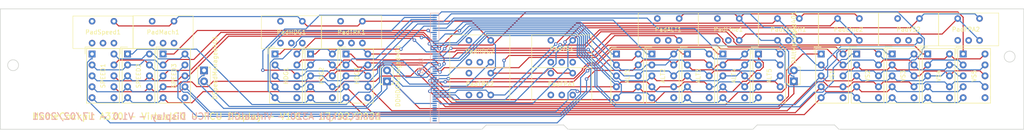
<source format=kicad_pcb>
(kicad_pcb (version 20171130) (host pcbnew 5.1.5+dfsg1-2build2)

  (general
    (thickness 1.6)
    (drawings 22)
    (tracks 938)
    (zones 0)
    (modules 34)
    (nets 111)
  )

  (page A4)
  (layers
    (0 F.Cu signal)
    (31 B.Cu signal)
    (32 B.Adhes user)
    (33 F.Adhes user)
    (34 B.Paste user)
    (35 F.Paste user)
    (36 B.SilkS user)
    (37 F.SilkS user)
    (38 B.Mask user)
    (39 F.Mask user)
    (40 Dwgs.User user)
    (41 Cmts.User user)
    (42 Eco1.User user)
    (43 Eco2.User user)
    (44 Edge.Cuts user)
    (45 Margin user)
    (46 B.CrtYd user)
    (47 F.CrtYd user)
    (48 B.Fab user)
    (49 F.Fab user)
  )

  (setup
    (last_trace_width 0.25)
    (trace_clearance 0.2)
    (zone_clearance 0.508)
    (zone_45_only no)
    (trace_min 0.2)
    (via_size 0.8)
    (via_drill 0.4)
    (via_min_size 0.4)
    (via_min_drill 0.3)
    (uvia_size 0.3)
    (uvia_drill 0.1)
    (uvias_allowed no)
    (uvia_min_size 0.2)
    (uvia_min_drill 0.1)
    (edge_width 0.1)
    (segment_width 0.2)
    (pcb_text_width 0.3)
    (pcb_text_size 1.5 1.5)
    (mod_edge_width 0.15)
    (mod_text_size 1 1)
    (mod_text_width 0.15)
    (pad_size 1.524 1.524)
    (pad_drill 0.762)
    (pad_to_mask_clearance 0)
    (aux_axis_origin 0 0)
    (visible_elements FFFDF77F)
    (pcbplotparams
      (layerselection 0x010fc_ffffffff)
      (usegerberextensions false)
      (usegerberattributes false)
      (usegerberadvancedattributes false)
      (creategerberjobfile false)
      (excludeedgelayer true)
      (linewidth 0.100000)
      (plotframeref false)
      (viasonmask false)
      (mode 1)
      (useauxorigin false)
      (hpglpennumber 1)
      (hpglpenspeed 20)
      (hpglpendiameter 15.000000)
      (psnegative false)
      (psa4output false)
      (plotreference true)
      (plotvalue true)
      (plotinvisibletext false)
      (padsonsilk false)
      (subtractmaskfromsilk false)
      (outputformat 1)
      (mirror false)
      (drillshape 1)
      (scaleselection 1)
      (outputdirectory ""))
  )

  (net 0 "")
  (net 1 speedAltA)
  (net 2 speedAltB)
  (net 3 speedAltC)
  (net 4 speedAltDP)
  (net 5 speedAltDig7)
  (net 6 speedAltD)
  (net 7 speedAltE)
  (net 8 speedAltG)
  (net 9 speedAltF)
  (net 10 speedAltDig6)
  (net 11 speedAltDig5)
  (net 12 speedAltDig4)
  (net 13 speedAltDig3)
  (net 14 Dr3Dig1)
  (net 15 Dr3SegC)
  (net 16 Dr3SegB)
  (net 17 Dr3SegA)
  (net 18 hdgVsDig2)
  (net 19 hdgVsF)
  (net 20 hdgVsG)
  (net 21 hdgVsE)
  (net 22 hdgVsD)
  (net 23 hdgVsDP)
  (net 24 hdgVsC)
  (net 25 hdgVsB)
  (net 26 hdgVsA)
  (net 27 hdgVsDig1)
  (net 28 hdgVsDig0)
  (net 29 Dr3SegD)
  (net 30 Dr3SegF)
  (net 31 Dr3SegG)
  (net 32 Dr3SegE)
  (net 33 Dr3Dig0)
  (net 34 speedAltDig2)
  (net 35 speedAltDig1)
  (net 36 speedAltDig0)
  (net 37 hdgVsDig7)
  (net 38 hdgVsDig6)
  (net 39 hdgVsDig5)
  (net 40 hdgVsDig4)
  (net 41 hdgVsDig3)
  (net 42 Dr3SegDP)
  (net 43 Dr3Dig2)
  (net 44 Dr3Dig3)
  (net 45 Dr3Dig4)
  (net 46 Dr3Dig5)
  (net 47 Dr3Dig6)
  (net 48 Dr3Dig7)
  (net 49 "Net-(SPEED1-Pad6)")
  (net 50 "Net-(SPEED2-Pad6)")
  (net 51 "Net-(SPEED3-Pad6)")
  (net 52 "Net-(ALT1-Pad6)")
  (net 53 "Net-(ALT2-Pad6)")
  (net 54 "Net-(ALT3-Pad6)")
  (net 55 "Net-(ALT4-Pad6)")
  (net 56 "Net-(ALT5-Pad6)")
  (net 57 "Net-(HDG1-Pad6)")
  (net 58 "Net-(HDG2-Pad6)")
  (net 59 "Net-(HDG3-Pad6)")
  (net 60 "Net-(PadALT1-Pad5)")
  (net 61 "Net-(PadFPA1-Pad5)")
  (net 62 "Net-(PadFPA2-Pad5)")
  (net 63 "Net-(PadHDG1-Pad5)")
  (net 64 "Net-(PadHDG2-Pad5)")
  (net 65 "Net-(PadLine1-Pad5)")
  (net 66 "Net-(PadLine2-Pad5)")
  (net 67 "Net-(PadLVLCH1-Pad5)")
  (net 68 "Net-(PadMach1-Pad5)")
  (net 69 "Net-(PadSpeed1-Pad3)")
  (net 70 "Net-(PadSpeed1-Pad5)")
  (net 71 "Net-(PadTRK1-Pad5)")
  (net 72 "Net-(PadTRK2-Pad5)")
  (net 73 "Net-(PadVS1-Pad5)")
  (net 74 "Net-(PadVS2-Pad5)")
  (net 75 "Net-(VS1-Pad6)")
  (net 76 "Net-(VS2-Pad6)")
  (net 77 "Net-(VS3-Pad6)")
  (net 78 "Net-(VS4-Pad6)")
  (net 79 "Net-(VS5-Pad6)")
  (net 80 "Net-(U101-Pad1)")
  (net 81 "Net-(U101-Pad2)")
  (net 82 "Net-(PadALT1-Pad3)")
  (net 83 "Net-(PadALT1-Pad4)")
  (net 84 "Net-(PadFPA1-Pad3)")
  (net 85 "Net-(PadFPA1-Pad6)")
  (net 86 "Net-(PadFPA1-Pad4)")
  (net 87 "Net-(PadFPA2-Pad4)")
  (net 88 "Net-(PadHDG1-Pad4)")
  (net 89 "Net-(PadHDG1-Pad6)")
  (net 90 "Net-(PadHDG1-Pad3)")
  (net 91 "Net-(PadHDG2-Pad3)")
  (net 92 "Net-(PadHDG2-Pad4)")
  (net 93 "Net-(PadLine1-Pad4)")
  (net 94 "Net-(PadLine1-Pad3)")
  (net 95 "Net-(PadLine2-Pad4)")
  (net 96 "Net-(PadMach1-Pad4)")
  (net 97 "Net-(PadMach1-Pad6)")
  (net 98 "Net-(PadMach1-Pad3)")
  (net 99 "Net-(PadSpeed1-Pad6)")
  (net 100 "Net-(PadSpeed1-Pad4)")
  (net 101 "Net-(PadTRK1-Pad3)")
  (net 102 "Net-(PadTRK1-Pad6)")
  (net 103 "Net-(PadTRK1-Pad4)")
  (net 104 "Net-(PadTRK2-Pad4)")
  (net 105 "Net-(PadTRK2-Pad3)")
  (net 106 "Net-(PadVS1-Pad4)")
  (net 107 "Net-(PadVS1-Pad6)")
  (net 108 "Net-(PadVS1-Pad3)")
  (net 109 "Net-(PadVS2-Pad3)")
  (net 110 "Net-(PadVS2-Pad4)")

  (net_class Default "Ceci est la Netclass par défaut."
    (clearance 0.2)
    (trace_width 0.25)
    (via_dia 0.8)
    (via_drill 0.4)
    (uvia_dia 0.3)
    (uvia_drill 0.1)
    (add_net Dr3Dig0)
    (add_net Dr3Dig1)
    (add_net Dr3Dig2)
    (add_net Dr3Dig3)
    (add_net Dr3Dig4)
    (add_net Dr3Dig5)
    (add_net Dr3Dig6)
    (add_net Dr3Dig7)
    (add_net Dr3SegA)
    (add_net Dr3SegB)
    (add_net Dr3SegC)
    (add_net Dr3SegD)
    (add_net Dr3SegDP)
    (add_net Dr3SegE)
    (add_net Dr3SegF)
    (add_net Dr3SegG)
    (add_net "Net-(ALT1-Pad6)")
    (add_net "Net-(ALT2-Pad6)")
    (add_net "Net-(ALT3-Pad6)")
    (add_net "Net-(ALT4-Pad6)")
    (add_net "Net-(ALT5-Pad6)")
    (add_net "Net-(HDG1-Pad6)")
    (add_net "Net-(HDG2-Pad6)")
    (add_net "Net-(HDG3-Pad6)")
    (add_net "Net-(PadALT1-Pad3)")
    (add_net "Net-(PadALT1-Pad4)")
    (add_net "Net-(PadALT1-Pad5)")
    (add_net "Net-(PadFPA1-Pad3)")
    (add_net "Net-(PadFPA1-Pad4)")
    (add_net "Net-(PadFPA1-Pad5)")
    (add_net "Net-(PadFPA1-Pad6)")
    (add_net "Net-(PadFPA2-Pad4)")
    (add_net "Net-(PadFPA2-Pad5)")
    (add_net "Net-(PadHDG1-Pad3)")
    (add_net "Net-(PadHDG1-Pad4)")
    (add_net "Net-(PadHDG1-Pad5)")
    (add_net "Net-(PadHDG1-Pad6)")
    (add_net "Net-(PadHDG2-Pad3)")
    (add_net "Net-(PadHDG2-Pad4)")
    (add_net "Net-(PadHDG2-Pad5)")
    (add_net "Net-(PadLVLCH1-Pad5)")
    (add_net "Net-(PadLine1-Pad3)")
    (add_net "Net-(PadLine1-Pad4)")
    (add_net "Net-(PadLine1-Pad5)")
    (add_net "Net-(PadLine2-Pad4)")
    (add_net "Net-(PadLine2-Pad5)")
    (add_net "Net-(PadMach1-Pad3)")
    (add_net "Net-(PadMach1-Pad4)")
    (add_net "Net-(PadMach1-Pad5)")
    (add_net "Net-(PadMach1-Pad6)")
    (add_net "Net-(PadSpeed1-Pad3)")
    (add_net "Net-(PadSpeed1-Pad4)")
    (add_net "Net-(PadSpeed1-Pad5)")
    (add_net "Net-(PadSpeed1-Pad6)")
    (add_net "Net-(PadTRK1-Pad3)")
    (add_net "Net-(PadTRK1-Pad4)")
    (add_net "Net-(PadTRK1-Pad5)")
    (add_net "Net-(PadTRK1-Pad6)")
    (add_net "Net-(PadTRK2-Pad3)")
    (add_net "Net-(PadTRK2-Pad4)")
    (add_net "Net-(PadTRK2-Pad5)")
    (add_net "Net-(PadVS1-Pad3)")
    (add_net "Net-(PadVS1-Pad4)")
    (add_net "Net-(PadVS1-Pad5)")
    (add_net "Net-(PadVS1-Pad6)")
    (add_net "Net-(PadVS2-Pad3)")
    (add_net "Net-(PadVS2-Pad4)")
    (add_net "Net-(PadVS2-Pad5)")
    (add_net "Net-(SPEED1-Pad6)")
    (add_net "Net-(SPEED2-Pad6)")
    (add_net "Net-(SPEED3-Pad6)")
    (add_net "Net-(U101-Pad1)")
    (add_net "Net-(U101-Pad2)")
    (add_net "Net-(VS1-Pad6)")
    (add_net "Net-(VS2-Pad6)")
    (add_net "Net-(VS3-Pad6)")
    (add_net "Net-(VS4-Pad6)")
    (add_net "Net-(VS5-Pad6)")
    (add_net hdgVsA)
    (add_net hdgVsB)
    (add_net hdgVsC)
    (add_net hdgVsD)
    (add_net hdgVsDP)
    (add_net hdgVsDig0)
    (add_net hdgVsDig1)
    (add_net hdgVsDig2)
    (add_net hdgVsDig3)
    (add_net hdgVsDig4)
    (add_net hdgVsDig5)
    (add_net hdgVsDig6)
    (add_net hdgVsDig7)
    (add_net hdgVsE)
    (add_net hdgVsF)
    (add_net hdgVsG)
    (add_net speedAltA)
    (add_net speedAltB)
    (add_net speedAltC)
    (add_net speedAltD)
    (add_net speedAltDP)
    (add_net speedAltDig0)
    (add_net speedAltDig1)
    (add_net speedAltDig2)
    (add_net speedAltDig3)
    (add_net speedAltDig4)
    (add_net speedAltDig5)
    (add_net speedAltDig6)
    (add_net speedAltDig7)
    (add_net speedAltE)
    (add_net speedAltF)
    (add_net speedAltG)
  )

  (module home-cockpit-footprints:PadLed-KingBright-DE-2YD (layer F.Cu) (tedit 602D960E) (tstamp 602D98A4)
    (at 55.88 58.42)
    (path /606C8F36/603D2F30)
    (fp_text reference PadSpeed1 (at 0 0) (layer F.SilkS)
      (effects (font (size 1 1) (thickness 0.15)))
    )
    (fp_text value LedPave-home-cockpit-library (at 0 5.08) (layer F.Fab)
      (effects (font (size 1 1) (thickness 0.15)))
    )
    (fp_line (start -7 -3.75) (end 7 -3.75) (layer F.SilkS) (width 0.12))
    (fp_line (start 7 -3.75) (end 7 3.75) (layer F.SilkS) (width 0.12))
    (fp_line (start -7 3.81) (end 7 3.81) (layer F.SilkS) (width 0.12))
    (fp_line (start -7 -3.75) (end -7 3.75) (layer F.SilkS) (width 0.12))
    (pad 3 thru_hole circle (at -2.54 -2.54) (size 1.524 1.524) (drill 0.762) (layers *.Cu *.Mask)
      (net 69 "Net-(PadSpeed1-Pad3)"))
    (pad 1 thru_hole circle (at 2.54 -2.54) (size 1.524 1.524) (drill 0.762) (layers *.Cu *.Mask)
      (net 33 Dr3Dig0))
    (pad 6 thru_hole circle (at 2.54 2.54) (size 1.524 1.524) (drill 0.762) (layers *.Cu *.Mask)
      (net 99 "Net-(PadSpeed1-Pad6)"))
    (pad 4 thru_hole circle (at -2.54 2.54) (size 1.524 1.524) (drill 0.762) (layers *.Cu *.Mask)
      (net 100 "Net-(PadSpeed1-Pad4)"))
    (pad 5 thru_hole circle (at 0 2.54) (size 1.524 1.524) (drill 0.762) (layers *.Cu *.Mask)
      (net 70 "Net-(PadSpeed1-Pad5)"))
  )

  (module Display_7Segment:HDSP-7401 (layer F.Cu) (tedit 5A9EC768) (tstamp 602CD02C)
    (at 255.905 63.5)
    (descr "One digit 7 segment yellow, https://docs.broadcom.com/docs/AV02-2553EN")
    (tags "One digit 7 segment yellow")
    (path /60579BC5/60464800)
    (fp_text reference VS5 (at 2.54 5.08 90) (layer F.SilkS)
      (effects (font (size 1 1) (thickness 0.15)))
    )
    (fp_text value HDSP-7401 (at 2.54 12.7) (layer F.Fab)
      (effects (font (size 1 1) (thickness 0.15)))
    )
    (fp_line (start -1.63 -1.63) (end 0 -1.63) (layer F.SilkS) (width 0.12))
    (fp_line (start -1.63 0) (end -1.63 -1.63) (layer F.SilkS) (width 0.12))
    (fp_text user %R (at 2.573 5.08 90) (layer F.Fab)
      (effects (font (size 1 1) (thickness 0.15)))
    )
    (fp_line (start 6.35 -1.27) (end -1.27 -1.27) (layer F.SilkS) (width 0.15))
    (fp_line (start -1.27 -1.27) (end -1.27 11.43) (layer F.SilkS) (width 0.15))
    (fp_line (start -1.27 11.43) (end 6.35 11.43) (layer F.SilkS) (width 0.15))
    (fp_line (start 6.35 11.43) (end 6.35 -1.27) (layer F.SilkS) (width 0.15))
    (fp_line (start 6.2 -1.1) (end 6.2 11.3) (layer F.Fab) (width 0.1))
    (fp_line (start 6.2 11.3) (end -1.1 11.3) (layer F.Fab) (width 0.1))
    (fp_line (start -1.1 11.3) (end -1.1 -0.1) (layer F.Fab) (width 0.1))
    (fp_line (start -1.1 -0.1) (end -0.1 -1.1) (layer F.Fab) (width 0.1))
    (fp_line (start -0.1 -1.1) (end 6.2 -1.1) (layer F.Fab) (width 0.1))
    (fp_line (start 6.6 -1.5) (end 6.6 11.7) (layer F.CrtYd) (width 0.05))
    (fp_line (start 6.6 11.7) (end -1.5 11.7) (layer F.CrtYd) (width 0.05))
    (fp_line (start -1.5 11.7) (end -1.5 -1.5) (layer F.CrtYd) (width 0.05))
    (fp_line (start -1.5 -1.5) (end 6.6 -1.5) (layer F.CrtYd) (width 0.05))
    (pad 10 thru_hole circle (at 5.08 0) (size 1.6 1.6) (drill 0.8) (layers *.Cu *.Mask)
      (net 27 hdgVsDig1))
    (pad 9 thru_hole circle (at 5.08 2.54) (size 1.6 1.6) (drill 0.8) (layers *.Cu *.Mask)
      (net 18 hdgVsDig2))
    (pad 8 thru_hole circle (at 5.08 5.08) (size 1.6 1.6) (drill 0.8) (layers *.Cu *.Mask)
      (net 41 hdgVsDig3))
    (pad 7 thru_hole circle (at 5.08 7.62) (size 1.6 1.6) (drill 0.8) (layers *.Cu *.Mask)
      (net 28 hdgVsDig0))
    (pad 6 thru_hole circle (at 5.08 10.16) (size 1.6 1.6) (drill 0.8) (layers *.Cu *.Mask)
      (net 79 "Net-(VS5-Pad6)"))
    (pad 5 thru_hole circle (at 0 10.16) (size 1.6 1.6) (drill 0.8) (layers *.Cu *.Mask)
      (net 40 hdgVsDig4))
    (pad 4 thru_hole circle (at 0 7.62) (size 1.6 1.6) (drill 0.8) (layers *.Cu *.Mask)
      (net 39 hdgVsDig5))
    (pad 3 thru_hole circle (at 0 5.08) (size 1.6 1.6) (drill 0.8) (layers *.Cu *.Mask)
      (net 37 hdgVsDig7))
    (pad 2 thru_hole circle (at 0 2.54) (size 1.6 1.6) (drill 0.8) (layers *.Cu *.Mask)
      (net 38 hdgVsDig6))
    (pad 1 thru_hole rect (at 0 0) (size 1.6 1.6) (drill 0.8) (layers *.Cu *.Mask)
      (net 24 hdgVsC))
    (model ${KISYS3DMOD}/Display_7Segment.3dshapes/HDSP-7401.wrl
      (at (xyz 0 0 0))
      (scale (xyz 1 1 1))
      (rotate (xyz 0 0 0))
    )
  )

  (module Display_7Segment:HDSP-7401 (layer F.Cu) (tedit 5A9EC768) (tstamp 602CD00E)
    (at 247.65 63.5)
    (descr "One digit 7 segment yellow, https://docs.broadcom.com/docs/AV02-2553EN")
    (tags "One digit 7 segment yellow")
    (path /60579BC5/60466066)
    (fp_text reference VS4 (at 2.54 5.08 90) (layer F.SilkS)
      (effects (font (size 1 1) (thickness 0.15)))
    )
    (fp_text value HDSP-7401 (at 2.54 12.7) (layer F.Fab)
      (effects (font (size 1 1) (thickness 0.15)))
    )
    (fp_line (start -1.63 -1.63) (end 0 -1.63) (layer F.SilkS) (width 0.12))
    (fp_line (start -1.63 0) (end -1.63 -1.63) (layer F.SilkS) (width 0.12))
    (fp_text user %R (at 2.573 5.08 90) (layer F.Fab)
      (effects (font (size 1 1) (thickness 0.15)))
    )
    (fp_line (start 6.35 -1.27) (end -1.27 -1.27) (layer F.SilkS) (width 0.15))
    (fp_line (start -1.27 -1.27) (end -1.27 11.43) (layer F.SilkS) (width 0.15))
    (fp_line (start -1.27 11.43) (end 6.35 11.43) (layer F.SilkS) (width 0.15))
    (fp_line (start 6.35 11.43) (end 6.35 -1.27) (layer F.SilkS) (width 0.15))
    (fp_line (start 6.2 -1.1) (end 6.2 11.3) (layer F.Fab) (width 0.1))
    (fp_line (start 6.2 11.3) (end -1.1 11.3) (layer F.Fab) (width 0.1))
    (fp_line (start -1.1 11.3) (end -1.1 -0.1) (layer F.Fab) (width 0.1))
    (fp_line (start -1.1 -0.1) (end -0.1 -1.1) (layer F.Fab) (width 0.1))
    (fp_line (start -0.1 -1.1) (end 6.2 -1.1) (layer F.Fab) (width 0.1))
    (fp_line (start 6.6 -1.5) (end 6.6 11.7) (layer F.CrtYd) (width 0.05))
    (fp_line (start 6.6 11.7) (end -1.5 11.7) (layer F.CrtYd) (width 0.05))
    (fp_line (start -1.5 11.7) (end -1.5 -1.5) (layer F.CrtYd) (width 0.05))
    (fp_line (start -1.5 -1.5) (end 6.6 -1.5) (layer F.CrtYd) (width 0.05))
    (pad 10 thru_hole circle (at 5.08 0) (size 1.6 1.6) (drill 0.8) (layers *.Cu *.Mask)
      (net 27 hdgVsDig1))
    (pad 9 thru_hole circle (at 5.08 2.54) (size 1.6 1.6) (drill 0.8) (layers *.Cu *.Mask)
      (net 18 hdgVsDig2))
    (pad 8 thru_hole circle (at 5.08 5.08) (size 1.6 1.6) (drill 0.8) (layers *.Cu *.Mask)
      (net 41 hdgVsDig3))
    (pad 7 thru_hole circle (at 5.08 7.62) (size 1.6 1.6) (drill 0.8) (layers *.Cu *.Mask)
      (net 28 hdgVsDig0))
    (pad 6 thru_hole circle (at 5.08 10.16) (size 1.6 1.6) (drill 0.8) (layers *.Cu *.Mask)
      (net 78 "Net-(VS4-Pad6)"))
    (pad 5 thru_hole circle (at 0 10.16) (size 1.6 1.6) (drill 0.8) (layers *.Cu *.Mask)
      (net 40 hdgVsDig4))
    (pad 4 thru_hole circle (at 0 7.62) (size 1.6 1.6) (drill 0.8) (layers *.Cu *.Mask)
      (net 39 hdgVsDig5))
    (pad 3 thru_hole circle (at 0 5.08) (size 1.6 1.6) (drill 0.8) (layers *.Cu *.Mask)
      (net 37 hdgVsDig7))
    (pad 2 thru_hole circle (at 0 2.54) (size 1.6 1.6) (drill 0.8) (layers *.Cu *.Mask)
      (net 38 hdgVsDig6))
    (pad 1 thru_hole rect (at 0 0) (size 1.6 1.6) (drill 0.8) (layers *.Cu *.Mask)
      (net 22 hdgVsD))
    (model ${KISYS3DMOD}/Display_7Segment.3dshapes/HDSP-7401.wrl
      (at (xyz 0 0 0))
      (scale (xyz 1 1 1))
      (rotate (xyz 0 0 0))
    )
  )

  (module Display_7Segment:HDSP-7401 (layer F.Cu) (tedit 5A9EC768) (tstamp 602CCFF0)
    (at 239.395 63.5)
    (descr "One digit 7 segment yellow, https://docs.broadcom.com/docs/AV02-2553EN")
    (tags "One digit 7 segment yellow")
    (path /60579BC5/604666FC)
    (fp_text reference VS3 (at 2.54 5.08 90) (layer F.SilkS)
      (effects (font (size 1 1) (thickness 0.15)))
    )
    (fp_text value HDSP-7401 (at 2.54 12.7) (layer F.Fab)
      (effects (font (size 1 1) (thickness 0.15)))
    )
    (fp_line (start -1.63 -1.63) (end 0 -1.63) (layer F.SilkS) (width 0.12))
    (fp_line (start -1.63 0) (end -1.63 -1.63) (layer F.SilkS) (width 0.12))
    (fp_text user %R (at 2.573 5.08 90) (layer F.Fab)
      (effects (font (size 1 1) (thickness 0.15)))
    )
    (fp_line (start 6.35 -1.27) (end -1.27 -1.27) (layer F.SilkS) (width 0.15))
    (fp_line (start -1.27 -1.27) (end -1.27 11.43) (layer F.SilkS) (width 0.15))
    (fp_line (start -1.27 11.43) (end 6.35 11.43) (layer F.SilkS) (width 0.15))
    (fp_line (start 6.35 11.43) (end 6.35 -1.27) (layer F.SilkS) (width 0.15))
    (fp_line (start 6.2 -1.1) (end 6.2 11.3) (layer F.Fab) (width 0.1))
    (fp_line (start 6.2 11.3) (end -1.1 11.3) (layer F.Fab) (width 0.1))
    (fp_line (start -1.1 11.3) (end -1.1 -0.1) (layer F.Fab) (width 0.1))
    (fp_line (start -1.1 -0.1) (end -0.1 -1.1) (layer F.Fab) (width 0.1))
    (fp_line (start -0.1 -1.1) (end 6.2 -1.1) (layer F.Fab) (width 0.1))
    (fp_line (start 6.6 -1.5) (end 6.6 11.7) (layer F.CrtYd) (width 0.05))
    (fp_line (start 6.6 11.7) (end -1.5 11.7) (layer F.CrtYd) (width 0.05))
    (fp_line (start -1.5 11.7) (end -1.5 -1.5) (layer F.CrtYd) (width 0.05))
    (fp_line (start -1.5 -1.5) (end 6.6 -1.5) (layer F.CrtYd) (width 0.05))
    (pad 10 thru_hole circle (at 5.08 0) (size 1.6 1.6) (drill 0.8) (layers *.Cu *.Mask)
      (net 27 hdgVsDig1))
    (pad 9 thru_hole circle (at 5.08 2.54) (size 1.6 1.6) (drill 0.8) (layers *.Cu *.Mask)
      (net 18 hdgVsDig2))
    (pad 8 thru_hole circle (at 5.08 5.08) (size 1.6 1.6) (drill 0.8) (layers *.Cu *.Mask)
      (net 41 hdgVsDig3))
    (pad 7 thru_hole circle (at 5.08 7.62) (size 1.6 1.6) (drill 0.8) (layers *.Cu *.Mask)
      (net 28 hdgVsDig0))
    (pad 6 thru_hole circle (at 5.08 10.16) (size 1.6 1.6) (drill 0.8) (layers *.Cu *.Mask)
      (net 77 "Net-(VS3-Pad6)"))
    (pad 5 thru_hole circle (at 0 10.16) (size 1.6 1.6) (drill 0.8) (layers *.Cu *.Mask)
      (net 40 hdgVsDig4))
    (pad 4 thru_hole circle (at 0 7.62) (size 1.6 1.6) (drill 0.8) (layers *.Cu *.Mask)
      (net 39 hdgVsDig5))
    (pad 3 thru_hole circle (at 0 5.08) (size 1.6 1.6) (drill 0.8) (layers *.Cu *.Mask)
      (net 37 hdgVsDig7))
    (pad 2 thru_hole circle (at 0 2.54) (size 1.6 1.6) (drill 0.8) (layers *.Cu *.Mask)
      (net 38 hdgVsDig6))
    (pad 1 thru_hole rect (at 0 0) (size 1.6 1.6) (drill 0.8) (layers *.Cu *.Mask)
      (net 21 hdgVsE))
    (model ${KISYS3DMOD}/Display_7Segment.3dshapes/HDSP-7401.wrl
      (at (xyz 0 0 0))
      (scale (xyz 1 1 1))
      (rotate (xyz 0 0 0))
    )
  )

  (module Display_7Segment:HDSP-7401 (layer F.Cu) (tedit 5A9EC768) (tstamp 602CCFD2)
    (at 231.14 63.5)
    (descr "One digit 7 segment yellow, https://docs.broadcom.com/docs/AV02-2553EN")
    (tags "One digit 7 segment yellow")
    (path /60579BC5/604674B3)
    (fp_text reference VS2 (at 2.54 5.08 90) (layer F.SilkS)
      (effects (font (size 1 1) (thickness 0.15)))
    )
    (fp_text value HDSP-7401 (at 2.54 12.7) (layer F.Fab)
      (effects (font (size 1 1) (thickness 0.15)))
    )
    (fp_line (start -1.63 -1.63) (end 0 -1.63) (layer F.SilkS) (width 0.12))
    (fp_line (start -1.63 0) (end -1.63 -1.63) (layer F.SilkS) (width 0.12))
    (fp_text user %R (at 2.573 5.08 90) (layer F.Fab)
      (effects (font (size 1 1) (thickness 0.15)))
    )
    (fp_line (start 6.35 -1.27) (end -1.27 -1.27) (layer F.SilkS) (width 0.15))
    (fp_line (start -1.27 -1.27) (end -1.27 11.43) (layer F.SilkS) (width 0.15))
    (fp_line (start -1.27 11.43) (end 6.35 11.43) (layer F.SilkS) (width 0.15))
    (fp_line (start 6.35 11.43) (end 6.35 -1.27) (layer F.SilkS) (width 0.15))
    (fp_line (start 6.2 -1.1) (end 6.2 11.3) (layer F.Fab) (width 0.1))
    (fp_line (start 6.2 11.3) (end -1.1 11.3) (layer F.Fab) (width 0.1))
    (fp_line (start -1.1 11.3) (end -1.1 -0.1) (layer F.Fab) (width 0.1))
    (fp_line (start -1.1 -0.1) (end -0.1 -1.1) (layer F.Fab) (width 0.1))
    (fp_line (start -0.1 -1.1) (end 6.2 -1.1) (layer F.Fab) (width 0.1))
    (fp_line (start 6.6 -1.5) (end 6.6 11.7) (layer F.CrtYd) (width 0.05))
    (fp_line (start 6.6 11.7) (end -1.5 11.7) (layer F.CrtYd) (width 0.05))
    (fp_line (start -1.5 11.7) (end -1.5 -1.5) (layer F.CrtYd) (width 0.05))
    (fp_line (start -1.5 -1.5) (end 6.6 -1.5) (layer F.CrtYd) (width 0.05))
    (pad 10 thru_hole circle (at 5.08 0) (size 1.6 1.6) (drill 0.8) (layers *.Cu *.Mask)
      (net 27 hdgVsDig1))
    (pad 9 thru_hole circle (at 5.08 2.54) (size 1.6 1.6) (drill 0.8) (layers *.Cu *.Mask)
      (net 18 hdgVsDig2))
    (pad 8 thru_hole circle (at 5.08 5.08) (size 1.6 1.6) (drill 0.8) (layers *.Cu *.Mask)
      (net 41 hdgVsDig3))
    (pad 7 thru_hole circle (at 5.08 7.62) (size 1.6 1.6) (drill 0.8) (layers *.Cu *.Mask)
      (net 28 hdgVsDig0))
    (pad 6 thru_hole circle (at 5.08 10.16) (size 1.6 1.6) (drill 0.8) (layers *.Cu *.Mask)
      (net 76 "Net-(VS2-Pad6)"))
    (pad 5 thru_hole circle (at 0 10.16) (size 1.6 1.6) (drill 0.8) (layers *.Cu *.Mask)
      (net 40 hdgVsDig4))
    (pad 4 thru_hole circle (at 0 7.62) (size 1.6 1.6) (drill 0.8) (layers *.Cu *.Mask)
      (net 39 hdgVsDig5))
    (pad 3 thru_hole circle (at 0 5.08) (size 1.6 1.6) (drill 0.8) (layers *.Cu *.Mask)
      (net 37 hdgVsDig7))
    (pad 2 thru_hole circle (at 0 2.54) (size 1.6 1.6) (drill 0.8) (layers *.Cu *.Mask)
      (net 38 hdgVsDig6))
    (pad 1 thru_hole rect (at 0 0) (size 1.6 1.6) (drill 0.8) (layers *.Cu *.Mask)
      (net 19 hdgVsF))
    (model ${KISYS3DMOD}/Display_7Segment.3dshapes/HDSP-7401.wrl
      (at (xyz 0 0 0))
      (scale (xyz 1 1 1))
      (rotate (xyz 0 0 0))
    )
  )

  (module Display_7Segment:HDSP-7401 (layer F.Cu) (tedit 5A9EC768) (tstamp 602CCFB4)
    (at 222.885 63.5)
    (descr "One digit 7 segment yellow, https://docs.broadcom.com/docs/AV02-2553EN")
    (tags "One digit 7 segment yellow")
    (path /60579BC5/60467BC2)
    (fp_text reference VS1 (at 2.54 5.08 90) (layer F.SilkS)
      (effects (font (size 1 1) (thickness 0.15)))
    )
    (fp_text value HDSP-7401 (at 2.54 12.7) (layer F.Fab)
      (effects (font (size 1 1) (thickness 0.15)))
    )
    (fp_line (start -1.63 -1.63) (end 0 -1.63) (layer F.SilkS) (width 0.12))
    (fp_line (start -1.63 0) (end -1.63 -1.63) (layer F.SilkS) (width 0.12))
    (fp_text user %R (at 2.573 5.08 90) (layer F.Fab)
      (effects (font (size 1 1) (thickness 0.15)))
    )
    (fp_line (start 6.35 -1.27) (end -1.27 -1.27) (layer F.SilkS) (width 0.15))
    (fp_line (start -1.27 -1.27) (end -1.27 11.43) (layer F.SilkS) (width 0.15))
    (fp_line (start -1.27 11.43) (end 6.35 11.43) (layer F.SilkS) (width 0.15))
    (fp_line (start 6.35 11.43) (end 6.35 -1.27) (layer F.SilkS) (width 0.15))
    (fp_line (start 6.2 -1.1) (end 6.2 11.3) (layer F.Fab) (width 0.1))
    (fp_line (start 6.2 11.3) (end -1.1 11.3) (layer F.Fab) (width 0.1))
    (fp_line (start -1.1 11.3) (end -1.1 -0.1) (layer F.Fab) (width 0.1))
    (fp_line (start -1.1 -0.1) (end -0.1 -1.1) (layer F.Fab) (width 0.1))
    (fp_line (start -0.1 -1.1) (end 6.2 -1.1) (layer F.Fab) (width 0.1))
    (fp_line (start 6.6 -1.5) (end 6.6 11.7) (layer F.CrtYd) (width 0.05))
    (fp_line (start 6.6 11.7) (end -1.5 11.7) (layer F.CrtYd) (width 0.05))
    (fp_line (start -1.5 11.7) (end -1.5 -1.5) (layer F.CrtYd) (width 0.05))
    (fp_line (start -1.5 -1.5) (end 6.6 -1.5) (layer F.CrtYd) (width 0.05))
    (pad 10 thru_hole circle (at 5.08 0) (size 1.6 1.6) (drill 0.8) (layers *.Cu *.Mask)
      (net 27 hdgVsDig1))
    (pad 9 thru_hole circle (at 5.08 2.54) (size 1.6 1.6) (drill 0.8) (layers *.Cu *.Mask)
      (net 18 hdgVsDig2))
    (pad 8 thru_hole circle (at 5.08 5.08) (size 1.6 1.6) (drill 0.8) (layers *.Cu *.Mask)
      (net 41 hdgVsDig3))
    (pad 7 thru_hole circle (at 5.08 7.62) (size 1.6 1.6) (drill 0.8) (layers *.Cu *.Mask)
      (net 28 hdgVsDig0))
    (pad 6 thru_hole circle (at 5.08 10.16) (size 1.6 1.6) (drill 0.8) (layers *.Cu *.Mask)
      (net 75 "Net-(VS1-Pad6)"))
    (pad 5 thru_hole circle (at 0 10.16) (size 1.6 1.6) (drill 0.8) (layers *.Cu *.Mask)
      (net 40 hdgVsDig4))
    (pad 4 thru_hole circle (at 0 7.62) (size 1.6 1.6) (drill 0.8) (layers *.Cu *.Mask)
      (net 39 hdgVsDig5))
    (pad 3 thru_hole circle (at 0 5.08) (size 1.6 1.6) (drill 0.8) (layers *.Cu *.Mask)
      (net 37 hdgVsDig7))
    (pad 2 thru_hole circle (at 0 2.54) (size 1.6 1.6) (drill 0.8) (layers *.Cu *.Mask)
      (net 38 hdgVsDig6))
    (pad 1 thru_hole rect (at 0 0) (size 1.6 1.6) (drill 0.8) (layers *.Cu *.Mask)
      (net 20 hdgVsG))
    (model ${KISYS3DMOD}/Display_7Segment.3dshapes/HDSP-7401.wrl
      (at (xyz 0 0 0))
      (scale (xyz 1 1 1))
      (rotate (xyz 0 0 0))
    )
  )

  (module Display_7Segment:HDSP-7401 (layer F.Cu) (tedit 5A9EC768) (tstamp 602CCF18)
    (at 69.85 63.5)
    (descr "One digit 7 segment yellow, https://docs.broadcom.com/docs/AV02-2553EN")
    (tags "One digit 7 segment yellow")
    (path /604C18F9/6032EFD7)
    (fp_text reference SPEED3 (at 2.54 5.08 90) (layer F.SilkS)
      (effects (font (size 1 1) (thickness 0.15)))
    )
    (fp_text value HDSP-7401 (at 2.54 12.7) (layer F.Fab)
      (effects (font (size 1 1) (thickness 0.15)))
    )
    (fp_line (start -1.63 -1.63) (end 0 -1.63) (layer F.SilkS) (width 0.12))
    (fp_line (start -1.63 0) (end -1.63 -1.63) (layer F.SilkS) (width 0.12))
    (fp_text user %R (at 2.573 5.08 90) (layer F.Fab)
      (effects (font (size 1 1) (thickness 0.15)))
    )
    (fp_line (start 6.35 -1.27) (end -1.27 -1.27) (layer F.SilkS) (width 0.15))
    (fp_line (start -1.27 -1.27) (end -1.27 11.43) (layer F.SilkS) (width 0.15))
    (fp_line (start -1.27 11.43) (end 6.35 11.43) (layer F.SilkS) (width 0.15))
    (fp_line (start 6.35 11.43) (end 6.35 -1.27) (layer F.SilkS) (width 0.15))
    (fp_line (start 6.2 -1.1) (end 6.2 11.3) (layer F.Fab) (width 0.1))
    (fp_line (start 6.2 11.3) (end -1.1 11.3) (layer F.Fab) (width 0.1))
    (fp_line (start -1.1 11.3) (end -1.1 -0.1) (layer F.Fab) (width 0.1))
    (fp_line (start -1.1 -0.1) (end -0.1 -1.1) (layer F.Fab) (width 0.1))
    (fp_line (start -0.1 -1.1) (end 6.2 -1.1) (layer F.Fab) (width 0.1))
    (fp_line (start 6.6 -1.5) (end 6.6 11.7) (layer F.CrtYd) (width 0.05))
    (fp_line (start 6.6 11.7) (end -1.5 11.7) (layer F.CrtYd) (width 0.05))
    (fp_line (start -1.5 11.7) (end -1.5 -1.5) (layer F.CrtYd) (width 0.05))
    (fp_line (start -1.5 -1.5) (end 6.6 -1.5) (layer F.CrtYd) (width 0.05))
    (pad 10 thru_hole circle (at 5.08 0) (size 1.6 1.6) (drill 0.8) (layers *.Cu *.Mask)
      (net 35 speedAltDig1))
    (pad 9 thru_hole circle (at 5.08 2.54) (size 1.6 1.6) (drill 0.8) (layers *.Cu *.Mask)
      (net 34 speedAltDig2))
    (pad 8 thru_hole circle (at 5.08 5.08) (size 1.6 1.6) (drill 0.8) (layers *.Cu *.Mask)
      (net 13 speedAltDig3))
    (pad 7 thru_hole circle (at 5.08 7.62) (size 1.6 1.6) (drill 0.8) (layers *.Cu *.Mask)
      (net 36 speedAltDig0))
    (pad 6 thru_hole circle (at 5.08 10.16) (size 1.6 1.6) (drill 0.8) (layers *.Cu *.Mask)
      (net 51 "Net-(SPEED3-Pad6)"))
    (pad 5 thru_hole circle (at 0 10.16) (size 1.6 1.6) (drill 0.8) (layers *.Cu *.Mask)
      (net 12 speedAltDig4))
    (pad 4 thru_hole circle (at 0 7.62) (size 1.6 1.6) (drill 0.8) (layers *.Cu *.Mask)
      (net 11 speedAltDig5))
    (pad 3 thru_hole circle (at 0 5.08) (size 1.6 1.6) (drill 0.8) (layers *.Cu *.Mask)
      (net 5 speedAltDig7))
    (pad 2 thru_hole circle (at 0 2.54) (size 1.6 1.6) (drill 0.8) (layers *.Cu *.Mask)
      (net 10 speedAltDig6))
    (pad 1 thru_hole rect (at 0 0) (size 1.6 1.6) (drill 0.8) (layers *.Cu *.Mask)
      (net 4 speedAltDP))
    (model ${KISYS3DMOD}/Display_7Segment.3dshapes/HDSP-7401.wrl
      (at (xyz 0 0 0))
      (scale (xyz 1 1 1))
      (rotate (xyz 0 0 0))
    )
  )

  (module Display_7Segment:HDSP-7401 (layer F.Cu) (tedit 5A9EC768) (tstamp 602CCEFA)
    (at 61.595 63.5)
    (descr "One digit 7 segment yellow, https://docs.broadcom.com/docs/AV02-2553EN")
    (tags "One digit 7 segment yellow")
    (path /604C18F9/6032BAB9)
    (fp_text reference SPEED2 (at 2.54 5.08 90) (layer F.SilkS)
      (effects (font (size 1 1) (thickness 0.15)))
    )
    (fp_text value HDSP-7401 (at 2.54 12.7) (layer F.Fab)
      (effects (font (size 1 1) (thickness 0.15)))
    )
    (fp_line (start -1.63 -1.63) (end 0 -1.63) (layer F.SilkS) (width 0.12))
    (fp_line (start -1.63 0) (end -1.63 -1.63) (layer F.SilkS) (width 0.12))
    (fp_text user %R (at 2.573 5.08 90) (layer F.Fab)
      (effects (font (size 1 1) (thickness 0.15)))
    )
    (fp_line (start 6.35 -1.27) (end -1.27 -1.27) (layer F.SilkS) (width 0.15))
    (fp_line (start -1.27 -1.27) (end -1.27 11.43) (layer F.SilkS) (width 0.15))
    (fp_line (start -1.27 11.43) (end 6.35 11.43) (layer F.SilkS) (width 0.15))
    (fp_line (start 6.35 11.43) (end 6.35 -1.27) (layer F.SilkS) (width 0.15))
    (fp_line (start 6.2 -1.1) (end 6.2 11.3) (layer F.Fab) (width 0.1))
    (fp_line (start 6.2 11.3) (end -1.1 11.3) (layer F.Fab) (width 0.1))
    (fp_line (start -1.1 11.3) (end -1.1 -0.1) (layer F.Fab) (width 0.1))
    (fp_line (start -1.1 -0.1) (end -0.1 -1.1) (layer F.Fab) (width 0.1))
    (fp_line (start -0.1 -1.1) (end 6.2 -1.1) (layer F.Fab) (width 0.1))
    (fp_line (start 6.6 -1.5) (end 6.6 11.7) (layer F.CrtYd) (width 0.05))
    (fp_line (start 6.6 11.7) (end -1.5 11.7) (layer F.CrtYd) (width 0.05))
    (fp_line (start -1.5 11.7) (end -1.5 -1.5) (layer F.CrtYd) (width 0.05))
    (fp_line (start -1.5 -1.5) (end 6.6 -1.5) (layer F.CrtYd) (width 0.05))
    (pad 10 thru_hole circle (at 5.08 0) (size 1.6 1.6) (drill 0.8) (layers *.Cu *.Mask)
      (net 35 speedAltDig1))
    (pad 9 thru_hole circle (at 5.08 2.54) (size 1.6 1.6) (drill 0.8) (layers *.Cu *.Mask)
      (net 34 speedAltDig2))
    (pad 8 thru_hole circle (at 5.08 5.08) (size 1.6 1.6) (drill 0.8) (layers *.Cu *.Mask)
      (net 13 speedAltDig3))
    (pad 7 thru_hole circle (at 5.08 7.62) (size 1.6 1.6) (drill 0.8) (layers *.Cu *.Mask)
      (net 36 speedAltDig0))
    (pad 6 thru_hole circle (at 5.08 10.16) (size 1.6 1.6) (drill 0.8) (layers *.Cu *.Mask)
      (net 50 "Net-(SPEED2-Pad6)"))
    (pad 5 thru_hole circle (at 0 10.16) (size 1.6 1.6) (drill 0.8) (layers *.Cu *.Mask)
      (net 12 speedAltDig4))
    (pad 4 thru_hole circle (at 0 7.62) (size 1.6 1.6) (drill 0.8) (layers *.Cu *.Mask)
      (net 11 speedAltDig5))
    (pad 3 thru_hole circle (at 0 5.08) (size 1.6 1.6) (drill 0.8) (layers *.Cu *.Mask)
      (net 5 speedAltDig7))
    (pad 2 thru_hole circle (at 0 2.54) (size 1.6 1.6) (drill 0.8) (layers *.Cu *.Mask)
      (net 10 speedAltDig6))
    (pad 1 thru_hole rect (at 0 0) (size 1.6 1.6) (drill 0.8) (layers *.Cu *.Mask)
      (net 1 speedAltA))
    (model ${KISYS3DMOD}/Display_7Segment.3dshapes/HDSP-7401.wrl
      (at (xyz 0 0 0))
      (scale (xyz 1 1 1))
      (rotate (xyz 0 0 0))
    )
  )

  (module Display_7Segment:HDSP-7401 (layer F.Cu) (tedit 5A9EC768) (tstamp 602CCEDC)
    (at 53.34 63.5)
    (descr "One digit 7 segment yellow, https://docs.broadcom.com/docs/AV02-2553EN")
    (tags "One digit 7 segment yellow")
    (path /604C18F9/602CD909)
    (fp_text reference SPEED1 (at 2.54 5.08 90) (layer F.SilkS)
      (effects (font (size 1 1) (thickness 0.15)))
    )
    (fp_text value HDSP-7401 (at 2.54 12.7) (layer F.Fab)
      (effects (font (size 1 1) (thickness 0.15)))
    )
    (fp_line (start -1.63 -1.63) (end 0 -1.63) (layer F.SilkS) (width 0.12))
    (fp_line (start -1.63 0) (end -1.63 -1.63) (layer F.SilkS) (width 0.12))
    (fp_text user %R (at 2.573 5.08 90) (layer F.Fab)
      (effects (font (size 1 1) (thickness 0.15)))
    )
    (fp_line (start 6.35 -1.27) (end -1.27 -1.27) (layer F.SilkS) (width 0.15))
    (fp_line (start -1.27 -1.27) (end -1.27 11.43) (layer F.SilkS) (width 0.15))
    (fp_line (start -1.27 11.43) (end 6.35 11.43) (layer F.SilkS) (width 0.15))
    (fp_line (start 6.35 11.43) (end 6.35 -1.27) (layer F.SilkS) (width 0.15))
    (fp_line (start 6.2 -1.1) (end 6.2 11.3) (layer F.Fab) (width 0.1))
    (fp_line (start 6.2 11.3) (end -1.1 11.3) (layer F.Fab) (width 0.1))
    (fp_line (start -1.1 11.3) (end -1.1 -0.1) (layer F.Fab) (width 0.1))
    (fp_line (start -1.1 -0.1) (end -0.1 -1.1) (layer F.Fab) (width 0.1))
    (fp_line (start -0.1 -1.1) (end 6.2 -1.1) (layer F.Fab) (width 0.1))
    (fp_line (start 6.6 -1.5) (end 6.6 11.7) (layer F.CrtYd) (width 0.05))
    (fp_line (start 6.6 11.7) (end -1.5 11.7) (layer F.CrtYd) (width 0.05))
    (fp_line (start -1.5 11.7) (end -1.5 -1.5) (layer F.CrtYd) (width 0.05))
    (fp_line (start -1.5 -1.5) (end 6.6 -1.5) (layer F.CrtYd) (width 0.05))
    (pad 10 thru_hole circle (at 5.08 0) (size 1.6 1.6) (drill 0.8) (layers *.Cu *.Mask)
      (net 35 speedAltDig1))
    (pad 9 thru_hole circle (at 5.08 2.54) (size 1.6 1.6) (drill 0.8) (layers *.Cu *.Mask)
      (net 34 speedAltDig2))
    (pad 8 thru_hole circle (at 5.08 5.08) (size 1.6 1.6) (drill 0.8) (layers *.Cu *.Mask)
      (net 13 speedAltDig3))
    (pad 7 thru_hole circle (at 5.08 7.62) (size 1.6 1.6) (drill 0.8) (layers *.Cu *.Mask)
      (net 36 speedAltDig0))
    (pad 6 thru_hole circle (at 5.08 10.16) (size 1.6 1.6) (drill 0.8) (layers *.Cu *.Mask)
      (net 49 "Net-(SPEED1-Pad6)"))
    (pad 5 thru_hole circle (at 0 10.16) (size 1.6 1.6) (drill 0.8) (layers *.Cu *.Mask)
      (net 12 speedAltDig4))
    (pad 4 thru_hole circle (at 0 7.62) (size 1.6 1.6) (drill 0.8) (layers *.Cu *.Mask)
      (net 11 speedAltDig5))
    (pad 3 thru_hole circle (at 0 5.08) (size 1.6 1.6) (drill 0.8) (layers *.Cu *.Mask)
      (net 5 speedAltDig7))
    (pad 2 thru_hole circle (at 0 2.54) (size 1.6 1.6) (drill 0.8) (layers *.Cu *.Mask)
      (net 10 speedAltDig6))
    (pad 1 thru_hole rect (at 0 0) (size 1.6 1.6) (drill 0.8) (layers *.Cu *.Mask)
      (net 2 speedAltB))
    (model ${KISYS3DMOD}/Display_7Segment.3dshapes/HDSP-7401.wrl
      (at (xyz 0 0 0))
      (scale (xyz 1 1 1))
      (rotate (xyz 0 0 0))
    )
  )

  (module Display_7Segment:HDSP-7401 (layer F.Cu) (tedit 5A9EC768) (tstamp 602CCD6E)
    (at 112.395 63.5)
    (descr "One digit 7 segment yellow, https://docs.broadcom.com/docs/AV02-2553EN")
    (tags "One digit 7 segment yellow")
    (path /60579BC5/603E2F53)
    (fp_text reference HDG3 (at 2.54 5.08 90) (layer F.SilkS)
      (effects (font (size 1 1) (thickness 0.15)))
    )
    (fp_text value HDSP-7401 (at 2.54 12.7) (layer F.Fab)
      (effects (font (size 1 1) (thickness 0.15)))
    )
    (fp_line (start -1.63 -1.63) (end 0 -1.63) (layer F.SilkS) (width 0.12))
    (fp_line (start -1.63 0) (end -1.63 -1.63) (layer F.SilkS) (width 0.12))
    (fp_text user %R (at 2.573 5.08 90) (layer F.Fab)
      (effects (font (size 1 1) (thickness 0.15)))
    )
    (fp_line (start 6.35 -1.27) (end -1.27 -1.27) (layer F.SilkS) (width 0.15))
    (fp_line (start -1.27 -1.27) (end -1.27 11.43) (layer F.SilkS) (width 0.15))
    (fp_line (start -1.27 11.43) (end 6.35 11.43) (layer F.SilkS) (width 0.15))
    (fp_line (start 6.35 11.43) (end 6.35 -1.27) (layer F.SilkS) (width 0.15))
    (fp_line (start 6.2 -1.1) (end 6.2 11.3) (layer F.Fab) (width 0.1))
    (fp_line (start 6.2 11.3) (end -1.1 11.3) (layer F.Fab) (width 0.1))
    (fp_line (start -1.1 11.3) (end -1.1 -0.1) (layer F.Fab) (width 0.1))
    (fp_line (start -1.1 -0.1) (end -0.1 -1.1) (layer F.Fab) (width 0.1))
    (fp_line (start -0.1 -1.1) (end 6.2 -1.1) (layer F.Fab) (width 0.1))
    (fp_line (start 6.6 -1.5) (end 6.6 11.7) (layer F.CrtYd) (width 0.05))
    (fp_line (start 6.6 11.7) (end -1.5 11.7) (layer F.CrtYd) (width 0.05))
    (fp_line (start -1.5 11.7) (end -1.5 -1.5) (layer F.CrtYd) (width 0.05))
    (fp_line (start -1.5 -1.5) (end 6.6 -1.5) (layer F.CrtYd) (width 0.05))
    (pad 10 thru_hole circle (at 5.08 0) (size 1.6 1.6) (drill 0.8) (layers *.Cu *.Mask)
      (net 27 hdgVsDig1))
    (pad 9 thru_hole circle (at 5.08 2.54) (size 1.6 1.6) (drill 0.8) (layers *.Cu *.Mask)
      (net 18 hdgVsDig2))
    (pad 8 thru_hole circle (at 5.08 5.08) (size 1.6 1.6) (drill 0.8) (layers *.Cu *.Mask)
      (net 41 hdgVsDig3))
    (pad 7 thru_hole circle (at 5.08 7.62) (size 1.6 1.6) (drill 0.8) (layers *.Cu *.Mask)
      (net 28 hdgVsDig0))
    (pad 6 thru_hole circle (at 5.08 10.16) (size 1.6 1.6) (drill 0.8) (layers *.Cu *.Mask)
      (net 59 "Net-(HDG3-Pad6)"))
    (pad 5 thru_hole circle (at 0 10.16) (size 1.6 1.6) (drill 0.8) (layers *.Cu *.Mask)
      (net 40 hdgVsDig4))
    (pad 4 thru_hole circle (at 0 7.62) (size 1.6 1.6) (drill 0.8) (layers *.Cu *.Mask)
      (net 39 hdgVsDig5))
    (pad 3 thru_hole circle (at 0 5.08) (size 1.6 1.6) (drill 0.8) (layers *.Cu *.Mask)
      (net 37 hdgVsDig7))
    (pad 2 thru_hole circle (at 0 2.54) (size 1.6 1.6) (drill 0.8) (layers *.Cu *.Mask)
      (net 38 hdgVsDig6))
    (pad 1 thru_hole rect (at 0 0) (size 1.6 1.6) (drill 0.8) (layers *.Cu *.Mask)
      (net 23 hdgVsDP))
    (model ${KISYS3DMOD}/Display_7Segment.3dshapes/HDSP-7401.wrl
      (at (xyz 0 0 0))
      (scale (xyz 1 1 1))
      (rotate (xyz 0 0 0))
    )
  )

  (module Display_7Segment:HDSP-7401 (layer F.Cu) (tedit 5A9EC768) (tstamp 602CCD50)
    (at 104.14 63.5)
    (descr "One digit 7 segment yellow, https://docs.broadcom.com/docs/AV02-2553EN")
    (tags "One digit 7 segment yellow")
    (path /60579BC5/603E901F)
    (fp_text reference HDG2 (at 2.54 5.08 90) (layer F.SilkS)
      (effects (font (size 1 1) (thickness 0.15)))
    )
    (fp_text value HDSP-7401 (at 2.54 12.7) (layer F.Fab)
      (effects (font (size 1 1) (thickness 0.15)))
    )
    (fp_line (start -1.63 -1.63) (end 0 -1.63) (layer F.SilkS) (width 0.12))
    (fp_line (start -1.63 0) (end -1.63 -1.63) (layer F.SilkS) (width 0.12))
    (fp_text user %R (at 2.573 5.08 90) (layer F.Fab)
      (effects (font (size 1 1) (thickness 0.15)))
    )
    (fp_line (start 6.35 -1.27) (end -1.27 -1.27) (layer F.SilkS) (width 0.15))
    (fp_line (start -1.27 -1.27) (end -1.27 11.43) (layer F.SilkS) (width 0.15))
    (fp_line (start -1.27 11.43) (end 6.35 11.43) (layer F.SilkS) (width 0.15))
    (fp_line (start 6.35 11.43) (end 6.35 -1.27) (layer F.SilkS) (width 0.15))
    (fp_line (start 6.2 -1.1) (end 6.2 11.3) (layer F.Fab) (width 0.1))
    (fp_line (start 6.2 11.3) (end -1.1 11.3) (layer F.Fab) (width 0.1))
    (fp_line (start -1.1 11.3) (end -1.1 -0.1) (layer F.Fab) (width 0.1))
    (fp_line (start -1.1 -0.1) (end -0.1 -1.1) (layer F.Fab) (width 0.1))
    (fp_line (start -0.1 -1.1) (end 6.2 -1.1) (layer F.Fab) (width 0.1))
    (fp_line (start 6.6 -1.5) (end 6.6 11.7) (layer F.CrtYd) (width 0.05))
    (fp_line (start 6.6 11.7) (end -1.5 11.7) (layer F.CrtYd) (width 0.05))
    (fp_line (start -1.5 11.7) (end -1.5 -1.5) (layer F.CrtYd) (width 0.05))
    (fp_line (start -1.5 -1.5) (end 6.6 -1.5) (layer F.CrtYd) (width 0.05))
    (pad 10 thru_hole circle (at 5.08 0) (size 1.6 1.6) (drill 0.8) (layers *.Cu *.Mask)
      (net 27 hdgVsDig1))
    (pad 9 thru_hole circle (at 5.08 2.54) (size 1.6 1.6) (drill 0.8) (layers *.Cu *.Mask)
      (net 18 hdgVsDig2))
    (pad 8 thru_hole circle (at 5.08 5.08) (size 1.6 1.6) (drill 0.8) (layers *.Cu *.Mask)
      (net 41 hdgVsDig3))
    (pad 7 thru_hole circle (at 5.08 7.62) (size 1.6 1.6) (drill 0.8) (layers *.Cu *.Mask)
      (net 28 hdgVsDig0))
    (pad 6 thru_hole circle (at 5.08 10.16) (size 1.6 1.6) (drill 0.8) (layers *.Cu *.Mask)
      (net 58 "Net-(HDG2-Pad6)"))
    (pad 5 thru_hole circle (at 0 10.16) (size 1.6 1.6) (drill 0.8) (layers *.Cu *.Mask)
      (net 40 hdgVsDig4))
    (pad 4 thru_hole circle (at 0 7.62) (size 1.6 1.6) (drill 0.8) (layers *.Cu *.Mask)
      (net 39 hdgVsDig5))
    (pad 3 thru_hole circle (at 0 5.08) (size 1.6 1.6) (drill 0.8) (layers *.Cu *.Mask)
      (net 37 hdgVsDig7))
    (pad 2 thru_hole circle (at 0 2.54) (size 1.6 1.6) (drill 0.8) (layers *.Cu *.Mask)
      (net 38 hdgVsDig6))
    (pad 1 thru_hole rect (at 0 0) (size 1.6 1.6) (drill 0.8) (layers *.Cu *.Mask)
      (net 26 hdgVsA))
    (model ${KISYS3DMOD}/Display_7Segment.3dshapes/HDSP-7401.wrl
      (at (xyz 0 0 0))
      (scale (xyz 1 1 1))
      (rotate (xyz 0 0 0))
    )
  )

  (module Display_7Segment:HDSP-7401 (layer F.Cu) (tedit 5A9EC768) (tstamp 602CCD32)
    (at 95.885 63.5)
    (descr "One digit 7 segment yellow, https://docs.broadcom.com/docs/AV02-2553EN")
    (tags "One digit 7 segment yellow")
    (path /60579BC5/603EED0D)
    (fp_text reference HDG1 (at 2.54 5.08 90) (layer F.SilkS)
      (effects (font (size 1 1) (thickness 0.15)))
    )
    (fp_text value HDSP-7401 (at 2.54 12.7) (layer F.Fab)
      (effects (font (size 1 1) (thickness 0.15)))
    )
    (fp_line (start -1.63 -1.63) (end 0 -1.63) (layer F.SilkS) (width 0.12))
    (fp_line (start -1.63 0) (end -1.63 -1.63) (layer F.SilkS) (width 0.12))
    (fp_text user %R (at 2.573 5.08 90) (layer F.Fab)
      (effects (font (size 1 1) (thickness 0.15)))
    )
    (fp_line (start 6.35 -1.27) (end -1.27 -1.27) (layer F.SilkS) (width 0.15))
    (fp_line (start -1.27 -1.27) (end -1.27 11.43) (layer F.SilkS) (width 0.15))
    (fp_line (start -1.27 11.43) (end 6.35 11.43) (layer F.SilkS) (width 0.15))
    (fp_line (start 6.35 11.43) (end 6.35 -1.27) (layer F.SilkS) (width 0.15))
    (fp_line (start 6.2 -1.1) (end 6.2 11.3) (layer F.Fab) (width 0.1))
    (fp_line (start 6.2 11.3) (end -1.1 11.3) (layer F.Fab) (width 0.1))
    (fp_line (start -1.1 11.3) (end -1.1 -0.1) (layer F.Fab) (width 0.1))
    (fp_line (start -1.1 -0.1) (end -0.1 -1.1) (layer F.Fab) (width 0.1))
    (fp_line (start -0.1 -1.1) (end 6.2 -1.1) (layer F.Fab) (width 0.1))
    (fp_line (start 6.6 -1.5) (end 6.6 11.7) (layer F.CrtYd) (width 0.05))
    (fp_line (start 6.6 11.7) (end -1.5 11.7) (layer F.CrtYd) (width 0.05))
    (fp_line (start -1.5 11.7) (end -1.5 -1.5) (layer F.CrtYd) (width 0.05))
    (fp_line (start -1.5 -1.5) (end 6.6 -1.5) (layer F.CrtYd) (width 0.05))
    (pad 10 thru_hole circle (at 5.08 0) (size 1.6 1.6) (drill 0.8) (layers *.Cu *.Mask)
      (net 27 hdgVsDig1))
    (pad 9 thru_hole circle (at 5.08 2.54) (size 1.6 1.6) (drill 0.8) (layers *.Cu *.Mask)
      (net 18 hdgVsDig2))
    (pad 8 thru_hole circle (at 5.08 5.08) (size 1.6 1.6) (drill 0.8) (layers *.Cu *.Mask)
      (net 41 hdgVsDig3))
    (pad 7 thru_hole circle (at 5.08 7.62) (size 1.6 1.6) (drill 0.8) (layers *.Cu *.Mask)
      (net 28 hdgVsDig0))
    (pad 6 thru_hole circle (at 5.08 10.16) (size 1.6 1.6) (drill 0.8) (layers *.Cu *.Mask)
      (net 57 "Net-(HDG1-Pad6)"))
    (pad 5 thru_hole circle (at 0 10.16) (size 1.6 1.6) (drill 0.8) (layers *.Cu *.Mask)
      (net 40 hdgVsDig4))
    (pad 4 thru_hole circle (at 0 7.62) (size 1.6 1.6) (drill 0.8) (layers *.Cu *.Mask)
      (net 39 hdgVsDig5))
    (pad 3 thru_hole circle (at 0 5.08) (size 1.6 1.6) (drill 0.8) (layers *.Cu *.Mask)
      (net 37 hdgVsDig7))
    (pad 2 thru_hole circle (at 0 2.54) (size 1.6 1.6) (drill 0.8) (layers *.Cu *.Mask)
      (net 38 hdgVsDig6))
    (pad 1 thru_hole rect (at 0 0) (size 1.6 1.6) (drill 0.8) (layers *.Cu *.Mask)
      (net 25 hdgVsB))
    (model ${KISYS3DMOD}/Display_7Segment.3dshapes/HDSP-7401.wrl
      (at (xyz 0 0 0))
      (scale (xyz 1 1 1))
      (rotate (xyz 0 0 0))
    )
  )

  (module Display_7Segment:HDSP-7401 (layer F.Cu) (tedit 5A9EC768) (tstamp 602CCC84)
    (at 208.28 63.5)
    (descr "One digit 7 segment yellow, https://docs.broadcom.com/docs/AV02-2553EN")
    (tags "One digit 7 segment yellow")
    (path /604C18F9/60332C37)
    (fp_text reference ALT5 (at 2.54 5.08 90) (layer F.SilkS)
      (effects (font (size 1 1) (thickness 0.15)))
    )
    (fp_text value HDSP-7401 (at 2.54 12.7) (layer F.Fab)
      (effects (font (size 1 1) (thickness 0.15)))
    )
    (fp_line (start -1.63 -1.63) (end 0 -1.63) (layer F.SilkS) (width 0.12))
    (fp_line (start -1.63 0) (end -1.63 -1.63) (layer F.SilkS) (width 0.12))
    (fp_text user %R (at 2.573 5.08 90) (layer F.Fab)
      (effects (font (size 1 1) (thickness 0.15)))
    )
    (fp_line (start 6.35 -1.27) (end -1.27 -1.27) (layer F.SilkS) (width 0.15))
    (fp_line (start -1.27 -1.27) (end -1.27 11.43) (layer F.SilkS) (width 0.15))
    (fp_line (start -1.27 11.43) (end 6.35 11.43) (layer F.SilkS) (width 0.15))
    (fp_line (start 6.35 11.43) (end 6.35 -1.27) (layer F.SilkS) (width 0.15))
    (fp_line (start 6.2 -1.1) (end 6.2 11.3) (layer F.Fab) (width 0.1))
    (fp_line (start 6.2 11.3) (end -1.1 11.3) (layer F.Fab) (width 0.1))
    (fp_line (start -1.1 11.3) (end -1.1 -0.1) (layer F.Fab) (width 0.1))
    (fp_line (start -1.1 -0.1) (end -0.1 -1.1) (layer F.Fab) (width 0.1))
    (fp_line (start -0.1 -1.1) (end 6.2 -1.1) (layer F.Fab) (width 0.1))
    (fp_line (start 6.6 -1.5) (end 6.6 11.7) (layer F.CrtYd) (width 0.05))
    (fp_line (start 6.6 11.7) (end -1.5 11.7) (layer F.CrtYd) (width 0.05))
    (fp_line (start -1.5 11.7) (end -1.5 -1.5) (layer F.CrtYd) (width 0.05))
    (fp_line (start -1.5 -1.5) (end 6.6 -1.5) (layer F.CrtYd) (width 0.05))
    (pad 10 thru_hole circle (at 5.08 0) (size 1.6 1.6) (drill 0.8) (layers *.Cu *.Mask)
      (net 35 speedAltDig1))
    (pad 9 thru_hole circle (at 5.08 2.54) (size 1.6 1.6) (drill 0.8) (layers *.Cu *.Mask)
      (net 34 speedAltDig2))
    (pad 8 thru_hole circle (at 5.08 5.08) (size 1.6 1.6) (drill 0.8) (layers *.Cu *.Mask)
      (net 13 speedAltDig3))
    (pad 7 thru_hole circle (at 5.08 7.62) (size 1.6 1.6) (drill 0.8) (layers *.Cu *.Mask)
      (net 36 speedAltDig0))
    (pad 6 thru_hole circle (at 5.08 10.16) (size 1.6 1.6) (drill 0.8) (layers *.Cu *.Mask)
      (net 56 "Net-(ALT5-Pad6)"))
    (pad 5 thru_hole circle (at 0 10.16) (size 1.6 1.6) (drill 0.8) (layers *.Cu *.Mask)
      (net 12 speedAltDig4))
    (pad 4 thru_hole circle (at 0 7.62) (size 1.6 1.6) (drill 0.8) (layers *.Cu *.Mask)
      (net 11 speedAltDig5))
    (pad 3 thru_hole circle (at 0 5.08) (size 1.6 1.6) (drill 0.8) (layers *.Cu *.Mask)
      (net 5 speedAltDig7))
    (pad 2 thru_hole circle (at 0 2.54) (size 1.6 1.6) (drill 0.8) (layers *.Cu *.Mask)
      (net 10 speedAltDig6))
    (pad 1 thru_hole rect (at 0 0) (size 1.6 1.6) (drill 0.8) (layers *.Cu *.Mask)
      (net 3 speedAltC))
    (model ${KISYS3DMOD}/Display_7Segment.3dshapes/HDSP-7401.wrl
      (at (xyz 0 0 0))
      (scale (xyz 1 1 1))
      (rotate (xyz 0 0 0))
    )
  )

  (module Display_7Segment:HDSP-7401 (layer F.Cu) (tedit 5A9EC768) (tstamp 602CCC66)
    (at 200.025 63.5)
    (descr "One digit 7 segment yellow, https://docs.broadcom.com/docs/AV02-2553EN")
    (tags "One digit 7 segment yellow")
    (path /604C18F9/603373DC)
    (fp_text reference ALT4 (at 2.54 5.08 90) (layer F.SilkS)
      (effects (font (size 1 1) (thickness 0.15)))
    )
    (fp_text value HDSP-7401 (at 2.54 12.7) (layer F.Fab)
      (effects (font (size 1 1) (thickness 0.15)))
    )
    (fp_line (start -1.63 -1.63) (end 0 -1.63) (layer F.SilkS) (width 0.12))
    (fp_line (start -1.63 0) (end -1.63 -1.63) (layer F.SilkS) (width 0.12))
    (fp_text user %R (at 2.573 5.08 90) (layer F.Fab)
      (effects (font (size 1 1) (thickness 0.15)))
    )
    (fp_line (start 6.35 -1.27) (end -1.27 -1.27) (layer F.SilkS) (width 0.15))
    (fp_line (start -1.27 -1.27) (end -1.27 11.43) (layer F.SilkS) (width 0.15))
    (fp_line (start -1.27 11.43) (end 6.35 11.43) (layer F.SilkS) (width 0.15))
    (fp_line (start 6.35 11.43) (end 6.35 -1.27) (layer F.SilkS) (width 0.15))
    (fp_line (start 6.2 -1.1) (end 6.2 11.3) (layer F.Fab) (width 0.1))
    (fp_line (start 6.2 11.3) (end -1.1 11.3) (layer F.Fab) (width 0.1))
    (fp_line (start -1.1 11.3) (end -1.1 -0.1) (layer F.Fab) (width 0.1))
    (fp_line (start -1.1 -0.1) (end -0.1 -1.1) (layer F.Fab) (width 0.1))
    (fp_line (start -0.1 -1.1) (end 6.2 -1.1) (layer F.Fab) (width 0.1))
    (fp_line (start 6.6 -1.5) (end 6.6 11.7) (layer F.CrtYd) (width 0.05))
    (fp_line (start 6.6 11.7) (end -1.5 11.7) (layer F.CrtYd) (width 0.05))
    (fp_line (start -1.5 11.7) (end -1.5 -1.5) (layer F.CrtYd) (width 0.05))
    (fp_line (start -1.5 -1.5) (end 6.6 -1.5) (layer F.CrtYd) (width 0.05))
    (pad 10 thru_hole circle (at 5.08 0) (size 1.6 1.6) (drill 0.8) (layers *.Cu *.Mask)
      (net 35 speedAltDig1))
    (pad 9 thru_hole circle (at 5.08 2.54) (size 1.6 1.6) (drill 0.8) (layers *.Cu *.Mask)
      (net 34 speedAltDig2))
    (pad 8 thru_hole circle (at 5.08 5.08) (size 1.6 1.6) (drill 0.8) (layers *.Cu *.Mask)
      (net 13 speedAltDig3))
    (pad 7 thru_hole circle (at 5.08 7.62) (size 1.6 1.6) (drill 0.8) (layers *.Cu *.Mask)
      (net 36 speedAltDig0))
    (pad 6 thru_hole circle (at 5.08 10.16) (size 1.6 1.6) (drill 0.8) (layers *.Cu *.Mask)
      (net 55 "Net-(ALT4-Pad6)"))
    (pad 5 thru_hole circle (at 0 10.16) (size 1.6 1.6) (drill 0.8) (layers *.Cu *.Mask)
      (net 12 speedAltDig4))
    (pad 4 thru_hole circle (at 0 7.62) (size 1.6 1.6) (drill 0.8) (layers *.Cu *.Mask)
      (net 11 speedAltDig5))
    (pad 3 thru_hole circle (at 0 5.08) (size 1.6 1.6) (drill 0.8) (layers *.Cu *.Mask)
      (net 5 speedAltDig7))
    (pad 2 thru_hole circle (at 0 2.54) (size 1.6 1.6) (drill 0.8) (layers *.Cu *.Mask)
      (net 10 speedAltDig6))
    (pad 1 thru_hole rect (at 0 0) (size 1.6 1.6) (drill 0.8) (layers *.Cu *.Mask)
      (net 6 speedAltD))
    (model ${KISYS3DMOD}/Display_7Segment.3dshapes/HDSP-7401.wrl
      (at (xyz 0 0 0))
      (scale (xyz 1 1 1))
      (rotate (xyz 0 0 0))
    )
  )

  (module Display_7Segment:HDSP-7401 (layer F.Cu) (tedit 5A9EC768) (tstamp 602CCC48)
    (at 191.77 63.5)
    (descr "One digit 7 segment yellow, https://docs.broadcom.com/docs/AV02-2553EN")
    (tags "One digit 7 segment yellow")
    (path /604C18F9/60339C5C)
    (fp_text reference ALT3 (at 2.54 5.08 90) (layer F.SilkS)
      (effects (font (size 1 1) (thickness 0.15)))
    )
    (fp_text value HDSP-7401 (at 2.54 12.7) (layer F.Fab)
      (effects (font (size 1 1) (thickness 0.15)))
    )
    (fp_line (start -1.63 -1.63) (end 0 -1.63) (layer F.SilkS) (width 0.12))
    (fp_line (start -1.63 0) (end -1.63 -1.63) (layer F.SilkS) (width 0.12))
    (fp_text user %R (at 2.573 5.08 90) (layer F.Fab)
      (effects (font (size 1 1) (thickness 0.15)))
    )
    (fp_line (start 6.35 -1.27) (end -1.27 -1.27) (layer F.SilkS) (width 0.15))
    (fp_line (start -1.27 -1.27) (end -1.27 11.43) (layer F.SilkS) (width 0.15))
    (fp_line (start -1.27 11.43) (end 6.35 11.43) (layer F.SilkS) (width 0.15))
    (fp_line (start 6.35 11.43) (end 6.35 -1.27) (layer F.SilkS) (width 0.15))
    (fp_line (start 6.2 -1.1) (end 6.2 11.3) (layer F.Fab) (width 0.1))
    (fp_line (start 6.2 11.3) (end -1.1 11.3) (layer F.Fab) (width 0.1))
    (fp_line (start -1.1 11.3) (end -1.1 -0.1) (layer F.Fab) (width 0.1))
    (fp_line (start -1.1 -0.1) (end -0.1 -1.1) (layer F.Fab) (width 0.1))
    (fp_line (start -0.1 -1.1) (end 6.2 -1.1) (layer F.Fab) (width 0.1))
    (fp_line (start 6.6 -1.5) (end 6.6 11.7) (layer F.CrtYd) (width 0.05))
    (fp_line (start 6.6 11.7) (end -1.5 11.7) (layer F.CrtYd) (width 0.05))
    (fp_line (start -1.5 11.7) (end -1.5 -1.5) (layer F.CrtYd) (width 0.05))
    (fp_line (start -1.5 -1.5) (end 6.6 -1.5) (layer F.CrtYd) (width 0.05))
    (pad 10 thru_hole circle (at 5.08 0) (size 1.6 1.6) (drill 0.8) (layers *.Cu *.Mask)
      (net 35 speedAltDig1))
    (pad 9 thru_hole circle (at 5.08 2.54) (size 1.6 1.6) (drill 0.8) (layers *.Cu *.Mask)
      (net 34 speedAltDig2))
    (pad 8 thru_hole circle (at 5.08 5.08) (size 1.6 1.6) (drill 0.8) (layers *.Cu *.Mask)
      (net 13 speedAltDig3))
    (pad 7 thru_hole circle (at 5.08 7.62) (size 1.6 1.6) (drill 0.8) (layers *.Cu *.Mask)
      (net 36 speedAltDig0))
    (pad 6 thru_hole circle (at 5.08 10.16) (size 1.6 1.6) (drill 0.8) (layers *.Cu *.Mask)
      (net 54 "Net-(ALT3-Pad6)"))
    (pad 5 thru_hole circle (at 0 10.16) (size 1.6 1.6) (drill 0.8) (layers *.Cu *.Mask)
      (net 12 speedAltDig4))
    (pad 4 thru_hole circle (at 0 7.62) (size 1.6 1.6) (drill 0.8) (layers *.Cu *.Mask)
      (net 11 speedAltDig5))
    (pad 3 thru_hole circle (at 0 5.08) (size 1.6 1.6) (drill 0.8) (layers *.Cu *.Mask)
      (net 5 speedAltDig7))
    (pad 2 thru_hole circle (at 0 2.54) (size 1.6 1.6) (drill 0.8) (layers *.Cu *.Mask)
      (net 10 speedAltDig6))
    (pad 1 thru_hole rect (at 0 0) (size 1.6 1.6) (drill 0.8) (layers *.Cu *.Mask)
      (net 7 speedAltE))
    (model ${KISYS3DMOD}/Display_7Segment.3dshapes/HDSP-7401.wrl
      (at (xyz 0 0 0))
      (scale (xyz 1 1 1))
      (rotate (xyz 0 0 0))
    )
  )

  (module Display_7Segment:HDSP-7401 (layer F.Cu) (tedit 5A9EC768) (tstamp 602CCC2A)
    (at 183.515 63.5)
    (descr "One digit 7 segment yellow, https://docs.broadcom.com/docs/AV02-2553EN")
    (tags "One digit 7 segment yellow")
    (path /604C18F9/6033CBE6)
    (fp_text reference ALT2 (at 2.54 5.08 90) (layer F.SilkS)
      (effects (font (size 1 1) (thickness 0.15)))
    )
    (fp_text value HDSP-7401 (at 2.54 12.7) (layer F.Fab)
      (effects (font (size 1 1) (thickness 0.15)))
    )
    (fp_line (start -1.63 -1.63) (end 0 -1.63) (layer F.SilkS) (width 0.12))
    (fp_line (start -1.63 0) (end -1.63 -1.63) (layer F.SilkS) (width 0.12))
    (fp_text user %R (at 2.573 5.08 90) (layer F.Fab)
      (effects (font (size 1 1) (thickness 0.15)))
    )
    (fp_line (start 6.35 -1.27) (end -1.27 -1.27) (layer F.SilkS) (width 0.15))
    (fp_line (start -1.27 -1.27) (end -1.27 11.43) (layer F.SilkS) (width 0.15))
    (fp_line (start -1.27 11.43) (end 6.35 11.43) (layer F.SilkS) (width 0.15))
    (fp_line (start 6.35 11.43) (end 6.35 -1.27) (layer F.SilkS) (width 0.15))
    (fp_line (start 6.2 -1.1) (end 6.2 11.3) (layer F.Fab) (width 0.1))
    (fp_line (start 6.2 11.3) (end -1.1 11.3) (layer F.Fab) (width 0.1))
    (fp_line (start -1.1 11.3) (end -1.1 -0.1) (layer F.Fab) (width 0.1))
    (fp_line (start -1.1 -0.1) (end -0.1 -1.1) (layer F.Fab) (width 0.1))
    (fp_line (start -0.1 -1.1) (end 6.2 -1.1) (layer F.Fab) (width 0.1))
    (fp_line (start 6.6 -1.5) (end 6.6 11.7) (layer F.CrtYd) (width 0.05))
    (fp_line (start 6.6 11.7) (end -1.5 11.7) (layer F.CrtYd) (width 0.05))
    (fp_line (start -1.5 11.7) (end -1.5 -1.5) (layer F.CrtYd) (width 0.05))
    (fp_line (start -1.5 -1.5) (end 6.6 -1.5) (layer F.CrtYd) (width 0.05))
    (pad 10 thru_hole circle (at 5.08 0) (size 1.6 1.6) (drill 0.8) (layers *.Cu *.Mask)
      (net 35 speedAltDig1))
    (pad 9 thru_hole circle (at 5.08 2.54) (size 1.6 1.6) (drill 0.8) (layers *.Cu *.Mask)
      (net 34 speedAltDig2))
    (pad 8 thru_hole circle (at 5.08 5.08) (size 1.6 1.6) (drill 0.8) (layers *.Cu *.Mask)
      (net 13 speedAltDig3))
    (pad 7 thru_hole circle (at 5.08 7.62) (size 1.6 1.6) (drill 0.8) (layers *.Cu *.Mask)
      (net 36 speedAltDig0))
    (pad 6 thru_hole circle (at 5.08 10.16) (size 1.6 1.6) (drill 0.8) (layers *.Cu *.Mask)
      (net 53 "Net-(ALT2-Pad6)"))
    (pad 5 thru_hole circle (at 0 10.16) (size 1.6 1.6) (drill 0.8) (layers *.Cu *.Mask)
      (net 12 speedAltDig4))
    (pad 4 thru_hole circle (at 0 7.62) (size 1.6 1.6) (drill 0.8) (layers *.Cu *.Mask)
      (net 11 speedAltDig5))
    (pad 3 thru_hole circle (at 0 5.08) (size 1.6 1.6) (drill 0.8) (layers *.Cu *.Mask)
      (net 5 speedAltDig7))
    (pad 2 thru_hole circle (at 0 2.54) (size 1.6 1.6) (drill 0.8) (layers *.Cu *.Mask)
      (net 10 speedAltDig6))
    (pad 1 thru_hole rect (at 0 0) (size 1.6 1.6) (drill 0.8) (layers *.Cu *.Mask)
      (net 9 speedAltF))
    (model ${KISYS3DMOD}/Display_7Segment.3dshapes/HDSP-7401.wrl
      (at (xyz 0 0 0))
      (scale (xyz 1 1 1))
      (rotate (xyz 0 0 0))
    )
  )

  (module Display_7Segment:HDSP-7401 (layer F.Cu) (tedit 5A9EC768) (tstamp 602CCC0C)
    (at 175.26 63.5)
    (descr "One digit 7 segment yellow, https://docs.broadcom.com/docs/AV02-2553EN")
    (tags "One digit 7 segment yellow")
    (path /604C18F9/6033FA6D)
    (fp_text reference ALT1 (at 2.54 5.08 90) (layer F.SilkS)
      (effects (font (size 1 1) (thickness 0.15)))
    )
    (fp_text value HDSP-7401 (at 2.54 12.7) (layer F.Fab)
      (effects (font (size 1 1) (thickness 0.15)))
    )
    (fp_line (start -1.63 -1.63) (end 0 -1.63) (layer F.SilkS) (width 0.12))
    (fp_line (start -1.63 0) (end -1.63 -1.63) (layer F.SilkS) (width 0.12))
    (fp_text user %R (at 2.573 5.08 90) (layer F.Fab)
      (effects (font (size 1 1) (thickness 0.15)))
    )
    (fp_line (start 6.35 -1.27) (end -1.27 -1.27) (layer F.SilkS) (width 0.15))
    (fp_line (start -1.27 -1.27) (end -1.27 11.43) (layer F.SilkS) (width 0.15))
    (fp_line (start -1.27 11.43) (end 6.35 11.43) (layer F.SilkS) (width 0.15))
    (fp_line (start 6.35 11.43) (end 6.35 -1.27) (layer F.SilkS) (width 0.15))
    (fp_line (start 6.2 -1.1) (end 6.2 11.3) (layer F.Fab) (width 0.1))
    (fp_line (start 6.2 11.3) (end -1.1 11.3) (layer F.Fab) (width 0.1))
    (fp_line (start -1.1 11.3) (end -1.1 -0.1) (layer F.Fab) (width 0.1))
    (fp_line (start -1.1 -0.1) (end -0.1 -1.1) (layer F.Fab) (width 0.1))
    (fp_line (start -0.1 -1.1) (end 6.2 -1.1) (layer F.Fab) (width 0.1))
    (fp_line (start 6.6 -1.5) (end 6.6 11.7) (layer F.CrtYd) (width 0.05))
    (fp_line (start 6.6 11.7) (end -1.5 11.7) (layer F.CrtYd) (width 0.05))
    (fp_line (start -1.5 11.7) (end -1.5 -1.5) (layer F.CrtYd) (width 0.05))
    (fp_line (start -1.5 -1.5) (end 6.6 -1.5) (layer F.CrtYd) (width 0.05))
    (pad 10 thru_hole circle (at 5.08 0) (size 1.6 1.6) (drill 0.8) (layers *.Cu *.Mask)
      (net 35 speedAltDig1))
    (pad 9 thru_hole circle (at 5.08 2.54) (size 1.6 1.6) (drill 0.8) (layers *.Cu *.Mask)
      (net 34 speedAltDig2))
    (pad 8 thru_hole circle (at 5.08 5.08) (size 1.6 1.6) (drill 0.8) (layers *.Cu *.Mask)
      (net 13 speedAltDig3))
    (pad 7 thru_hole circle (at 5.08 7.62) (size 1.6 1.6) (drill 0.8) (layers *.Cu *.Mask)
      (net 36 speedAltDig0))
    (pad 6 thru_hole circle (at 5.08 10.16) (size 1.6 1.6) (drill 0.8) (layers *.Cu *.Mask)
      (net 52 "Net-(ALT1-Pad6)"))
    (pad 5 thru_hole circle (at 0 10.16) (size 1.6 1.6) (drill 0.8) (layers *.Cu *.Mask)
      (net 12 speedAltDig4))
    (pad 4 thru_hole circle (at 0 7.62) (size 1.6 1.6) (drill 0.8) (layers *.Cu *.Mask)
      (net 11 speedAltDig5))
    (pad 3 thru_hole circle (at 0 5.08) (size 1.6 1.6) (drill 0.8) (layers *.Cu *.Mask)
      (net 5 speedAltDig7))
    (pad 2 thru_hole circle (at 0 2.54) (size 1.6 1.6) (drill 0.8) (layers *.Cu *.Mask)
      (net 10 speedAltDig6))
    (pad 1 thru_hole rect (at 0 0) (size 1.6 1.6) (drill 0.8) (layers *.Cu *.Mask)
      (net 8 speedAltG))
    (model ${KISYS3DMOD}/Display_7Segment.3dshapes/HDSP-7401.wrl
      (at (xyz 0 0 0))
      (scale (xyz 1 1 1))
      (rotate (xyz 0 0 0))
    )
  )

  (module home-cockpit-footprints:PadLed-KingBright-DE-2YD (layer F.Cu) (tedit 60280A6A) (tstamp 602DF445)
    (at 143.51 62.865)
    (path /606C8F36/603D2274)
    (fp_text reference PadHDG2 (at 0 0) (layer F.SilkS)
      (effects (font (size 1 1) (thickness 0.15)))
    )
    (fp_text value LedPave-home-cockpit-library (at -0.635 5.08) (layer F.Fab)
      (effects (font (size 1 1) (thickness 0.15)))
    )
    (fp_line (start 7.015 -3.81) (end -6.985 -3.81) (layer F.SilkS) (width 0.12))
    (fp_line (start 6.985 3.81) (end 6.985 -3.81) (layer F.SilkS) (width 0.12))
    (fp_line (start -6.985 3.81) (end 6.985 3.81) (layer F.SilkS) (width 0.12))
    (fp_line (start -6.985 -3.81) (end -6.985 3.81) (layer F.SilkS) (width 0.12))
    (pad 3 thru_hole circle (at -2.54 -2.54) (size 1.524 1.524) (drill 0.762) (layers *.Cu *.Mask)
      (net 91 "Net-(PadHDG2-Pad3)"))
    (pad 1 thru_hole circle (at 2.54 -2.54) (size 1.524 1.524) (drill 0.762) (layers *.Cu *.Mask)
      (net 33 Dr3Dig0))
    (pad 6 thru_hole circle (at 2.54 2.54) (size 1.524 1.524) (drill 0.762) (layers *.Cu *.Mask)
      (net 16 Dr3SegB))
    (pad 4 thru_hole circle (at -2.54 2.54) (size 1.524 1.524) (drill 0.762) (layers *.Cu *.Mask)
      (net 92 "Net-(PadHDG2-Pad4)"))
    (pad 5 thru_hole circle (at 0 2.54) (size 1.524 1.524) (drill 0.762) (layers *.Cu *.Mask)
      (net 64 "Net-(PadHDG2-Pad5)"))
  )

  (module home-cockpit-footprints:Connector-FPC-50pins-0.5mm (layer B.Cu) (tedit 60292CD5) (tstamp 602DF3BB)
    (at 133 67)
    (path /605E3D2A)
    (fp_text reference U101 (at -3.175 -0.635 90) (layer B.SilkS)
      (effects (font (size 1 1) (thickness 0.15)) (justify mirror))
    )
    (fp_text value Connector-FPC-50pins (at 2.54 0 90) (layer B.Fab)
      (effects (font (size 1 1) (thickness 0.15)) (justify mirror))
    )
    (fp_line (start -1 12.5) (end -1 -13) (layer B.SilkS) (width 0.12))
    (fp_line (start -1 -13) (end 1 -13) (layer B.SilkS) (width 0.12))
    (fp_line (start 1 -13) (end 1 12.5) (layer B.SilkS) (width 0.12))
    (fp_line (start 1 12.5) (end -1 12.5) (layer B.SilkS) (width 0.12))
    (fp_line (start -1 12) (end -1 15.5) (layer B.Fab) (width 0.12))
    (fp_line (start -1 15.5) (end -6.5 15.5) (layer B.Fab) (width 0.12))
    (fp_line (start -6.5 15.5) (end -6.5 -12.5) (layer B.Fab) (width 0.12))
    (fp_line (start -6.5 -12.5) (end -6.5 -16) (layer B.Fab) (width 0.12))
    (fp_line (start -6.5 -16) (end -1 -16) (layer B.Fab) (width 0.12))
    (fp_line (start -1 -16) (end -1 12) (layer B.Fab) (width 0.12))
    (pad 1 smd rect (at 0 12) (size 0.96 0.3) (layers B.Cu B.Paste B.Mask)
      (net 80 "Net-(U101-Pad1)"))
    (pad 2 smd rect (at 0 11.5) (size 0.96 0.3) (layers B.Cu B.Paste B.Mask)
      (net 81 "Net-(U101-Pad2)"))
    (pad 3 smd rect (at 0 11) (size 0.96 0.3) (layers B.Cu B.Paste B.Mask)
      (net 34 speedAltDig2))
    (pad 4 smd rect (at 0 10.5) (size 0.96 0.3) (layers B.Cu B.Paste B.Mask)
      (net 35 speedAltDig1))
    (pad 5 smd rect (at 0 10) (size 0.96 0.3) (layers B.Cu B.Paste B.Mask)
      (net 36 speedAltDig0))
    (pad 6 smd rect (at 0 9.5) (size 0.96 0.3) (layers B.Cu B.Paste B.Mask)
      (net 45 Dr3Dig4))
    (pad 7 smd rect (at 0 9) (size 0.96 0.3) (layers B.Cu B.Paste B.Mask)
      (net 44 Dr3Dig3))
    (pad 8 smd rect (at 0 8.5) (size 0.96 0.3) (layers B.Cu B.Paste B.Mask)
      (net 43 Dr3Dig2))
    (pad 9 smd rect (at 0 8) (size 0.96 0.3) (layers B.Cu B.Paste B.Mask)
      (net 14 Dr3Dig1))
    (pad 10 smd rect (at 0 7.5) (size 0.96 0.3) (layers B.Cu B.Paste B.Mask)
      (net 33 Dr3Dig0))
    (pad 11 smd rect (at 0 7) (size 0.96 0.3) (layers B.Cu B.Paste B.Mask)
      (net 42 Dr3SegDP))
    (pad 12 smd rect (at 0 6.5) (size 0.96 0.3) (layers B.Cu B.Paste B.Mask)
      (net 31 Dr3SegG))
    (pad 13 smd rect (at 0 6) (size 0.96 0.3) (layers B.Cu B.Paste B.Mask)
      (net 30 Dr3SegF))
    (pad 14 smd rect (at 0 5.5) (size 0.96 0.3) (layers B.Cu B.Paste B.Mask)
      (net 32 Dr3SegE))
    (pad 15 smd rect (at 0 5) (size 0.96 0.3) (layers B.Cu B.Paste B.Mask)
      (net 29 Dr3SegD))
    (pad 16 smd rect (at 0 4.5) (size 0.96 0.3) (layers B.Cu B.Paste B.Mask)
      (net 15 Dr3SegC))
    (pad 17 smd rect (at 0 4) (size 0.96 0.3) (layers B.Cu B.Paste B.Mask)
      (net 16 Dr3SegB))
    (pad 18 smd rect (at 0 3.5) (size 0.96 0.3) (layers B.Cu B.Paste B.Mask)
      (net 17 Dr3SegA))
    (pad 19 smd rect (at 0 3) (size 0.96 0.3) (layers B.Cu B.Paste B.Mask)
      (net 7 speedAltE))
    (pad 20 smd rect (at 0 2.5) (size 0.96 0.3) (layers B.Cu B.Paste B.Mask)
      (net 6 speedAltD))
    (pad 21 smd rect (at 0 2) (size 0.96 0.3) (layers B.Cu B.Paste B.Mask)
      (net 3 speedAltC))
    (pad 22 smd rect (at 0 1.5) (size 0.96 0.3) (layers B.Cu B.Paste B.Mask)
      (net 2 speedAltB))
    (pad 23 smd rect (at 0 1) (size 0.96 0.3) (layers B.Cu B.Paste B.Mask)
      (net 1 speedAltA))
    (pad 24 smd rect (at 0 0.5) (size 0.96 0.3) (layers B.Cu B.Paste B.Mask)
      (net 18 hdgVsDig2))
    (pad 25 smd rect (at 0 0) (size 0.96 0.3) (layers B.Cu B.Paste B.Mask)
      (net 27 hdgVsDig1))
    (pad 26 smd rect (at 0 -0.5) (size 0.96 0.3) (layers B.Cu B.Paste B.Mask)
      (net 28 hdgVsDig0))
    (pad 27 smd rect (at 0 -1) (size 0.96 0.3) (layers B.Cu B.Paste B.Mask)
      (net 23 hdgVsDP))
    (pad 28 smd rect (at 0 -1.5) (size 0.96 0.3) (layers B.Cu B.Paste B.Mask)
      (net 20 hdgVsG))
    (pad 29 smd rect (at 0 -2) (size 0.96 0.3) (layers B.Cu B.Paste B.Mask)
      (net 19 hdgVsF))
    (pad 30 smd rect (at 0 -2.5) (size 0.96 0.3) (layers B.Cu B.Paste B.Mask)
      (net 21 hdgVsE))
    (pad 31 smd rect (at 0 -3) (size 0.96 0.3) (layers B.Cu B.Paste B.Mask)
      (net 22 hdgVsD))
    (pad 32 smd rect (at 0 -3.5) (size 0.96 0.3) (layers B.Cu B.Paste B.Mask)
      (net 24 hdgVsC))
    (pad 33 smd rect (at 0 -4) (size 0.96 0.3) (layers B.Cu B.Paste B.Mask)
      (net 25 hdgVsB))
    (pad 34 smd rect (at 0 -4.5) (size 0.96 0.3) (layers B.Cu B.Paste B.Mask)
      (net 5 speedAltDig7))
    (pad 35 smd rect (at 0 -5) (size 0.96 0.3) (layers B.Cu B.Paste B.Mask)
      (net 10 speedAltDig6))
    (pad 36 smd rect (at 0 -5.5) (size 0.96 0.3) (layers B.Cu B.Paste B.Mask)
      (net 11 speedAltDig5))
    (pad 37 smd rect (at 0 -6) (size 0.96 0.3) (layers B.Cu B.Paste B.Mask)
      (net 12 speedAltDig4))
    (pad 38 smd rect (at 0 -6.5) (size 0.96 0.3) (layers B.Cu B.Paste B.Mask)
      (net 13 speedAltDig3))
    (pad 39 smd rect (at 0 -7) (size 0.96 0.3) (layers B.Cu B.Paste B.Mask)
      (net 48 Dr3Dig7))
    (pad 40 smd rect (at 0 -7.5) (size 0.96 0.3) (layers B.Cu B.Paste B.Mask)
      (net 47 Dr3Dig6))
    (pad 41 smd rect (at 0 -8) (size 0.96 0.3) (layers B.Cu B.Paste B.Mask)
      (net 46 Dr3Dig5))
    (pad 42 smd rect (at 0 -8.5) (size 0.96 0.3) (layers B.Cu B.Paste B.Mask)
      (net 4 speedAltDP))
    (pad 43 smd rect (at 0 -9) (size 0.96 0.3) (layers B.Cu B.Paste B.Mask)
      (net 8 speedAltG))
    (pad 44 smd rect (at 0 -9.5) (size 0.96 0.3) (layers B.Cu B.Paste B.Mask)
      (net 9 speedAltF))
    (pad 45 smd rect (at 0 -10) (size 0.96 0.3) (layers B.Cu B.Paste B.Mask)
      (net 26 hdgVsA))
    (pad 46 smd rect (at 0 -10.5) (size 0.96 0.3) (layers B.Cu B.Paste B.Mask)
      (net 37 hdgVsDig7))
    (pad 47 smd rect (at 0 -11) (size 0.96 0.3) (layers B.Cu B.Paste B.Mask)
      (net 38 hdgVsDig6))
    (pad 48 smd rect (at 0 -11.5) (size 0.96 0.3) (layers B.Cu B.Paste B.Mask)
      (net 39 hdgVsDig5))
    (pad 49 smd rect (at 0 -12) (size 0.96 0.3) (layers B.Cu B.Paste B.Mask)
      (net 40 hdgVsDig4))
    (pad 50 smd rect (at 0 -12.5) (size 0.96 0.3) (layers B.Cu B.Paste B.Mask)
      (net 41 hdgVsDig3))
  )

  (module LED_THT:LED_D2.0mm_W4.0mm_H2.8mm_FlatTop (layer F.Cu) (tedit 5880A862) (tstamp 602858B3)
    (at 216.535 69.85 90)
    (descr "LED, Round, FlatTop,  Rectangular size 4.0x2.8mm^2 diameter 2.0mm, 2 pins, http://www.kingbright.com/attachments/file/psearch/000/00/00/L-1034IDT(Ver.9A).pdf")
    (tags "LED Round FlatTop  Rectangular size 4.0x2.8mm^2 diameter 2.0mm 2 pins")
    (path /606C8F36/606D1264)
    (fp_text reference DAltManaged401 (at 10.16 0 270) (layer F.SilkS)
      (effects (font (size 1 1) (thickness 0.15)))
    )
    (fp_text value LED (at 1.27 2.46 90) (layer F.Fab)
      (effects (font (size 1 1) (thickness 0.15)))
    )
    (fp_circle (center 1.27 0) (end 2.27 0) (layer F.Fab) (width 0.1))
    (fp_line (start -0.73 -1.4) (end -0.73 1.4) (layer F.Fab) (width 0.1))
    (fp_line (start -0.73 1.4) (end 3.27 1.4) (layer F.Fab) (width 0.1))
    (fp_line (start 3.27 1.4) (end 3.27 -1.4) (layer F.Fab) (width 0.1))
    (fp_line (start 3.27 -1.4) (end -0.73 -1.4) (layer F.Fab) (width 0.1))
    (fp_line (start -0.79 -1.46) (end 3.33 -1.46) (layer F.SilkS) (width 0.12))
    (fp_line (start -0.79 1.46) (end 3.33 1.46) (layer F.SilkS) (width 0.12))
    (fp_line (start -0.79 -1.46) (end -0.79 -1.08) (layer F.SilkS) (width 0.12))
    (fp_line (start -0.79 1.08) (end -0.79 1.46) (layer F.SilkS) (width 0.12))
    (fp_line (start 3.33 -1.46) (end 3.33 -0.825) (layer F.SilkS) (width 0.12))
    (fp_line (start 3.33 0.825) (end 3.33 1.46) (layer F.SilkS) (width 0.12))
    (fp_line (start -0.67 -1.46) (end -0.67 -1.08) (layer F.SilkS) (width 0.12))
    (fp_line (start -0.67 1.08) (end -0.67 1.46) (layer F.SilkS) (width 0.12))
    (fp_line (start -0.55 -1.46) (end -0.55 -1.08) (layer F.SilkS) (width 0.12))
    (fp_line (start -0.55 1.08) (end -0.55 1.46) (layer F.SilkS) (width 0.12))
    (fp_line (start -1.15 -1.75) (end -1.15 1.75) (layer F.CrtYd) (width 0.05))
    (fp_line (start -1.15 1.75) (end 3.7 1.75) (layer F.CrtYd) (width 0.05))
    (fp_line (start 3.7 1.75) (end 3.7 -1.75) (layer F.CrtYd) (width 0.05))
    (fp_line (start 3.7 -1.75) (end -1.15 -1.75) (layer F.CrtYd) (width 0.05))
    (pad 1 thru_hole rect (at 0 0 90) (size 1.8 1.8) (drill 0.9) (layers *.Cu *.Mask)
      (net 14 Dr3Dig1))
    (pad 2 thru_hole circle (at 2.54 0 90) (size 1.8 1.8) (drill 0.9) (layers *.Cu *.Mask)
      (net 15 Dr3SegC))
    (model ${KISYS3DMOD}/LED_THT.3dshapes/LED_D2.0mm_W4.0mm_H2.8mm_FlatTop.wrl
      (at (xyz 0 0 0))
      (scale (xyz 1 1 1))
      (rotate (xyz 0 0 0))
    )
  )

  (module home-cockpit-footprints:PadLed-KingBright-DE-2YD (layer F.Cu) (tedit 60280A6A) (tstamp 60299B54)
    (at 229.235 57.785)
    (path /606C8F36/6044F722)
    (fp_text reference PadLine2 (at 0 0) (layer F.SilkS)
      (effects (font (size 1 1) (thickness 0.15)))
    )
    (fp_text value LedPave-home-cockpit-library (at -0.635 5.08) (layer F.Fab)
      (effects (font (size 1 1) (thickness 0.15)))
    )
    (fp_line (start 7.015 -3.81) (end -6.985 -3.81) (layer F.SilkS) (width 0.12))
    (fp_line (start 6.985 3.81) (end 6.985 -3.81) (layer F.SilkS) (width 0.12))
    (fp_line (start -6.985 3.81) (end 6.985 3.81) (layer F.SilkS) (width 0.12))
    (fp_line (start -6.985 -3.81) (end -6.985 3.81) (layer F.SilkS) (width 0.12))
    (pad 3 thru_hole circle (at -2.54 -2.54) (size 1.524 1.524) (drill 0.762) (layers *.Cu *.Mask)
      (net 31 Dr3SegG))
    (pad 1 thru_hole circle (at 2.54 -2.54) (size 1.524 1.524) (drill 0.762) (layers *.Cu *.Mask)
      (net 14 Dr3Dig1))
    (pad 6 thru_hole circle (at 2.54 2.54) (size 1.524 1.524) (drill 0.762) (layers *.Cu *.Mask)
      (net 31 Dr3SegG))
    (pad 4 thru_hole circle (at -2.54 2.54) (size 1.524 1.524) (drill 0.762) (layers *.Cu *.Mask)
      (net 95 "Net-(PadLine2-Pad4)"))
    (pad 5 thru_hole circle (at 0 2.54) (size 1.524 1.524) (drill 0.762) (layers *.Cu *.Mask)
      (net 66 "Net-(PadLine2-Pad5)"))
  )

  (module home-cockpit-footprints:PadLed-KingBright-DE-2YD (layer F.Cu) (tedit 60280A6A) (tstamp 60299763)
    (at 243.205 57.785)
    (path /606C8F36/603D00CB)
    (fp_text reference PadVS2 (at 0 0) (layer F.SilkS)
      (effects (font (size 1 1) (thickness 0.15)))
    )
    (fp_text value LedPave-home-cockpit-library (at -0.635 5.08) (layer F.Fab)
      (effects (font (size 1 1) (thickness 0.15)))
    )
    (fp_line (start 7.015 -3.81) (end -6.985 -3.81) (layer F.SilkS) (width 0.12))
    (fp_line (start 6.985 3.81) (end 6.985 -3.81) (layer F.SilkS) (width 0.12))
    (fp_line (start -6.985 3.81) (end 6.985 3.81) (layer F.SilkS) (width 0.12))
    (fp_line (start -6.985 -3.81) (end -6.985 3.81) (layer F.SilkS) (width 0.12))
    (pad 3 thru_hole circle (at -2.54 -2.54) (size 1.524 1.524) (drill 0.762) (layers *.Cu *.Mask)
      (net 109 "Net-(PadVS2-Pad3)"))
    (pad 1 thru_hole circle (at 2.54 -2.54) (size 1.524 1.524) (drill 0.762) (layers *.Cu *.Mask)
      (net 33 Dr3Dig0))
    (pad 6 thru_hole circle (at 2.54 2.54) (size 1.524 1.524) (drill 0.762) (layers *.Cu *.Mask)
      (net 15 Dr3SegC))
    (pad 4 thru_hole circle (at -2.54 2.54) (size 1.524 1.524) (drill 0.762) (layers *.Cu *.Mask)
      (net 110 "Net-(PadVS2-Pad4)"))
    (pad 5 thru_hole circle (at 0 2.54) (size 1.524 1.524) (drill 0.762) (layers *.Cu *.Mask)
      (net 74 "Net-(PadVS2-Pad5)"))
  )

  (module home-cockpit-footprints:PadLed-KingBright-DE-2YD (layer F.Cu) (tedit 60280A6A) (tstamp 60299CB5)
    (at 162.56 70.485)
    (path /606C8F36/60366B4C)
    (fp_text reference PadFPA1 (at 0 0) (layer F.SilkS)
      (effects (font (size 1 1) (thickness 0.15)))
    )
    (fp_text value LedPave-home-cockpit-library (at -0.635 5.08) (layer F.Fab)
      (effects (font (size 1 1) (thickness 0.15)))
    )
    (fp_line (start 7.015 -3.81) (end -6.985 -3.81) (layer F.SilkS) (width 0.12))
    (fp_line (start 6.985 3.81) (end 6.985 -3.81) (layer F.SilkS) (width 0.12))
    (fp_line (start -6.985 3.81) (end 6.985 3.81) (layer F.SilkS) (width 0.12))
    (fp_line (start -6.985 -3.81) (end -6.985 3.81) (layer F.SilkS) (width 0.12))
    (pad 3 thru_hole circle (at -2.54 -2.54) (size 1.524 1.524) (drill 0.762) (layers *.Cu *.Mask)
      (net 84 "Net-(PadFPA1-Pad3)"))
    (pad 1 thru_hole circle (at 2.54 -2.54) (size 1.524 1.524) (drill 0.762) (layers *.Cu *.Mask)
      (net 33 Dr3Dig0))
    (pad 6 thru_hole circle (at 2.54 2.54) (size 1.524 1.524) (drill 0.762) (layers *.Cu *.Mask)
      (net 85 "Net-(PadFPA1-Pad6)"))
    (pad 4 thru_hole circle (at -2.54 2.54) (size 1.524 1.524) (drill 0.762) (layers *.Cu *.Mask)
      (net 86 "Net-(PadFPA1-Pad4)"))
    (pad 5 thru_hole circle (at 0 2.54) (size 1.524 1.524) (drill 0.762) (layers *.Cu *.Mask)
      (net 61 "Net-(PadFPA1-Pad5)"))
  )

  (module home-cockpit-footprints:PadLed-KingBright-DE-2YD (layer F.Cu) (tedit 60280A6A) (tstamp 602DF204)
    (at 162.56 62.865)
    (path /606C8F36/603D1EF3)
    (fp_text reference PadVS1 (at 0 -0.635) (layer F.SilkS)
      (effects (font (size 1 1) (thickness 0.15)))
    )
    (fp_text value LedPave-home-cockpit-library (at -0.635 5.08) (layer F.Fab)
      (effects (font (size 1 1) (thickness 0.15)))
    )
    (fp_line (start -6.985 -3.81) (end -6.985 3.81) (layer F.SilkS) (width 0.12))
    (fp_line (start -6.985 3.81) (end 6.985 3.81) (layer F.SilkS) (width 0.12))
    (fp_line (start 6.985 3.81) (end 6.985 -3.81) (layer F.SilkS) (width 0.12))
    (fp_line (start 7.015 -3.81) (end -6.985 -3.81) (layer F.SilkS) (width 0.12))
    (pad 5 thru_hole circle (at 0 2.54) (size 1.524 1.524) (drill 0.762) (layers *.Cu *.Mask)
      (net 73 "Net-(PadVS1-Pad5)"))
    (pad 4 thru_hole circle (at -2.54 2.54) (size 1.524 1.524) (drill 0.762) (layers *.Cu *.Mask)
      (net 106 "Net-(PadVS1-Pad4)"))
    (pad 6 thru_hole circle (at 2.54 2.54) (size 1.524 1.524) (drill 0.762) (layers *.Cu *.Mask)
      (net 107 "Net-(PadVS1-Pad6)"))
    (pad 1 thru_hole circle (at 2.54 -2.54) (size 1.524 1.524) (drill 0.762) (layers *.Cu *.Mask)
      (net 33 Dr3Dig0))
    (pad 3 thru_hole circle (at -2.54 -2.54) (size 1.524 1.524) (drill 0.762) (layers *.Cu *.Mask)
      (net 108 "Net-(PadVS1-Pad3)"))
  )

  (module home-cockpit-footprints:PadLed-KingBright-DE-2YD (layer F.Cu) (tedit 60280A6A) (tstamp 602DF469)
    (at 143.51 70.485)
    (path /606C8F36/60366EBA)
    (fp_text reference PadTRK2 (at 0 0) (layer F.SilkS)
      (effects (font (size 1 1) (thickness 0.15)))
    )
    (fp_text value LedPave-home-cockpit-library (at -0.635 5.08) (layer F.Fab)
      (effects (font (size 1 1) (thickness 0.15)))
    )
    (fp_line (start -6.985 -3.81) (end -6.985 3.81) (layer F.SilkS) (width 0.12))
    (fp_line (start -6.985 3.81) (end 6.985 3.81) (layer F.SilkS) (width 0.12))
    (fp_line (start 6.985 3.81) (end 6.985 -3.81) (layer F.SilkS) (width 0.12))
    (fp_line (start 7.015 -3.81) (end -6.985 -3.81) (layer F.SilkS) (width 0.12))
    (pad 5 thru_hole circle (at 0 2.54) (size 1.524 1.524) (drill 0.762) (layers *.Cu *.Mask)
      (net 72 "Net-(PadTRK2-Pad5)"))
    (pad 4 thru_hole circle (at -2.54 2.54) (size 1.524 1.524) (drill 0.762) (layers *.Cu *.Mask)
      (net 104 "Net-(PadTRK2-Pad4)"))
    (pad 6 thru_hole circle (at 2.54 2.54) (size 1.524 1.524) (drill 0.762) (layers *.Cu *.Mask)
      (net 32 Dr3SegE))
    (pad 1 thru_hole circle (at 2.54 -2.54) (size 1.524 1.524) (drill 0.762) (layers *.Cu *.Mask)
      (net 33 Dr3Dig0))
    (pad 3 thru_hole circle (at -2.54 -2.54) (size 1.524 1.524) (drill 0.762) (layers *.Cu *.Mask)
      (net 105 "Net-(PadTRK2-Pad3)"))
  )

  (module home-cockpit-footprints:PadLed-KingBright-DE-2YD (layer F.Cu) (tedit 60280A6A) (tstamp 6029973F)
    (at 257.175 57.785)
    (path /606C8F36/60360EA3)
    (fp_text reference PadFPA2 (at -0.635 0) (layer F.SilkS)
      (effects (font (size 1 1) (thickness 0.15)))
    )
    (fp_text value LedPave-home-cockpit-library (at -0.635 5.08) (layer F.Fab)
      (effects (font (size 1 1) (thickness 0.15)))
    )
    (fp_line (start -6.985 -3.81) (end -6.985 3.81) (layer F.SilkS) (width 0.12))
    (fp_line (start -6.985 3.81) (end 6.985 3.81) (layer F.SilkS) (width 0.12))
    (fp_line (start 6.985 3.81) (end 6.985 -3.81) (layer F.SilkS) (width 0.12))
    (fp_line (start 7.015 -3.81) (end -6.985 -3.81) (layer F.SilkS) (width 0.12))
    (pad 5 thru_hole circle (at 0 2.54) (size 1.524 1.524) (drill 0.762) (layers *.Cu *.Mask)
      (net 62 "Net-(PadFPA2-Pad5)"))
    (pad 4 thru_hole circle (at -2.54 2.54) (size 1.524 1.524) (drill 0.762) (layers *.Cu *.Mask)
      (net 87 "Net-(PadFPA2-Pad4)"))
    (pad 6 thru_hole circle (at 2.54 2.54) (size 1.524 1.524) (drill 0.762) (layers *.Cu *.Mask)
      (net 30 Dr3SegF))
    (pad 1 thru_hole circle (at 2.54 -2.54) (size 1.524 1.524) (drill 0.762) (layers *.Cu *.Mask)
      (net 33 Dr3Dig0))
    (pad 3 thru_hole circle (at -2.54 -2.54) (size 1.524 1.524) (drill 0.762) (layers *.Cu *.Mask)
      (net 30 Dr3SegF))
  )

  (module home-cockpit-footprints:PadLed-KingBright-DE-2YD (layer F.Cu) (tedit 60280A6A) (tstamp 60299B24)
    (at 215.265 57.785)
    (path /606C8F36/6044F71C)
    (fp_text reference PadLVLCH1 (at 0 0) (layer F.SilkS)
      (effects (font (size 1 1) (thickness 0.15)))
    )
    (fp_text value LedPave-home-cockpit-library (at -0.635 5.08) (layer F.Fab)
      (effects (font (size 1 1) (thickness 0.15)))
    )
    (fp_line (start -6.985 -3.81) (end -6.985 3.81) (layer F.SilkS) (width 0.12))
    (fp_line (start -6.985 3.81) (end 6.985 3.81) (layer F.SilkS) (width 0.12))
    (fp_line (start 6.985 3.81) (end 6.985 -3.81) (layer F.SilkS) (width 0.12))
    (fp_line (start 7.015 -3.81) (end -6.985 -3.81) (layer F.SilkS) (width 0.12))
    (pad 5 thru_hole circle (at 0 2.54) (size 1.524 1.524) (drill 0.762) (layers *.Cu *.Mask)
      (net 67 "Net-(PadLVLCH1-Pad5)"))
    (pad 4 thru_hole circle (at -2.54 2.54) (size 1.524 1.524) (drill 0.762) (layers *.Cu *.Mask)
      (net 14 Dr3Dig1))
    (pad 6 thru_hole circle (at 2.54 2.54) (size 1.524 1.524) (drill 0.762) (layers *.Cu *.Mask)
      (net 32 Dr3SegE))
    (pad 1 thru_hole circle (at 2.54 -2.54) (size 1.524 1.524) (drill 0.762) (layers *.Cu *.Mask)
      (net 14 Dr3Dig1))
    (pad 3 thru_hole circle (at -2.54 -2.54) (size 1.524 1.524) (drill 0.762) (layers *.Cu *.Mask)
      (net 32 Dr3SegE))
  )

  (module LED_THT:LED_D2.0mm_W4.0mm_H2.8mm_FlatTop (layer F.Cu) (tedit 5880A862) (tstamp 602858CC)
    (at 121.92 69.85 90)
    (descr "LED, Round, FlatTop,  Rectangular size 4.0x2.8mm^2 diameter 2.0mm, 2 pins, http://www.kingbright.com/attachments/file/psearch/000/00/00/L-1034IDT(Ver.9A).pdf")
    (tags "LED Round FlatTop  Rectangular size 4.0x2.8mm^2 diameter 2.0mm 2 pins")
    (path /606C8F36/606D126D)
    (fp_text reference DDHDGManaged401 (at 1.27 2.54 90) (layer F.SilkS)
      (effects (font (size 1 1) (thickness 0.15)))
    )
    (fp_text value LED (at 1.27 2.46 90) (layer F.Fab)
      (effects (font (size 1 1) (thickness 0.15)))
    )
    (fp_line (start 3.7 -1.75) (end -1.15 -1.75) (layer F.CrtYd) (width 0.05))
    (fp_line (start 3.7 1.75) (end 3.7 -1.75) (layer F.CrtYd) (width 0.05))
    (fp_line (start -1.15 1.75) (end 3.7 1.75) (layer F.CrtYd) (width 0.05))
    (fp_line (start -1.15 -1.75) (end -1.15 1.75) (layer F.CrtYd) (width 0.05))
    (fp_line (start -0.55 1.08) (end -0.55 1.46) (layer F.SilkS) (width 0.12))
    (fp_line (start -0.55 -1.46) (end -0.55 -1.08) (layer F.SilkS) (width 0.12))
    (fp_line (start -0.67 1.08) (end -0.67 1.46) (layer F.SilkS) (width 0.12))
    (fp_line (start -0.67 -1.46) (end -0.67 -1.08) (layer F.SilkS) (width 0.12))
    (fp_line (start 3.33 0.825) (end 3.33 1.46) (layer F.SilkS) (width 0.12))
    (fp_line (start 3.33 -1.46) (end 3.33 -0.825) (layer F.SilkS) (width 0.12))
    (fp_line (start -0.79 1.08) (end -0.79 1.46) (layer F.SilkS) (width 0.12))
    (fp_line (start -0.79 -1.46) (end -0.79 -1.08) (layer F.SilkS) (width 0.12))
    (fp_line (start -0.79 1.46) (end 3.33 1.46) (layer F.SilkS) (width 0.12))
    (fp_line (start -0.79 -1.46) (end 3.33 -1.46) (layer F.SilkS) (width 0.12))
    (fp_line (start 3.27 -1.4) (end -0.73 -1.4) (layer F.Fab) (width 0.1))
    (fp_line (start 3.27 1.4) (end 3.27 -1.4) (layer F.Fab) (width 0.1))
    (fp_line (start -0.73 1.4) (end 3.27 1.4) (layer F.Fab) (width 0.1))
    (fp_line (start -0.73 -1.4) (end -0.73 1.4) (layer F.Fab) (width 0.1))
    (fp_circle (center 1.27 0) (end 2.27 0) (layer F.Fab) (width 0.1))
    (pad 2 thru_hole circle (at 2.54 0 90) (size 1.8 1.8) (drill 0.9) (layers *.Cu *.Mask)
      (net 16 Dr3SegB))
    (pad 1 thru_hole rect (at 0 0 90) (size 1.8 1.8) (drill 0.9) (layers *.Cu *.Mask)
      (net 14 Dr3Dig1))
    (model ${KISYS3DMOD}/LED_THT.3dshapes/LED_D2.0mm_W4.0mm_H2.8mm_FlatTop.wrl
      (at (xyz 0 0 0))
      (scale (xyz 1 1 1))
      (rotate (xyz 0 0 0))
    )
  )

  (module LED_THT:LED_D2.0mm_W4.0mm_H2.8mm_FlatTop (layer F.Cu) (tedit 5880A862) (tstamp 60285981)
    (at 79.375 67.31 270)
    (descr "LED, Round, FlatTop,  Rectangular size 4.0x2.8mm^2 diameter 2.0mm, 2 pins, http://www.kingbright.com/attachments/file/psearch/000/00/00/L-1034IDT(Ver.9A).pdf")
    (tags "LED Round FlatTop  Rectangular size 4.0x2.8mm^2 diameter 2.0mm 2 pins")
    (path /606C8F36/606D1273)
    (fp_text reference DSpeedManaged401 (at -0.635 -2.54 90) (layer F.SilkS)
      (effects (font (size 1 1) (thickness 0.15)))
    )
    (fp_text value LED (at 1.27 2.46 90) (layer F.Fab)
      (effects (font (size 1 1) (thickness 0.15)))
    )
    (fp_circle (center 1.27 0) (end 2.27 0) (layer F.Fab) (width 0.1))
    (fp_line (start -0.73 -1.4) (end -0.73 1.4) (layer F.Fab) (width 0.1))
    (fp_line (start -0.73 1.4) (end 3.27 1.4) (layer F.Fab) (width 0.1))
    (fp_line (start 3.27 1.4) (end 3.27 -1.4) (layer F.Fab) (width 0.1))
    (fp_line (start 3.27 -1.4) (end -0.73 -1.4) (layer F.Fab) (width 0.1))
    (fp_line (start -0.79 -1.46) (end 3.33 -1.46) (layer F.SilkS) (width 0.12))
    (fp_line (start -0.79 1.46) (end 3.33 1.46) (layer F.SilkS) (width 0.12))
    (fp_line (start -0.79 -1.46) (end -0.79 -1.08) (layer F.SilkS) (width 0.12))
    (fp_line (start -0.79 1.08) (end -0.79 1.46) (layer F.SilkS) (width 0.12))
    (fp_line (start 3.33 -1.46) (end 3.33 -0.825) (layer F.SilkS) (width 0.12))
    (fp_line (start 3.33 0.825) (end 3.33 1.46) (layer F.SilkS) (width 0.12))
    (fp_line (start -0.67 -1.46) (end -0.67 -1.08) (layer F.SilkS) (width 0.12))
    (fp_line (start -0.67 1.08) (end -0.67 1.46) (layer F.SilkS) (width 0.12))
    (fp_line (start -0.55 -1.46) (end -0.55 -1.08) (layer F.SilkS) (width 0.12))
    (fp_line (start -0.55 1.08) (end -0.55 1.46) (layer F.SilkS) (width 0.12))
    (fp_line (start -1.15 -1.75) (end -1.15 1.75) (layer F.CrtYd) (width 0.05))
    (fp_line (start -1.15 1.75) (end 3.7 1.75) (layer F.CrtYd) (width 0.05))
    (fp_line (start 3.7 1.75) (end 3.7 -1.75) (layer F.CrtYd) (width 0.05))
    (fp_line (start 3.7 -1.75) (end -1.15 -1.75) (layer F.CrtYd) (width 0.05))
    (pad 1 thru_hole rect (at 0 0 270) (size 1.8 1.8) (drill 0.9) (layers *.Cu *.Mask)
      (net 14 Dr3Dig1))
    (pad 2 thru_hole circle (at 2.54 0 270) (size 1.8 1.8) (drill 0.9) (layers *.Cu *.Mask)
      (net 17 Dr3SegA))
    (model ${KISYS3DMOD}/LED_THT.3dshapes/LED_D2.0mm_W4.0mm_H2.8mm_FlatTop.wrl
      (at (xyz 0 0 0))
      (scale (xyz 1 1 1))
      (rotate (xyz 0 0 0))
    )
  )

  (module home-cockpit-footprints:PadLed-KingBright-DE-2YD (layer F.Cu) (tedit 60280A6A) (tstamp 60285A5A)
    (at 99.695 58.42)
    (path /606C8F36/603D2560)
    (fp_text reference PadHDG1 (at 0 0) (layer F.SilkS)
      (effects (font (size 1 1) (thickness 0.15)))
    )
    (fp_text value LedPave-home-cockpit-library (at -0.635 5.08) (layer F.Fab)
      (effects (font (size 1 1) (thickness 0.15)))
    )
    (fp_line (start -6.985 -3.81) (end -6.985 3.81) (layer F.SilkS) (width 0.12))
    (fp_line (start -6.985 3.81) (end 6.985 3.81) (layer F.SilkS) (width 0.12))
    (fp_line (start 6.985 3.81) (end 6.985 -3.81) (layer F.SilkS) (width 0.12))
    (fp_line (start 7.015 -3.81) (end -6.985 -3.81) (layer F.SilkS) (width 0.12))
    (pad 5 thru_hole circle (at 0 2.54) (size 1.524 1.524) (drill 0.762) (layers *.Cu *.Mask)
      (net 63 "Net-(PadHDG1-Pad5)"))
    (pad 4 thru_hole circle (at -2.54 2.54) (size 1.524 1.524) (drill 0.762) (layers *.Cu *.Mask)
      (net 88 "Net-(PadHDG1-Pad4)"))
    (pad 6 thru_hole circle (at 2.54 2.54) (size 1.524 1.524) (drill 0.762) (layers *.Cu *.Mask)
      (net 89 "Net-(PadHDG1-Pad6)"))
    (pad 1 thru_hole circle (at 2.54 -2.54) (size 1.524 1.524) (drill 0.762) (layers *.Cu *.Mask)
      (net 33 Dr3Dig0))
    (pad 3 thru_hole circle (at -2.54 -2.54) (size 1.524 1.524) (drill 0.762) (layers *.Cu *.Mask)
      (net 90 "Net-(PadHDG1-Pad3)"))
  )

  (module home-cockpit-footprints:PadLed-KingBright-DE-2YD (layer F.Cu) (tedit 60280A6A) (tstamp 60285A74)
    (at 69.85 58.42)
    (path /606C8F36/603692E6)
    (fp_text reference PadMach1 (at 0 0) (layer F.SilkS)
      (effects (font (size 1 1) (thickness 0.15)))
    )
    (fp_text value LedPave-home-cockpit-library (at -0.635 5.08) (layer F.Fab)
      (effects (font (size 1 1) (thickness 0.15)))
    )
    (fp_line (start -6.985 -3.81) (end -6.985 3.81) (layer F.SilkS) (width 0.12))
    (fp_line (start -6.985 3.81) (end 6.985 3.81) (layer F.SilkS) (width 0.12))
    (fp_line (start 6.985 3.81) (end 6.985 -3.81) (layer F.SilkS) (width 0.12))
    (fp_line (start 7.015 -3.81) (end -6.985 -3.81) (layer F.SilkS) (width 0.12))
    (pad 5 thru_hole circle (at 0 2.54) (size 1.524 1.524) (drill 0.762) (layers *.Cu *.Mask)
      (net 68 "Net-(PadMach1-Pad5)"))
    (pad 4 thru_hole circle (at -2.54 2.54) (size 1.524 1.524) (drill 0.762) (layers *.Cu *.Mask)
      (net 96 "Net-(PadMach1-Pad4)"))
    (pad 6 thru_hole circle (at 2.54 2.54) (size 1.524 1.524) (drill 0.762) (layers *.Cu *.Mask)
      (net 97 "Net-(PadMach1-Pad6)"))
    (pad 1 thru_hole circle (at 2.54 -2.54) (size 1.524 1.524) (drill 0.762) (layers *.Cu *.Mask)
      (net 33 Dr3Dig0))
    (pad 3 thru_hole circle (at -2.54 -2.54) (size 1.524 1.524) (drill 0.762) (layers *.Cu *.Mask)
      (net 98 "Net-(PadMach1-Pad3)"))
  )

  (module home-cockpit-footprints:PadLed-KingBright-DE-2YD (layer F.Cu) (tedit 60280A6A) (tstamp 60285A8E)
    (at 113.665 58.42)
    (path /606C8F36/603671F5)
    (fp_text reference PadTRK1 (at 0 0) (layer F.SilkS)
      (effects (font (size 1 1) (thickness 0.15)))
    )
    (fp_text value LedPave-home-cockpit-library (at -0.635 5.08) (layer F.Fab)
      (effects (font (size 1 1) (thickness 0.15)))
    )
    (fp_line (start 7.015 -3.81) (end -6.985 -3.81) (layer F.SilkS) (width 0.12))
    (fp_line (start 6.985 3.81) (end 6.985 -3.81) (layer F.SilkS) (width 0.12))
    (fp_line (start -6.985 3.81) (end 6.985 3.81) (layer F.SilkS) (width 0.12))
    (fp_line (start -6.985 -3.81) (end -6.985 3.81) (layer F.SilkS) (width 0.12))
    (pad 3 thru_hole circle (at -2.54 -2.54) (size 1.524 1.524) (drill 0.762) (layers *.Cu *.Mask)
      (net 101 "Net-(PadTRK1-Pad3)"))
    (pad 1 thru_hole circle (at 2.54 -2.54) (size 1.524 1.524) (drill 0.762) (layers *.Cu *.Mask)
      (net 33 Dr3Dig0))
    (pad 6 thru_hole circle (at 2.54 2.54) (size 1.524 1.524) (drill 0.762) (layers *.Cu *.Mask)
      (net 102 "Net-(PadTRK1-Pad6)"))
    (pad 4 thru_hole circle (at -2.54 2.54) (size 1.524 1.524) (drill 0.762) (layers *.Cu *.Mask)
      (net 103 "Net-(PadTRK1-Pad4)"))
    (pad 5 thru_hole circle (at 0 2.54) (size 1.524 1.524) (drill 0.762) (layers *.Cu *.Mask)
      (net 71 "Net-(PadTRK1-Pad5)"))
  )

  (module home-cockpit-footprints:PadLed-KingBright-DE-2YD (layer F.Cu) (tedit 60280A6A) (tstamp 60299B00)
    (at 187.325 57.785)
    (path /606C8F36/6044F716)
    (fp_text reference PadALT1 (at 0 0) (layer F.SilkS)
      (effects (font (size 1 1) (thickness 0.15)))
    )
    (fp_text value LedPave-home-cockpit-library (at -0.635 5.08) (layer F.Fab)
      (effects (font (size 1 1) (thickness 0.15)))
    )
    (fp_line (start 7.015 -3.81) (end -6.985 -3.81) (layer F.SilkS) (width 0.12))
    (fp_line (start 6.985 3.81) (end 6.985 -3.81) (layer F.SilkS) (width 0.12))
    (fp_line (start -6.985 3.81) (end 6.985 3.81) (layer F.SilkS) (width 0.12))
    (fp_line (start -6.985 -3.81) (end -6.985 3.81) (layer F.SilkS) (width 0.12))
    (pad 3 thru_hole circle (at -2.54 -2.54) (size 1.524 1.524) (drill 0.762) (layers *.Cu *.Mask)
      (net 82 "Net-(PadALT1-Pad3)"))
    (pad 1 thru_hole circle (at 2.54 -2.54) (size 1.524 1.524) (drill 0.762) (layers *.Cu *.Mask)
      (net 14 Dr3Dig1))
    (pad 6 thru_hole circle (at 2.54 2.54) (size 1.524 1.524) (drill 0.762) (layers *.Cu *.Mask)
      (net 29 Dr3SegD))
    (pad 4 thru_hole circle (at -2.54 2.54) (size 1.524 1.524) (drill 0.762) (layers *.Cu *.Mask)
      (net 83 "Net-(PadALT1-Pad4)"))
    (pad 5 thru_hole circle (at 0 2.54) (size 1.524 1.524) (drill 0.762) (layers *.Cu *.Mask)
      (net 60 "Net-(PadALT1-Pad5)"))
  )

  (module home-cockpit-footprints:PadLed-KingBright-DE-2YD (layer F.Cu) (tedit 60280A6A) (tstamp 602D97A1)
    (at 201.295 57.785)
    (path /606C8F36/6044F728)
    (fp_text reference PadLine1 (at 0 0) (layer F.SilkS)
      (effects (font (size 1 1) (thickness 0.15)))
    )
    (fp_text value LedPave-home-cockpit-library (at -0.635 5.08) (layer F.Fab)
      (effects (font (size 1 1) (thickness 0.15)))
    )
    (fp_line (start -6.985 -3.81) (end -6.985 3.81) (layer F.SilkS) (width 0.12))
    (fp_line (start -6.985 3.81) (end 6.985 3.81) (layer F.SilkS) (width 0.12))
    (fp_line (start 6.985 3.81) (end 6.985 -3.81) (layer F.SilkS) (width 0.12))
    (fp_line (start 7.015 -3.81) (end -6.985 -3.81) (layer F.SilkS) (width 0.12))
    (pad 5 thru_hole circle (at 0 2.54) (size 1.524 1.524) (drill 0.762) (layers *.Cu *.Mask)
      (net 65 "Net-(PadLine1-Pad5)"))
    (pad 4 thru_hole circle (at -2.54 2.54) (size 1.524 1.524) (drill 0.762) (layers *.Cu *.Mask)
      (net 93 "Net-(PadLine1-Pad4)"))
    (pad 6 thru_hole circle (at 2.54 2.54) (size 1.524 1.524) (drill 0.762) (layers *.Cu *.Mask)
      (net 30 Dr3SegF))
    (pad 1 thru_hole circle (at 2.54 -2.54) (size 1.524 1.524) (drill 0.762) (layers *.Cu *.Mask)
      (net 14 Dr3Dig1))
    (pad 3 thru_hole circle (at -2.54 -2.54) (size 1.524 1.524) (drill 0.762) (layers *.Cu *.Mask)
      (net 94 "Net-(PadLine1-Pad3)"))
  )

  (gr_text "HomeCockpit A320 - VirtualGit - FCU Display - V1.0 - 17/02/2021" (at 80 78) (layer B.SilkS) (tstamp 602E071A)
    (effects (font (size 1.5 1.5) (thickness 0.25)) (justify mirror))
  )
  (gr_circle (center 34.975 66.105) (end 36.245 66.105) (layer Edge.Cuts) (width 0.15) (tstamp 602E0679))
  (gr_circle (center 266.715 64.105) (end 267.985 64.105) (layer Edge.Cuts) (width 0.15))
  (gr_line (start 155 56) (end 155 74) (layer Eco1.User) (width 0.15))
  (gr_line (start 151 56) (end 151 74) (layer Eco1.User) (width 0.15))
  (gr_line (start 42 74) (end 42 56) (layer Eco1.User) (width 0.15) (tstamp 602D9702))
  (gr_line (start 264 74) (end 42 74) (layer Eco1.User) (width 0.15))
  (gr_line (start 264 56) (end 264 74) (layer Eco1.User) (width 0.15))
  (gr_line (start 42 56) (end 264 56) (layer Eco1.User) (width 0.15))
  (gr_text "HomeCockpit A320 - VirtualGit - FCU Display - V1.0 - 17/02/2021" (at 80 78) (layer F.SilkS)
    (effects (font (size 1.5 1.5) (thickness 0.25)))
  )
  (gr_line (start 208 80) (end 207 81) (layer Edge.Cuts) (width 0.15) (tstamp 602A6022))
  (gr_line (start 226 80) (end 227 81) (layer Edge.Cuts) (width 0.15) (tstamp 602A6021))
  (gr_line (start 226 80) (end 208 80) (layer Edge.Cuts) (width 0.15) (tstamp 602A6020))
  (gr_line (start 163 80) (end 145 80) (layer Edge.Cuts) (width 0.15))
  (gr_line (start 227 81) (end 270 81) (layer Edge.Cuts) (width 0.15) (tstamp 602E06B5))
  (gr_line (start 207 81) (end 164 81) (layer Edge.Cuts) (width 0.15) (tstamp 6029A9C2))
  (gr_line (start 144 81) (end 32 81) (layer Edge.Cuts) (width 0.15) (tstamp 6029A9A3))
  (gr_line (start 163 80) (end 164 81) (layer Edge.Cuts) (width 0.15))
  (gr_line (start 145 80) (end 144 81) (layer Edge.Cuts) (width 0.15))
  (gr_line (start 270 53) (end 270 81) (layer Edge.Cuts) (width 0.15) (tstamp 60288AD2))
  (gr_line (start 32 53) (end 32 81) (layer Edge.Cuts) (width 0.15))
  (gr_line (start 32 53) (end 270 53) (layer Edge.Cuts) (width 0.15) (tstamp 60299DD6))

  (segment (start 62.7203 63.5) (end 63.8456 62.3747) (width 0.25) (layer B.Cu) (net 1))
  (segment (start 63.8456 62.3747) (end 77.6733 62.3747) (width 0.25) (layer B.Cu) (net 1))
  (segment (start 77.6733 62.3747) (end 90.5471 75.2485) (width 0.25) (layer B.Cu) (net 1))
  (segment (start 90.5471 75.2485) (end 112.4464 75.2485) (width 0.25) (layer B.Cu) (net 1))
  (segment (start 112.4464 75.2485) (end 115.3049 72.39) (width 0.25) (layer B.Cu) (net 1))
  (segment (start 115.3049 72.39) (end 117.8429 72.39) (width 0.25) (layer B.Cu) (net 1))
  (segment (start 117.8429 72.39) (end 120.1818 70.0511) (width 0.25) (layer B.Cu) (net 1))
  (segment (start 120.1818 70.0511) (end 120.1818 66.6645) (width 0.25) (layer B.Cu) (net 1))
  (segment (start 120.1818 66.6645) (end 121.2577 65.5886) (width 0.25) (layer B.Cu) (net 1))
  (segment (start 121.2577 65.5886) (end 122.9863 65.5886) (width 0.25) (layer B.Cu) (net 1))
  (segment (start 122.9863 65.5886) (end 126.3177 68.92) (width 0.25) (layer B.Cu) (net 1))
  (segment (start 126.3177 68.92) (end 131.2329 68.92) (width 0.25) (layer B.Cu) (net 1))
  (segment (start 131.2329 68.92) (end 132.1529 68) (width 0.25) (layer B.Cu) (net 1))
  (segment (start 132.1529 68) (end 133 68) (width 0.25) (layer B.Cu) (net 1))
  (segment (start 61.595 63.5) (end 62.7203 63.5) (width 0.25) (layer B.Cu) (net 1))
  (segment (start 133 68.5) (end 136.0764 68.5) (width 0.25) (layer B.Cu) (net 2))
  (segment (start 136.0764 68.5) (end 145.3653 59.2111) (width 0.25) (layer B.Cu) (net 2))
  (segment (start 145.3653 59.2111) (end 165.5286 59.2111) (width 0.25) (layer B.Cu) (net 2))
  (segment (start 165.5286 59.2111) (end 166.2557 59.9382) (width 0.25) (layer B.Cu) (net 2))
  (segment (start 166.2557 59.9382) (end 166.2557 61.0514) (width 0.25) (layer B.Cu) (net 2))
  (segment (start 166.2557 61.0514) (end 166.1775 61.1296) (width 0.25) (layer B.Cu) (net 2))
  (segment (start 166.1775 61.1296) (end 166.1775 63.9482) (width 0.25) (layer B.Cu) (net 2))
  (segment (start 166.1775 63.9482) (end 169.2931 67.0638) (width 0.25) (layer B.Cu) (net 2))
  (segment (start 169.2931 67.0638) (end 169.2931 71.7004) (width 0.25) (layer B.Cu) (net 2))
  (segment (start 169.2931 71.7004) (end 161.4881 79.5054) (width 0.25) (layer B.Cu) (net 2))
  (segment (start 161.4881 79.5054) (end 57.5287 79.5054) (width 0.25) (layer B.Cu) (net 2))
  (segment (start 57.5287 79.5054) (end 52.2147 74.1914) (width 0.25) (layer B.Cu) (net 2))
  (segment (start 52.2147 74.1914) (end 52.2147 65.4692) (width 0.25) (layer B.Cu) (net 2))
  (segment (start 52.2147 65.4692) (end 53.0586 64.6253) (width 0.25) (layer B.Cu) (net 2))
  (segment (start 53.0586 64.6253) (end 53.34 64.6253) (width 0.25) (layer B.Cu) (net 2))
  (segment (start 53.34 63.5) (end 53.34 64.6253) (width 0.25) (layer B.Cu) (net 2))
  (segment (start 208.28 64.6253) (end 208.5613 64.6253) (width 0.25) (layer F.Cu) (net 3))
  (segment (start 208.5613 64.6253) (end 209.431 65.495) (width 0.25) (layer F.Cu) (net 3))
  (segment (start 209.431 65.495) (end 209.431 66.5458) (width 0.25) (layer F.Cu) (net 3))
  (segment (start 209.431 66.5458) (end 208.6668 67.31) (width 0.25) (layer F.Cu) (net 3))
  (segment (start 208.6668 67.31) (end 207.9416 67.31) (width 0.25) (layer F.Cu) (net 3))
  (segment (start 207.9416 67.31) (end 206.548 68.7036) (width 0.25) (layer F.Cu) (net 3))
  (segment (start 206.548 68.7036) (end 206.548 68.7801) (width 0.25) (layer F.Cu) (net 3))
  (segment (start 206.548 68.7801) (end 205.4781 69.85) (width 0.25) (layer F.Cu) (net 3))
  (segment (start 205.4781 69.85) (end 204.6499 69.85) (width 0.25) (layer F.Cu) (net 3))
  (segment (start 204.6499 69.85) (end 202.1903 72.3096) (width 0.25) (layer F.Cu) (net 3))
  (segment (start 202.1903 72.3096) (end 186.5301 72.3096) (width 0.25) (layer F.Cu) (net 3))
  (segment (start 186.5301 72.3096) (end 184.0085 74.8312) (width 0.25) (layer F.Cu) (net 3))
  (segment (start 184.0085 74.8312) (end 136.9956 74.8312) (width 0.25) (layer F.Cu) (net 3))
  (segment (start 136.9956 74.8312) (end 131.9037 69.7393) (width 0.25) (layer F.Cu) (net 3))
  (segment (start 133 69) (end 132.1947 69) (width 0.25) (layer B.Cu) (net 3))
  (segment (start 132.1947 69) (end 132.1947 69.4483) (width 0.25) (layer B.Cu) (net 3))
  (segment (start 132.1947 69.4483) (end 131.9037 69.7393) (width 0.25) (layer B.Cu) (net 3))
  (segment (start 208.28 63.5) (end 208.28 64.6253) (width 0.25) (layer F.Cu) (net 3))
  (via (at 131.9037 69.7393) (size 0.8) (layers F.Cu B.Cu) (net 3))
  (segment (start 131.4924 58.0257) (end 77.8263 58.0257) (width 0.25) (layer F.Cu) (net 4))
  (segment (start 77.8263 58.0257) (end 72.352 63.5) (width 0.25) (layer F.Cu) (net 4))
  (segment (start 72.352 63.5) (end 69.85 63.5) (width 0.25) (layer F.Cu) (net 4))
  (segment (start 132.1947 58.5) (end 131.9667 58.5) (width 0.25) (layer B.Cu) (net 4))
  (segment (start 131.9667 58.5) (end 131.4924 58.0257) (width 0.25) (layer B.Cu) (net 4))
  (segment (start 133 58.5) (end 132.1947 58.5) (width 0.25) (layer B.Cu) (net 4))
  (via (at 131.4924 58.0257) (size 0.8) (layers F.Cu B.Cu) (net 4))
  (segment (start 131.7827 61.1321) (end 133.6469 62.9963) (width 0.25) (layer F.Cu) (net 5))
  (segment (start 133.6469 62.9963) (end 137.6933 62.9963) (width 0.25) (layer F.Cu) (net 5))
  (segment (start 137.6933 62.9963) (end 138.0628 62.6268) (width 0.25) (layer F.Cu) (net 5))
  (segment (start 138.0628 62.6268) (end 168.5351 62.6268) (width 0.25) (layer F.Cu) (net 5))
  (segment (start 168.5351 62.6268) (end 168.704 62.4579) (width 0.25) (layer F.Cu) (net 5))
  (segment (start 175.26 68.58) (end 174.8261 68.58) (width 0.25) (layer B.Cu) (net 5))
  (segment (start 174.8261 68.58) (end 168.704 62.4579) (width 0.25) (layer B.Cu) (net 5))
  (segment (start 69.85 68.58) (end 71.12 67.31) (width 0.25) (layer F.Cu) (net 5))
  (segment (start 71.12 67.31) (end 76.2 67.31) (width 0.25) (layer F.Cu) (net 5))
  (segment (start 76.2 67.31) (end 84.5837 58.9263) (width 0.25) (layer F.Cu) (net 5))
  (segment (start 84.5837 58.9263) (end 130.2459 58.9263) (width 0.25) (layer F.Cu) (net 5))
  (segment (start 130.2459 58.9263) (end 131.7827 60.4631) (width 0.25) (layer F.Cu) (net 5))
  (segment (start 131.7827 60.4631) (end 131.7827 61.1321) (width 0.25) (layer F.Cu) (net 5))
  (segment (start 61.595 68.58) (end 60.4492 69.7258) (width 0.25) (layer B.Cu) (net 5))
  (segment (start 60.4492 69.7258) (end 54.4858 69.7258) (width 0.25) (layer B.Cu) (net 5))
  (segment (start 54.4858 69.7258) (end 53.34 68.58) (width 0.25) (layer B.Cu) (net 5))
  (segment (start 69.85 68.58) (end 68.7069 69.7231) (width 0.25) (layer B.Cu) (net 5))
  (segment (start 68.7069 69.7231) (end 62.7381 69.7231) (width 0.25) (layer B.Cu) (net 5))
  (segment (start 62.7381 69.7231) (end 61.595 68.58) (width 0.25) (layer B.Cu) (net 5))
  (segment (start 132.1947 62.5) (end 132.1947 61.5441) (width 0.25) (layer B.Cu) (net 5))
  (segment (start 132.1947 61.5441) (end 131.7827 61.1321) (width 0.25) (layer B.Cu) (net 5))
  (segment (start 133 62.5) (end 132.1947 62.5) (width 0.25) (layer B.Cu) (net 5))
  (segment (start 191.77 68.58) (end 192.8954 69.7054) (width 0.25) (layer B.Cu) (net 5))
  (segment (start 192.8954 69.7054) (end 198.8996 69.7054) (width 0.25) (layer B.Cu) (net 5))
  (segment (start 198.8996 69.7054) (end 200.025 68.58) (width 0.25) (layer B.Cu) (net 5))
  (segment (start 175.26 68.58) (end 176.3872 69.7072) (width 0.25) (layer B.Cu) (net 5))
  (segment (start 176.3872 69.7072) (end 182.3878 69.7072) (width 0.25) (layer B.Cu) (net 5))
  (segment (start 182.3878 69.7072) (end 183.515 68.58) (width 0.25) (layer B.Cu) (net 5))
  (segment (start 183.515 68.58) (end 184.6422 69.7072) (width 0.25) (layer F.Cu) (net 5))
  (segment (start 184.6422 69.7072) (end 190.6428 69.7072) (width 0.25) (layer F.Cu) (net 5))
  (segment (start 190.6428 69.7072) (end 191.77 68.58) (width 0.25) (layer F.Cu) (net 5))
  (via (at 168.704 62.4579) (size 0.8) (layers F.Cu B.Cu) (net 5))
  (via (at 131.7827 61.1321) (size 0.8) (layers F.Cu B.Cu) (net 5))
  (segment (start 203.2019 68.58) (end 200.025 68.58) (width 0.25) (layer B.Cu) (net 5))
  (segment (start 204.326901 67.454999) (end 203.2019 68.58) (width 0.25) (layer B.Cu) (net 5))
  (segment (start 207.154999 67.454999) (end 204.326901 67.454999) (width 0.25) (layer B.Cu) (net 5))
  (segment (start 208.28 68.58) (end 207.154999 67.454999) (width 0.25) (layer B.Cu) (net 5))
  (segment (start 198.8997 63.5) (end 197.324 61.9243) (width 0.25) (layer F.Cu) (net 6))
  (segment (start 197.324 61.9243) (end 174.0573 61.9243) (width 0.25) (layer F.Cu) (net 6))
  (segment (start 174.0573 61.9243) (end 170.3625 65.6191) (width 0.25) (layer F.Cu) (net 6))
  (segment (start 170.3625 65.6191) (end 168.6673 65.6191) (width 0.25) (layer F.Cu) (net 6))
  (segment (start 168.6673 65.6191) (end 167.3418 66.9446) (width 0.25) (layer F.Cu) (net 6))
  (segment (start 167.3418 66.9446) (end 167.3418 67.2763) (width 0.25) (layer F.Cu) (net 6))
  (segment (start 167.3418 67.2763) (end 165.3857 69.2324) (width 0.25) (layer F.Cu) (net 6))
  (segment (start 165.3857 69.2324) (end 136.1703 69.2324) (width 0.25) (layer F.Cu) (net 6))
  (segment (start 200.025 63.5) (end 198.8997 63.5) (width 0.25) (layer F.Cu) (net 6))
  (segment (start 133.8053 69.5) (end 134.0729 69.2324) (width 0.25) (layer B.Cu) (net 6))
  (segment (start 134.0729 69.2324) (end 136.1703 69.2324) (width 0.25) (layer B.Cu) (net 6))
  (segment (start 133 69.5) (end 133.8053 69.5) (width 0.25) (layer B.Cu) (net 6))
  (via (at 136.1703 69.2324) (size 0.8) (layers F.Cu B.Cu) (net 6))
  (segment (start 190.6447 63.5) (end 189.5194 62.3747) (width 0.25) (layer F.Cu) (net 7))
  (segment (start 189.5194 62.3747) (end 174.2967 62.3747) (width 0.25) (layer F.Cu) (net 7))
  (segment (start 174.2967 62.3747) (end 170.602 66.0694) (width 0.25) (layer F.Cu) (net 7))
  (segment (start 170.602 66.0694) (end 168.8539 66.0694) (width 0.25) (layer F.Cu) (net 7))
  (segment (start 168.8539 66.0694) (end 167.7921 67.1312) (width 0.25) (layer F.Cu) (net 7))
  (segment (start 167.7921 67.1312) (end 167.7921 67.4629) (width 0.25) (layer F.Cu) (net 7))
  (segment (start 167.7921 67.4629) (end 165.2909 69.9641) (width 0.25) (layer F.Cu) (net 7))
  (segment (start 165.2909 69.9641) (end 135.4541 69.9641) (width 0.25) (layer F.Cu) (net 7))
  (segment (start 133 70) (end 135.4182 70) (width 0.25) (layer B.Cu) (net 7))
  (segment (start 135.4182 70) (end 135.4541 69.9641) (width 0.25) (layer B.Cu) (net 7))
  (segment (start 191.77 63.5) (end 190.6447 63.5) (width 0.25) (layer F.Cu) (net 7))
  (via (at 135.4541 69.9641) (size 0.8) (layers F.Cu B.Cu) (net 7))
  (segment (start 174.1347 63.5) (end 174.1347 63.2847) (width 0.25) (layer B.Cu) (net 8))
  (segment (start 174.1347 63.2847) (end 166.909 56.059) (width 0.25) (layer B.Cu) (net 8))
  (segment (start 166.909 56.059) (end 139.6455 56.059) (width 0.25) (layer B.Cu) (net 8))
  (segment (start 139.6455 56.059) (end 137.7045 58) (width 0.25) (layer B.Cu) (net 8))
  (segment (start 137.7045 58) (end 133 58) (width 0.25) (layer B.Cu) (net 8))
  (segment (start 175.26 63.5) (end 174.1347 63.5) (width 0.25) (layer B.Cu) (net 8))
  (segment (start 182.3897 63.5) (end 174.4984 55.6087) (width 0.25) (layer B.Cu) (net 9))
  (segment (start 174.4984 55.6087) (end 137.627 55.6087) (width 0.25) (layer B.Cu) (net 9))
  (segment (start 137.627 55.6087) (end 135.7357 57.5) (width 0.25) (layer B.Cu) (net 9))
  (segment (start 135.7357 57.5) (end 133 57.5) (width 0.25) (layer B.Cu) (net 9))
  (segment (start 183.515 63.5) (end 182.3897 63.5) (width 0.25) (layer B.Cu) (net 9))
  (segment (start 175.26 66.04) (end 168.9575 59.7375) (width 0.25) (layer B.Cu) (net 10))
  (segment (start 168.9575 59.7375) (end 168.9575 58.7444) (width 0.25) (layer B.Cu) (net 10))
  (segment (start 168.9575 58.7444) (end 166.7224 56.5093) (width 0.25) (layer B.Cu) (net 10))
  (segment (start 166.7224 56.5093) (end 140.3685 56.5093) (width 0.25) (layer B.Cu) (net 10))
  (segment (start 140.3685 56.5093) (end 138.7625 58.1153) (width 0.25) (layer B.Cu) (net 10))
  (segment (start 134.0909 62.1344) (end 138.11 58.1153) (width 0.25) (layer F.Cu) (net 10))
  (segment (start 138.11 58.1153) (end 138.7625 58.1153) (width 0.25) (layer F.Cu) (net 10))
  (segment (start 134.0909 62.1344) (end 134.0909 62.2611) (width 0.25) (layer F.Cu) (net 10))
  (segment (start 69.85 66.04) (end 71.12 64.77) (width 0.25) (layer F.Cu) (net 10))
  (segment (start 71.12 64.77) (end 76.9922 64.77) (width 0.25) (layer F.Cu) (net 10))
  (segment (start 76.9922 64.77) (end 83.2862 58.476) (width 0.25) (layer F.Cu) (net 10))
  (segment (start 83.2862 58.476) (end 130.4325 58.476) (width 0.25) (layer F.Cu) (net 10))
  (segment (start 130.4325 58.476) (end 134.0909 62.1344) (width 0.25) (layer F.Cu) (net 10))
  (segment (start 133.8053 62) (end 133.8298 62) (width 0.25) (layer B.Cu) (net 10))
  (segment (start 133.8298 62) (end 134.0909 62.2611) (width 0.25) (layer B.Cu) (net 10))
  (segment (start 133 62) (end 133.8053 62) (width 0.25) (layer B.Cu) (net 10))
  (segment (start 200.025 66.04) (end 201.1582 64.9068) (width 0.25) (layer F.Cu) (net 10))
  (segment (start 201.1582 64.9068) (end 207.1468 64.9068) (width 0.25) (layer F.Cu) (net 10))
  (segment (start 207.1468 64.9068) (end 208.28 66.04) (width 0.25) (layer F.Cu) (net 10))
  (segment (start 183.515 66.04) (end 182.2431 66.04) (width 0.25) (layer B.Cu) (net 10))
  (segment (start 182.2431 66.04) (end 181.0937 67.1894) (width 0.25) (layer B.Cu) (net 10))
  (segment (start 181.0937 67.1894) (end 176.4094 67.1894) (width 0.25) (layer B.Cu) (net 10))
  (segment (start 176.4094 67.1894) (end 175.26 66.04) (width 0.25) (layer B.Cu) (net 10))
  (segment (start 191.77 66.04) (end 190.6446 64.9146) (width 0.25) (layer B.Cu) (net 10))
  (segment (start 190.6446 64.9146) (end 187.8173 64.9146) (width 0.25) (layer B.Cu) (net 10))
  (segment (start 187.8173 64.9146) (end 186.6919 66.04) (width 0.25) (layer B.Cu) (net 10))
  (segment (start 186.6919 66.04) (end 183.515 66.04) (width 0.25) (layer B.Cu) (net 10))
  (segment (start 61.595 66.04) (end 64.4533 66.04) (width 0.25) (layer B.Cu) (net 10))
  (segment (start 64.4533 66.04) (end 65.5865 64.9068) (width 0.25) (layer B.Cu) (net 10))
  (segment (start 65.5865 64.9068) (end 68.0029 64.9068) (width 0.25) (layer B.Cu) (net 10))
  (segment (start 68.0029 64.9068) (end 69.1361 66.04) (width 0.25) (layer B.Cu) (net 10))
  (segment (start 69.1361 66.04) (end 69.85 66.04) (width 0.25) (layer B.Cu) (net 10))
  (segment (start 61.595 66.04) (end 60.4536 67.1814) (width 0.25) (layer B.Cu) (net 10))
  (segment (start 60.4536 67.1814) (end 54.4814 67.1814) (width 0.25) (layer B.Cu) (net 10))
  (segment (start 54.4814 67.1814) (end 53.34 66.04) (width 0.25) (layer B.Cu) (net 10))
  (via (at 138.7625 58.1153) (size 0.8) (layers F.Cu B.Cu) (net 10))
  (via (at 134.0909 62.2611) (size 0.8) (layers F.Cu B.Cu) (net 10))
  (segment (start 198.7487 66.04) (end 200.025 66.04) (width 0.25) (layer F.Cu) (net 10))
  (segment (start 192.895001 67.165001) (end 197.623699 67.165001) (width 0.25) (layer F.Cu) (net 10))
  (segment (start 197.623699 67.165001) (end 198.7487 66.04) (width 0.25) (layer F.Cu) (net 10))
  (segment (start 191.77 66.04) (end 192.895001 67.165001) (width 0.25) (layer F.Cu) (net 10))
  (segment (start 133 61.5) (end 135.3874 61.5) (width 0.25) (layer B.Cu) (net 11))
  (segment (start 135.3874 61.5) (end 135.5421 61.3453) (width 0.25) (layer B.Cu) (net 11))
  (segment (start 135.5421 61.3453) (end 138.2541 61.3453) (width 0.25) (layer B.Cu) (net 11))
  (segment (start 138.2541 61.3453) (end 141.7392 57.8602) (width 0.25) (layer B.Cu) (net 11))
  (segment (start 141.7392 57.8602) (end 166.1626 57.8602) (width 0.25) (layer B.Cu) (net 11))
  (segment (start 166.1626 57.8602) (end 167.6066 59.3042) (width 0.25) (layer B.Cu) (net 11))
  (segment (start 167.6066 59.3042) (end 167.6066 61.6112) (width 0.25) (layer B.Cu) (net 11))
  (segment (start 167.6066 61.6112) (end 167.5284 61.6894) (width 0.25) (layer B.Cu) (net 11))
  (segment (start 167.5284 61.6894) (end 167.5284 63.1138) (width 0.25) (layer B.Cu) (net 11))
  (segment (start 167.5284 63.1138) (end 175.26 70.8454) (width 0.25) (layer B.Cu) (net 11))
  (segment (start 175.26 70.8454) (end 175.26 71.12) (width 0.25) (layer B.Cu) (net 11))
  (segment (start 69.85 71.12) (end 72.8404 71.12) (width 0.25) (layer F.Cu) (net 11))
  (segment (start 72.8404 71.12) (end 73.9767 69.9837) (width 0.25) (layer F.Cu) (net 11))
  (segment (start 73.9767 69.9837) (end 76.5483 69.9837) (width 0.25) (layer F.Cu) (net 11))
  (segment (start 76.5483 69.9837) (end 77.6465 71.0819) (width 0.25) (layer F.Cu) (net 11))
  (segment (start 77.6465 71.0819) (end 80.2998 71.0819) (width 0.25) (layer F.Cu) (net 11))
  (segment (start 80.2998 71.0819) (end 81.5317 69.85) (width 0.25) (layer F.Cu) (net 11))
  (segment (start 81.5317 69.85) (end 106.3103 69.85) (width 0.25) (layer F.Cu) (net 11))
  (segment (start 106.3103 69.85) (end 108.8503 67.31) (width 0.25) (layer F.Cu) (net 11))
  (segment (start 108.8503 67.31) (end 109.5589 67.31) (width 0.25) (layer F.Cu) (net 11))
  (segment (start 109.5589 67.31) (end 110.9669 65.902) (width 0.25) (layer F.Cu) (net 11))
  (segment (start 110.9669 65.902) (end 110.9669 65.804) (width 0.25) (layer F.Cu) (net 11))
  (segment (start 110.9669 65.804) (end 111.8646 64.9063) (width 0.25) (layer F.Cu) (net 11))
  (segment (start 111.8646 64.9063) (end 113.5268 64.9063) (width 0.25) (layer F.Cu) (net 11))
  (segment (start 113.5268 64.9063) (end 115.1732 66.5527) (width 0.25) (layer F.Cu) (net 11))
  (segment (start 115.1732 66.5527) (end 116.3962 66.5527) (width 0.25) (layer F.Cu) (net 11))
  (segment (start 116.3962 66.5527) (end 117.0389 67.1954) (width 0.25) (layer F.Cu) (net 11))
  (segment (start 117.0389 67.1954) (end 119.3539 67.1954) (width 0.25) (layer F.Cu) (net 11))
  (segment (start 119.3539 67.1954) (end 120.5084 66.0409) (width 0.25) (layer F.Cu) (net 11))
  (segment (start 120.5084 66.0409) (end 130.0767 66.0409) (width 0.25) (layer F.Cu) (net 11))
  (segment (start 130.0767 66.0409) (end 135.1558 71.12) (width 0.25) (layer F.Cu) (net 11))
  (segment (start 135.1558 71.12) (end 175.26 71.12) (width 0.25) (layer F.Cu) (net 11))
  (segment (start 183.515 71.12) (end 182.383 69.988) (width 0.25) (layer F.Cu) (net 11))
  (segment (start 182.383 69.988) (end 176.392 69.988) (width 0.25) (layer F.Cu) (net 11))
  (segment (start 176.392 69.988) (end 175.26 71.12) (width 0.25) (layer F.Cu) (net 11))
  (segment (start 200.025 71.12) (end 201.1703 72.2653) (width 0.25) (layer B.Cu) (net 11))
  (segment (start 201.1703 72.2653) (end 207.1347 72.2653) (width 0.25) (layer B.Cu) (net 11))
  (segment (start 207.1347 72.2653) (end 208.28 71.12) (width 0.25) (layer B.Cu) (net 11))
  (segment (start 191.77 71.12) (end 192.9114 72.2614) (width 0.25) (layer B.Cu) (net 11))
  (segment (start 192.9114 72.2614) (end 198.8836 72.2614) (width 0.25) (layer B.Cu) (net 11))
  (segment (start 198.8836 72.2614) (end 200.025 71.12) (width 0.25) (layer B.Cu) (net 11))
  (segment (start 183.515 71.12) (end 184.6408 72.2458) (width 0.25) (layer B.Cu) (net 11))
  (segment (start 184.6408 72.2458) (end 190.6442 72.2458) (width 0.25) (layer B.Cu) (net 11))
  (segment (start 190.6442 72.2458) (end 191.77 71.12) (width 0.25) (layer B.Cu) (net 11))
  (segment (start 61.595 71.12) (end 62.7526 72.2776) (width 0.25) (layer B.Cu) (net 11))
  (segment (start 62.7526 72.2776) (end 68.6924 72.2776) (width 0.25) (layer B.Cu) (net 11))
  (segment (start 68.6924 72.2776) (end 69.85 71.12) (width 0.25) (layer B.Cu) (net 11))
  (segment (start 61.595 71.12) (end 60.4456 72.2694) (width 0.25) (layer B.Cu) (net 11))
  (segment (start 60.4456 72.2694) (end 54.4894 72.2694) (width 0.25) (layer B.Cu) (net 11))
  (segment (start 54.4894 72.2694) (end 53.34 71.12) (width 0.25) (layer B.Cu) (net 11))
  (segment (start 133.8053 61) (end 133.8053 60.9999) (width 0.25) (layer B.Cu) (net 12))
  (segment (start 133.8053 60.9999) (end 135.2506 60.9999) (width 0.25) (layer B.Cu) (net 12))
  (segment (start 135.2506 60.9999) (end 135.3555 60.895) (width 0.25) (layer B.Cu) (net 12))
  (segment (start 135.3555 60.895) (end 138.0675 60.895) (width 0.25) (layer B.Cu) (net 12))
  (segment (start 138.0675 60.895) (end 141.5526 57.4099) (width 0.25) (layer B.Cu) (net 12))
  (segment (start 141.5526 57.4099) (end 166.3492 57.4099) (width 0.25) (layer B.Cu) (net 12))
  (segment (start 166.3492 57.4099) (end 168.0569 59.1176) (width 0.25) (layer B.Cu) (net 12))
  (segment (start 168.0569 59.1176) (end 168.0569 61.7978) (width 0.25) (layer B.Cu) (net 12))
  (segment (start 168.0569 61.7978) (end 167.9787 61.876) (width 0.25) (layer B.Cu) (net 12))
  (segment (start 167.9787 61.876) (end 167.9787 62.9272) (width 0.25) (layer B.Cu) (net 12))
  (segment (start 167.9787 62.9272) (end 174.9015 69.85) (width 0.25) (layer B.Cu) (net 12))
  (segment (start 174.9015 69.85) (end 175.6284 69.85) (width 0.25) (layer B.Cu) (net 12))
  (segment (start 175.6284 69.85) (end 176.413 70.6346) (width 0.25) (layer B.Cu) (net 12))
  (segment (start 176.413 70.6346) (end 176.413 72.507) (width 0.25) (layer B.Cu) (net 12))
  (segment (start 69.85 73.66) (end 71.0186 74.8286) (width 0.25) (layer F.Cu) (net 12))
  (segment (start 71.0186 74.8286) (end 76.5693 74.8286) (width 0.25) (layer F.Cu) (net 12))
  (segment (start 76.5693 74.8286) (end 79.1525 72.2454) (width 0.25) (layer F.Cu) (net 12))
  (segment (start 79.1525 72.2454) (end 109.7329 72.2454) (width 0.25) (layer F.Cu) (net 12))
  (segment (start 109.7329 72.2454) (end 110.8076 71.1707) (width 0.25) (layer F.Cu) (net 12))
  (segment (start 110.8076 71.1707) (end 110.8076 71.0989) (width 0.25) (layer F.Cu) (net 12))
  (segment (start 110.8076 71.0989) (end 112.0565 69.85) (width 0.25) (layer F.Cu) (net 12))
  (segment (start 112.0565 69.85) (end 119.2393 69.85) (width 0.25) (layer F.Cu) (net 12))
  (segment (start 119.2393 69.85) (end 120.4647 68.6246) (width 0.25) (layer F.Cu) (net 12))
  (segment (start 120.4647 68.6246) (end 127.4012 68.6246) (width 0.25) (layer F.Cu) (net 12))
  (segment (start 127.4012 68.6246) (end 129.0465 66.9793) (width 0.25) (layer F.Cu) (net 12))
  (segment (start 129.0465 66.9793) (end 130.2437 66.9793) (width 0.25) (layer F.Cu) (net 12))
  (segment (start 130.2437 66.9793) (end 137.3768 74.1124) (width 0.25) (layer F.Cu) (net 12))
  (segment (start 137.3768 74.1124) (end 174.8076 74.1124) (width 0.25) (layer F.Cu) (net 12))
  (segment (start 174.8076 74.1124) (end 175.26 73.66) (width 0.25) (layer F.Cu) (net 12))
  (segment (start 191.77 73.66) (end 192.8954 74.7854) (width 0.25) (layer B.Cu) (net 12))
  (segment (start 192.8954 74.7854) (end 198.8996 74.7854) (width 0.25) (layer B.Cu) (net 12))
  (segment (start 198.8996 74.7854) (end 200.025 73.66) (width 0.25) (layer B.Cu) (net 12))
  (segment (start 191.77 73.66) (end 190.633 74.797) (width 0.25) (layer B.Cu) (net 12))
  (segment (start 190.633 74.797) (end 184.652 74.797) (width 0.25) (layer B.Cu) (net 12))
  (segment (start 184.652 74.797) (end 183.515 73.66) (width 0.25) (layer B.Cu) (net 12))
  (segment (start 133 61) (end 133.8053 61) (width 0.25) (layer B.Cu) (net 12))
  (segment (start 176.413 72.507) (end 182.362 72.507) (width 0.25) (layer B.Cu) (net 12))
  (segment (start 182.362 72.507) (end 183.515 73.66) (width 0.25) (layer B.Cu) (net 12))
  (segment (start 176.413 72.507) (end 175.26 73.66) (width 0.25) (layer B.Cu) (net 12))
  (segment (start 208.28 73.66) (end 207.1494 74.7906) (width 0.25) (layer B.Cu) (net 12))
  (segment (start 207.1494 74.7906) (end 201.1556 74.7906) (width 0.25) (layer B.Cu) (net 12))
  (segment (start 201.1556 74.7906) (end 200.025 73.66) (width 0.25) (layer B.Cu) (net 12))
  (segment (start 69.85 73.66) (end 68.7246 74.7854) (width 0.25) (layer B.Cu) (net 12))
  (segment (start 68.7246 74.7854) (end 62.7204 74.7854) (width 0.25) (layer B.Cu) (net 12))
  (segment (start 62.7204 74.7854) (end 61.595 73.66) (width 0.25) (layer B.Cu) (net 12))
  (segment (start 53.34 73.66) (end 54.4654 74.7854) (width 0.25) (layer B.Cu) (net 12))
  (segment (start 54.4654 74.7854) (end 60.4696 74.7854) (width 0.25) (layer B.Cu) (net 12))
  (segment (start 60.4696 74.7854) (end 61.595 73.66) (width 0.25) (layer B.Cu) (net 12))
  (segment (start 180.34 68.58) (end 177.0074 68.58) (width 0.25) (layer B.Cu) (net 13))
  (segment (start 177.0074 68.58) (end 175.7374 67.31) (width 0.25) (layer B.Cu) (net 13))
  (segment (start 175.7374 67.31) (end 174.887 67.31) (width 0.25) (layer B.Cu) (net 13))
  (segment (start 174.887 67.31) (end 168.5072 60.9302) (width 0.25) (layer B.Cu) (net 13))
  (segment (start 168.5072 60.9302) (end 168.5072 58.931) (width 0.25) (layer B.Cu) (net 13))
  (segment (start 168.5072 58.931) (end 166.5358 56.9596) (width 0.25) (layer B.Cu) (net 13))
  (segment (start 166.5358 56.9596) (end 141.0444 56.9596) (width 0.25) (layer B.Cu) (net 13))
  (segment (start 141.0444 56.9596) (end 139.1634 58.8406) (width 0.25) (layer B.Cu) (net 13))
  (segment (start 139.1634 58.8406) (end 135.4647 58.8406) (width 0.25) (layer B.Cu) (net 13))
  (segment (start 135.4647 58.8406) (end 133.8053 60.5) (width 0.25) (layer B.Cu) (net 13))
  (segment (start 188.595 68.58) (end 189.7345 67.4405) (width 0.25) (layer B.Cu) (net 13))
  (segment (start 189.7345 67.4405) (end 195.7105 67.4405) (width 0.25) (layer B.Cu) (net 13))
  (segment (start 195.7105 67.4405) (end 196.85 68.58) (width 0.25) (layer B.Cu) (net 13))
  (segment (start 180.34 68.58) (end 181.4725 67.4475) (width 0.25) (layer B.Cu) (net 13))
  (segment (start 181.4725 67.4475) (end 187.4625 67.4475) (width 0.25) (layer B.Cu) (net 13))
  (segment (start 187.4625 67.4475) (end 188.595 68.58) (width 0.25) (layer B.Cu) (net 13))
  (segment (start 129.9489 59.6551) (end 129.6704 59.3766) (width 0.25) (layer F.Cu) (net 13))
  (segment (start 129.6704 59.3766) (end 85.0467 59.3766) (width 0.25) (layer F.Cu) (net 13))
  (segment (start 85.0467 59.3766) (end 75.8433 68.58) (width 0.25) (layer F.Cu) (net 13))
  (segment (start 75.8433 68.58) (end 74.93 68.58) (width 0.25) (layer F.Cu) (net 13))
  (segment (start 132.1947 60.5) (end 131.3498 59.6551) (width 0.25) (layer B.Cu) (net 13))
  (segment (start 131.3498 59.6551) (end 129.9489 59.6551) (width 0.25) (layer B.Cu) (net 13))
  (segment (start 74.93 68.58) (end 74.2932 68.58) (width 0.25) (layer F.Cu) (net 13))
  (segment (start 74.2932 68.58) (end 73.1678 69.7054) (width 0.25) (layer F.Cu) (net 13))
  (segment (start 73.1678 69.7054) (end 67.8004 69.7054) (width 0.25) (layer F.Cu) (net 13))
  (segment (start 67.8004 69.7054) (end 66.675 68.58) (width 0.25) (layer F.Cu) (net 13))
  (segment (start 66.675 68.58) (end 65.5336 69.7214) (width 0.25) (layer F.Cu) (net 13))
  (segment (start 65.5336 69.7214) (end 59.5614 69.7214) (width 0.25) (layer F.Cu) (net 13))
  (segment (start 59.5614 69.7214) (end 58.42 68.58) (width 0.25) (layer F.Cu) (net 13))
  (segment (start 133 60.5) (end 133.8053 60.5) (width 0.25) (layer B.Cu) (net 13))
  (segment (start 132.5974 60.5) (end 133 60.5) (width 0.25) (layer B.Cu) (net 13))
  (segment (start 196.85 68.58) (end 198.0406 67.3894) (width 0.25) (layer F.Cu) (net 13))
  (segment (start 198.0406 67.3894) (end 203.9144 67.3894) (width 0.25) (layer F.Cu) (net 13))
  (segment (start 203.9144 67.3894) (end 205.105 68.58) (width 0.25) (layer F.Cu) (net 13))
  (segment (start 132.5974 60.5) (end 132.1947 60.5) (width 0.25) (layer B.Cu) (net 13))
  (via (at 129.9489 59.6551) (size 0.8) (layers F.Cu B.Cu) (net 13))
  (segment (start 206.1476 69.6226) (end 205.105 68.58) (width 0.25) (layer B.Cu) (net 13))
  (segment (start 206.230001 69.705001) (end 206.1476 69.6226) (width 0.25) (layer B.Cu) (net 13))
  (segment (start 212.234999 69.705001) (end 206.230001 69.705001) (width 0.25) (layer B.Cu) (net 13))
  (segment (start 213.36 68.58) (end 212.234999 69.705001) (width 0.25) (layer B.Cu) (net 13))
  (segment (start 121.92 71.0753) (end 121.92 71.5256) (width 0.25) (layer B.Cu) (net 14))
  (segment (start 121.92 71.5256) (end 117.2965 76.1491) (width 0.25) (layer B.Cu) (net 14))
  (segment (start 117.2965 76.1491) (end 83.9316 76.1491) (width 0.25) (layer B.Cu) (net 14))
  (segment (start 83.9316 76.1491) (end 78.147 70.3645) (width 0.25) (layer B.Cu) (net 14))
  (segment (start 78.147 70.3645) (end 78.147 69.3038) (width 0.25) (layer B.Cu) (net 14))
  (segment (start 78.147 69.3038) (end 78.9155 68.5353) (width 0.25) (layer B.Cu) (net 14))
  (segment (start 78.9155 68.5353) (end 79.375 68.5353) (width 0.25) (layer B.Cu) (net 14))
  (segment (start 212.725 60.325) (end 208.915 60.325) (width 0.25) (layer B.Cu) (net 14))
  (segment (start 208.915 60.325) (end 203.835 55.245) (width 0.25) (layer B.Cu) (net 14))
  (segment (start 216.535 68.6247) (end 216.0754 68.6247) (width 0.25) (layer B.Cu) (net 14))
  (segment (start 216.0754 68.6247) (end 215.3097 67.859) (width 0.25) (layer B.Cu) (net 14))
  (segment (start 215.3097 67.859) (end 215.3097 62.9097) (width 0.25) (layer B.Cu) (net 14))
  (segment (start 215.3097 62.9097) (end 212.725 60.325) (width 0.25) (layer B.Cu) (net 14))
  (segment (start 216.535 69.85) (end 216.535 68.6247) (width 0.25) (layer B.Cu) (net 14))
  (segment (start 123.1453 69.85) (end 129.4916 76.1963) (width 0.25) (layer F.Cu) (net 14))
  (segment (start 129.4916 76.1963) (end 213.0529 76.1963) (width 0.25) (layer F.Cu) (net 14))
  (segment (start 213.0529 76.1963) (end 216.535 72.7142) (width 0.25) (layer F.Cu) (net 14))
  (segment (start 216.535 72.7142) (end 216.535 69.85) (width 0.25) (layer F.Cu) (net 14))
  (segment (start 121.92 69.85) (end 123.1453 69.85) (width 0.25) (layer F.Cu) (net 14))
  (segment (start 121.92 69.85) (end 121.92 71.0753) (width 0.25) (layer B.Cu) (net 14))
  (segment (start 79.375 67.31) (end 79.375 68.5353) (width 0.25) (layer B.Cu) (net 14))
  (segment (start 121.92 69.85) (end 123.1453 69.85) (width 0.25) (layer B.Cu) (net 14))
  (segment (start 123.1453 69.85) (end 128.2953 75) (width 0.25) (layer B.Cu) (net 14))
  (segment (start 128.2953 75) (end 133 75) (width 0.25) (layer B.Cu) (net 14))
  (segment (start 203.835 55.245) (end 202.7472 54.1572) (width 0.25) (layer F.Cu) (net 14))
  (segment (start 202.7472 54.1572) (end 190.9528 54.1572) (width 0.25) (layer F.Cu) (net 14))
  (segment (start 190.9528 54.1572) (end 189.865 55.245) (width 0.25) (layer F.Cu) (net 14))
  (segment (start 203.835 55.245) (end 204.9224 54.1576) (width 0.25) (layer F.Cu) (net 14))
  (segment (start 204.9224 54.1576) (end 216.7176 54.1576) (width 0.25) (layer F.Cu) (net 14))
  (segment (start 216.7176 54.1576) (end 217.805 55.245) (width 0.25) (layer F.Cu) (net 14))
  (segment (start 231.775 55.245) (end 230.6872 54.1572) (width 0.25) (layer F.Cu) (net 14))
  (segment (start 230.6872 54.1572) (end 218.8928 54.1572) (width 0.25) (layer F.Cu) (net 14))
  (segment (start 218.8928 54.1572) (end 217.805 55.245) (width 0.25) (layer F.Cu) (net 14))
  (segment (start 245.745 60.325) (end 244.4246 61.6454) (width 0.25) (layer B.Cu) (net 15))
  (segment (start 244.4246 61.6454) (end 227.5437 61.6454) (width 0.25) (layer B.Cu) (net 15))
  (segment (start 227.5437 61.6454) (end 224.3878 64.8013) (width 0.25) (layer B.Cu) (net 15))
  (segment (start 224.3878 64.8013) (end 224.3878 66.1597) (width 0.25) (layer B.Cu) (net 15))
  (segment (start 224.3878 66.1597) (end 223.2375 67.31) (width 0.25) (layer B.Cu) (net 15))
  (segment (start 223.2375 67.31) (end 216.535 67.31) (width 0.25) (layer B.Cu) (net 15))
  (segment (start 216.535 67.31) (end 215.2956 68.5494) (width 0.25) (layer F.Cu) (net 15))
  (segment (start 215.2956 68.5494) (end 215.2956 73.3167) (width 0.25) (layer F.Cu) (net 15))
  (segment (start 215.2956 73.3167) (end 212.8747 75.7376) (width 0.25) (layer F.Cu) (net 15))
  (segment (start 212.8747 75.7376) (end 135.4644 75.7376) (width 0.25) (layer F.Cu) (net 15))
  (segment (start 135.4644 75.7376) (end 131.8887 72.1619) (width 0.25) (layer F.Cu) (net 15))
  (segment (start 132.1947 71.5) (end 132.1947 71.8559) (width 0.25) (layer B.Cu) (net 15))
  (segment (start 132.1947 71.8559) (end 131.8887 72.1619) (width 0.25) (layer B.Cu) (net 15))
  (segment (start 133 71.5) (end 132.1947 71.5) (width 0.25) (layer B.Cu) (net 15))
  (via (at 131.8887 72.1619) (size 0.8) (layers F.Cu B.Cu) (net 15))
  (segment (start 133 71) (end 140.455 71) (width 0.25) (layer B.Cu) (net 16))
  (segment (start 140.455 71) (end 146.05 65.405) (width 0.25) (layer B.Cu) (net 16))
  (segment (start 121.92 67.31) (end 125.61 71) (width 0.25) (layer B.Cu) (net 16))
  (segment (start 125.61 71) (end 133 71) (width 0.25) (layer B.Cu) (net 16))
  (segment (start 133 70.5) (end 127.1555 70.5) (width 0.25) (layer B.Cu) (net 17))
  (segment (start 127.1555 70.5) (end 122.6944 66.0389) (width 0.25) (layer B.Cu) (net 17))
  (segment (start 122.6944 66.0389) (end 121.4443 66.0389) (width 0.25) (layer B.Cu) (net 17))
  (segment (start 121.4443 66.0389) (end 120.6321 66.8511) (width 0.25) (layer B.Cu) (net 17))
  (segment (start 120.6321 66.8511) (end 120.6321 72.1244) (width 0.25) (layer B.Cu) (net 17))
  (segment (start 120.6321 72.1244) (end 117.0577 75.6988) (width 0.25) (layer B.Cu) (net 17))
  (segment (start 117.0577 75.6988) (end 85.2238 75.6988) (width 0.25) (layer B.Cu) (net 17))
  (segment (start 85.2238 75.6988) (end 79.375 69.85) (width 0.25) (layer B.Cu) (net 17))
  (segment (start 134.2375 67.6875) (end 135.2499 66.6751) (width 0.25) (layer F.Cu) (net 18))
  (segment (start 135.2499 66.6751) (end 152.5861 66.6751) (width 0.25) (layer F.Cu) (net 18))
  (segment (start 152.5861 66.6751) (end 154.9711 64.2901) (width 0.25) (layer F.Cu) (net 18))
  (segment (start 154.9711 64.2901) (end 170.4177 64.2901) (width 0.25) (layer F.Cu) (net 18))
  (segment (start 170.4177 64.2901) (end 173.2391 61.4687) (width 0.25) (layer F.Cu) (net 18))
  (segment (start 173.2391 61.4687) (end 198.6502 61.4687) (width 0.25) (layer F.Cu) (net 18))
  (segment (start 198.6502 61.4687) (end 199.4946 62.3131) (width 0.25) (layer F.Cu) (net 18))
  (segment (start 199.4946 62.3131) (end 224.2381 62.3131) (width 0.25) (layer F.Cu) (net 18))
  (segment (start 224.2381 62.3131) (end 227.965 66.04) (width 0.25) (layer F.Cu) (net 18))
  (segment (start 117.475 66.04) (end 117.9393 65.5757) (width 0.25) (layer F.Cu) (net 18))
  (segment (start 117.9393 65.5757) (end 132.1257 65.5757) (width 0.25) (layer F.Cu) (net 18))
  (segment (start 132.1257 65.5757) (end 134.2375 67.6875) (width 0.25) (layer F.Cu) (net 18))
  (segment (start 133 67.5) (end 134.05 67.5) (width 0.25) (layer B.Cu) (net 18))
  (segment (start 134.05 67.5) (end 134.2375 67.6875) (width 0.25) (layer B.Cu) (net 18))
  (segment (start 227.965 66.04) (end 228.6047 66.04) (width 0.25) (layer B.Cu) (net 18))
  (segment (start 228.6047 66.04) (end 229.7378 64.9069) (width 0.25) (layer B.Cu) (net 18))
  (segment (start 229.7378 64.9069) (end 235.0869 64.9069) (width 0.25) (layer B.Cu) (net 18))
  (segment (start 235.0869 64.9069) (end 236.22 66.04) (width 0.25) (layer B.Cu) (net 18))
  (segment (start 244.475 66.04) (end 245.6004 67.1654) (width 0.25) (layer B.Cu) (net 18))
  (segment (start 245.6004 67.1654) (end 251.6046 67.1654) (width 0.25) (layer B.Cu) (net 18))
  (segment (start 251.6046 67.1654) (end 252.73 66.04) (width 0.25) (layer B.Cu) (net 18))
  (segment (start 236.22 66.04) (end 237.3531 64.9069) (width 0.25) (layer F.Cu) (net 18))
  (segment (start 237.3531 64.9069) (end 243.3419 64.9069) (width 0.25) (layer F.Cu) (net 18))
  (segment (start 243.3419 64.9069) (end 244.475 66.04) (width 0.25) (layer F.Cu) (net 18))
  (segment (start 260.985 66.04) (end 259.8473 67.1777) (width 0.25) (layer B.Cu) (net 18))
  (segment (start 259.8473 67.1777) (end 255.0452 67.1777) (width 0.25) (layer B.Cu) (net 18))
  (segment (start 255.0452 67.1777) (end 253.9075 66.04) (width 0.25) (layer B.Cu) (net 18))
  (segment (start 253.9075 66.04) (end 252.73 66.04) (width 0.25) (layer B.Cu) (net 18))
  (segment (start 117.475 66.04) (end 116.8382 66.04) (width 0.25) (layer B.Cu) (net 18))
  (segment (start 116.8382 66.04) (end 115.7128 67.1654) (width 0.25) (layer B.Cu) (net 18))
  (segment (start 115.7128 67.1654) (end 110.3454 67.1654) (width 0.25) (layer B.Cu) (net 18))
  (segment (start 110.3454 67.1654) (end 109.22 66.04) (width 0.25) (layer B.Cu) (net 18))
  (segment (start 109.22 66.04) (end 108.0803 64.9003) (width 0.25) (layer F.Cu) (net 18))
  (segment (start 108.0803 64.9003) (end 102.1047 64.9003) (width 0.25) (layer F.Cu) (net 18))
  (segment (start 102.1047 64.9003) (end 100.965 66.04) (width 0.25) (layer F.Cu) (net 18))
  (via (at 134.2375 67.6875) (size 0.8) (layers F.Cu B.Cu) (net 18))
  (segment (start 133 65) (end 138.9011 65) (width 0.25) (layer B.Cu) (net 19))
  (segment (start 138.9011 65) (end 145.1403 58.7608) (width 0.25) (layer B.Cu) (net 19))
  (segment (start 145.1403 58.7608) (end 165.7894 58.7608) (width 0.25) (layer B.Cu) (net 19))
  (segment (start 165.7894 58.7608) (end 166.706 59.6774) (width 0.25) (layer B.Cu) (net 19))
  (segment (start 166.706 59.6774) (end 166.706 61.238) (width 0.25) (layer B.Cu) (net 19))
  (segment (start 166.706 61.238) (end 166.6278 61.3162) (width 0.25) (layer B.Cu) (net 19))
  (segment (start 166.6278 61.3162) (end 166.6278 63.487) (width 0.25) (layer B.Cu) (net 19))
  (segment (start 166.6278 63.487) (end 170.2809 67.1401) (width 0.25) (layer B.Cu) (net 19))
  (segment (start 170.2809 67.1401) (end 170.2809 71.0185) (width 0.25) (layer B.Cu) (net 19))
  (segment (start 170.2809 71.0185) (end 175.0251 75.7627) (width 0.25) (layer B.Cu) (net 19))
  (segment (start 175.0251 75.7627) (end 217.8582 75.7627) (width 0.25) (layer B.Cu) (net 19))
  (segment (start 217.8582 75.7627) (end 221.2309 72.39) (width 0.25) (layer B.Cu) (net 19))
  (segment (start 221.2309 72.39) (end 223.2178 72.39) (width 0.25) (layer B.Cu) (net 19))
  (segment (start 223.2178 72.39) (end 225.6814 69.9264) (width 0.25) (layer B.Cu) (net 19))
  (segment (start 225.6814 69.9264) (end 225.6814 66.7215) (width 0.25) (layer B.Cu) (net 19))
  (segment (start 225.6814 66.7215) (end 227.6329 64.77) (width 0.25) (layer B.Cu) (net 19))
  (segment (start 227.6329 64.77) (end 228.7447 64.77) (width 0.25) (layer B.Cu) (net 19))
  (segment (start 228.7447 64.77) (end 230.0147 63.5) (width 0.25) (layer B.Cu) (net 19))
  (segment (start 231.14 63.5) (end 230.0147 63.5) (width 0.25) (layer B.Cu) (net 19))
  (segment (start 222.885 63.5) (end 218.6121 63.5) (width 0.25) (layer F.Cu) (net 20))
  (segment (start 218.6121 63.5) (end 214.7382 67.3739) (width 0.25) (layer F.Cu) (net 20))
  (segment (start 214.7382 67.3739) (end 214.7382 71.3658) (width 0.25) (layer F.Cu) (net 20))
  (segment (start 214.7382 71.3658) (end 213.714 72.39) (width 0.25) (layer F.Cu) (net 20))
  (segment (start 213.714 72.39) (end 203.5398 72.39) (width 0.25) (layer F.Cu) (net 20))
  (segment (start 203.5398 72.39) (end 200.6426 75.2872) (width 0.25) (layer F.Cu) (net 20))
  (segment (start 200.6426 75.2872) (end 136.4109 75.2872) (width 0.25) (layer F.Cu) (net 20))
  (segment (start 136.4109 75.2872) (end 129.3075 68.1838) (width 0.25) (layer F.Cu) (net 20))
  (segment (start 129.3075 68.1838) (end 129.3075 67.7443) (width 0.25) (layer F.Cu) (net 20))
  (segment (start 133 65.5) (end 131.5518 65.5) (width 0.25) (layer B.Cu) (net 20))
  (segment (start 131.5518 65.5) (end 129.3075 67.7443) (width 0.25) (layer B.Cu) (net 20))
  (via (at 129.3075 67.7443) (size 0.8) (layers F.Cu B.Cu) (net 20))
  (segment (start 133 64.5) (end 138.5776 64.5) (width 0.25) (layer B.Cu) (net 21))
  (segment (start 138.5776 64.5) (end 144.7671 58.3105) (width 0.25) (layer B.Cu) (net 21))
  (segment (start 144.7671 58.3105) (end 165.976 58.3105) (width 0.25) (layer B.Cu) (net 21))
  (segment (start 165.976 58.3105) (end 167.1563 59.4908) (width 0.25) (layer B.Cu) (net 21))
  (segment (start 167.1563 59.4908) (end 167.1563 61.4246) (width 0.25) (layer B.Cu) (net 21))
  (segment (start 167.1563 61.4246) (end 167.0781 61.5028) (width 0.25) (layer B.Cu) (net 21))
  (segment (start 167.0781 61.5028) (end 167.0781 63.3004) (width 0.25) (layer B.Cu) (net 21))
  (segment (start 167.0781 63.3004) (end 170.7312 66.9535) (width 0.25) (layer B.Cu) (net 21))
  (segment (start 170.7312 66.9535) (end 170.7312 70.7849) (width 0.25) (layer B.Cu) (net 21))
  (segment (start 170.7312 70.7849) (end 175.2107 75.2644) (width 0.25) (layer B.Cu) (net 21))
  (segment (start 175.2107 75.2644) (end 216.8375 75.2644) (width 0.25) (layer B.Cu) (net 21))
  (segment (start 216.8375 75.2644) (end 222.2519 69.85) (width 0.25) (layer B.Cu) (net 21))
  (segment (start 222.2519 69.85) (end 223.2748 69.85) (width 0.25) (layer B.Cu) (net 21))
  (segment (start 223.2748 69.85) (end 224.3914 68.7334) (width 0.25) (layer B.Cu) (net 21))
  (segment (start 224.3914 68.7334) (end 224.3914 66.793) (width 0.25) (layer B.Cu) (net 21))
  (segment (start 224.3914 66.793) (end 226.5199 64.6645) (width 0.25) (layer B.Cu) (net 21))
  (segment (start 226.5199 64.6645) (end 226.5199 63.3061) (width 0.25) (layer B.Cu) (net 21))
  (segment (start 226.5199 63.3061) (end 227.4581 62.3679) (width 0.25) (layer B.Cu) (net 21))
  (segment (start 227.4581 62.3679) (end 237.1376 62.3679) (width 0.25) (layer B.Cu) (net 21))
  (segment (start 237.1376 62.3679) (end 238.2697 63.5) (width 0.25) (layer B.Cu) (net 21))
  (segment (start 239.395 63.5) (end 238.2697 63.5) (width 0.25) (layer B.Cu) (net 21))
  (segment (start 246.5247 63.5) (end 244.437 61.4123) (width 0.25) (layer F.Cu) (net 22))
  (segment (start 244.437 61.4123) (end 203.3583 61.4123) (width 0.25) (layer F.Cu) (net 22))
  (segment (start 203.3583 61.4123) (end 202.565 60.619) (width 0.25) (layer F.Cu) (net 22))
  (segment (start 202.565 60.619) (end 202.565 60.0509) (width 0.25) (layer F.Cu) (net 22))
  (segment (start 202.565 60.0509) (end 200.8425 58.3284) (width 0.25) (layer F.Cu) (net 22))
  (segment (start 200.8425 58.3284) (end 171.6488 58.3284) (width 0.25) (layer F.Cu) (net 22))
  (segment (start 171.6488 58.3284) (end 167.8088 62.1684) (width 0.25) (layer F.Cu) (net 22))
  (segment (start 167.8088 62.1684) (end 136.7682 62.1684) (width 0.25) (layer F.Cu) (net 22))
  (segment (start 247.65 63.5) (end 246.5247 63.5) (width 0.25) (layer F.Cu) (net 22))
  (segment (start 133 64) (end 134.9366 64) (width 0.25) (layer B.Cu) (net 22))
  (segment (start 134.9366 64) (end 136.7682 62.1684) (width 0.25) (layer B.Cu) (net 22))
  (via (at 136.7682 62.1684) (size 0.8) (layers F.Cu B.Cu) (net 22))
  (segment (start 113.5203 63.5) (end 114.867 64.8467) (width 0.25) (layer F.Cu) (net 23))
  (segment (start 114.867 64.8467) (end 132.9494 64.8467) (width 0.25) (layer F.Cu) (net 23))
  (segment (start 132.9494 64.8467) (end 134.094 65.9913) (width 0.25) (layer F.Cu) (net 23))
  (segment (start 133 66) (end 134.0853 66) (width 0.25) (layer B.Cu) (net 23))
  (segment (start 134.0853 66) (end 134.094 65.9913) (width 0.25) (layer B.Cu) (net 23))
  (segment (start 112.395 63.5) (end 113.5203 63.5) (width 0.25) (layer F.Cu) (net 23))
  (via (at 134.094 65.9913) (size 0.8) (layers F.Cu B.Cu) (net 23))
  (segment (start 135.3162 62.2481) (end 136.152 61.4123) (width 0.25) (layer F.Cu) (net 24))
  (segment (start 136.152 61.4123) (end 146.5129 61.4123) (width 0.25) (layer F.Cu) (net 24))
  (segment (start 146.5129 61.4123) (end 154.219 53.7062) (width 0.25) (layer F.Cu) (net 24))
  (segment (start 154.219 53.7062) (end 254.6522 53.7062) (width 0.25) (layer F.Cu) (net 24))
  (segment (start 254.6522 53.7062) (end 255.905 54.959) (width 0.25) (layer F.Cu) (net 24))
  (segment (start 255.905 54.959) (end 255.905 63.5) (width 0.25) (layer F.Cu) (net 24))
  (segment (start 133 63.5) (end 134.0643 63.5) (width 0.25) (layer B.Cu) (net 24))
  (segment (start 134.0643 63.5) (end 135.3162 62.2481) (width 0.25) (layer B.Cu) (net 24))
  (via (at 135.3162 62.2481) (size 0.8) (layers F.Cu B.Cu) (net 24))
  (segment (start 133 63) (end 131.025 63) (width 0.25) (layer B.Cu) (net 25))
  (segment (start 131.025 63) (end 128.2975 60.2725) (width 0.25) (layer B.Cu) (net 25))
  (segment (start 97.0103 63.5) (end 98.1356 62.3747) (width 0.25) (layer F.Cu) (net 25))
  (segment (start 98.1356 62.3747) (end 102.6873 62.3747) (width 0.25) (layer F.Cu) (net 25))
  (segment (start 102.6873 62.3747) (end 105.1894 59.8726) (width 0.25) (layer F.Cu) (net 25))
  (segment (start 105.1894 59.8726) (end 127.8976 59.8726) (width 0.25) (layer F.Cu) (net 25))
  (segment (start 127.8976 59.8726) (end 128.2975 60.2725) (width 0.25) (layer F.Cu) (net 25))
  (segment (start 95.885 63.5) (end 97.0103 63.5) (width 0.25) (layer F.Cu) (net 25))
  (via (at 128.2975 60.2725) (size 0.8) (layers F.Cu B.Cu) (net 25))
  (segment (start 125.139 62.3747) (end 130.5137 57) (width 0.25) (layer B.Cu) (net 26))
  (segment (start 130.5137 57) (end 133 57) (width 0.25) (layer B.Cu) (net 26))
  (segment (start 125.139 62.3747) (end 106.3906 62.3747) (width 0.25) (layer F.Cu) (net 26))
  (segment (start 106.3906 62.3747) (end 105.2653 63.5) (width 0.25) (layer F.Cu) (net 26))
  (segment (start 104.14 63.5) (end 105.2653 63.5) (width 0.25) (layer F.Cu) (net 26))
  (via (at 125.139 62.3747) (size 0.8) (layers F.Cu B.Cu) (net 26))
  (segment (start 227.965 63.5) (end 226.3277 61.8627) (width 0.25) (layer F.Cu) (net 27))
  (segment (start 226.3277 61.8627) (end 201.2766 61.8627) (width 0.25) (layer F.Cu) (net 27))
  (segment (start 201.2766 61.8627) (end 200.025 60.6111) (width 0.25) (layer F.Cu) (net 27))
  (segment (start 200.025 60.6111) (end 200.025 60.0572) (width 0.25) (layer F.Cu) (net 27))
  (segment (start 200.025 60.0572) (end 198.7465 58.7787) (width 0.25) (layer F.Cu) (net 27))
  (segment (start 198.7465 58.7787) (end 174.0185 58.7787) (width 0.25) (layer F.Cu) (net 27))
  (segment (start 174.0185 58.7787) (end 169.589 63.2082) (width 0.25) (layer F.Cu) (net 27))
  (segment (start 169.589 63.2082) (end 138.3435 63.2082) (width 0.25) (layer F.Cu) (net 27))
  (segment (start 138.3435 63.2082) (end 137.1092 64.4425) (width 0.25) (layer F.Cu) (net 27))
  (segment (start 137.1092 64.4425) (end 135.1875 64.4425) (width 0.25) (layer F.Cu) (net 27))
  (segment (start 117.475 63.5) (end 134.245 63.5) (width 0.25) (layer F.Cu) (net 27))
  (segment (start 134.245 63.5) (end 135.1875 64.4425) (width 0.25) (layer F.Cu) (net 27))
  (segment (start 135.1875 65.7624) (end 135.1875 64.4425) (width 0.25) (layer F.Cu) (net 27))
  (segment (start 135.1875 65.7624) (end 135.1875 65.9622) (width 0.25) (layer B.Cu) (net 27))
  (segment (start 135.1875 65.9622) (end 134.2866 66.8631) (width 0.25) (layer B.Cu) (net 27))
  (segment (start 134.2866 66.8631) (end 133.9996 66.8631) (width 0.25) (layer B.Cu) (net 27))
  (segment (start 133.9996 66.8631) (end 133.8627 67) (width 0.25) (layer B.Cu) (net 27))
  (segment (start 133.8627 67) (end 133 67) (width 0.25) (layer B.Cu) (net 27))
  (segment (start 244.475 63.5) (end 243.3496 64.6254) (width 0.25) (layer B.Cu) (net 27))
  (segment (start 243.3496 64.6254) (end 237.3454 64.6254) (width 0.25) (layer B.Cu) (net 27))
  (segment (start 237.3454 64.6254) (end 236.22 63.5) (width 0.25) (layer B.Cu) (net 27))
  (segment (start 236.22 63.5) (end 235.0946 62.3746) (width 0.25) (layer F.Cu) (net 27))
  (segment (start 235.0946 62.3746) (end 229.0904 62.3746) (width 0.25) (layer F.Cu) (net 27))
  (segment (start 229.0904 62.3746) (end 227.965 63.5) (width 0.25) (layer F.Cu) (net 27))
  (segment (start 117.475 63.5) (end 116.3496 62.3746) (width 0.25) (layer B.Cu) (net 27))
  (segment (start 116.3496 62.3746) (end 110.3454 62.3746) (width 0.25) (layer B.Cu) (net 27))
  (segment (start 110.3454 62.3746) (end 109.22 63.5) (width 0.25) (layer B.Cu) (net 27))
  (segment (start 100.965 63.5) (end 102.0904 62.3746) (width 0.25) (layer B.Cu) (net 27))
  (segment (start 102.0904 62.3746) (end 108.0946 62.3746) (width 0.25) (layer B.Cu) (net 27))
  (segment (start 108.0946 62.3746) (end 109.22 63.5) (width 0.25) (layer B.Cu) (net 27))
  (segment (start 252.73 63.5) (end 253.8554 64.6254) (width 0.25) (layer F.Cu) (net 27))
  (segment (start 253.8554 64.6254) (end 259.8596 64.6254) (width 0.25) (layer F.Cu) (net 27))
  (segment (start 259.8596 64.6254) (end 260.985 63.5) (width 0.25) (layer F.Cu) (net 27))
  (segment (start 244.475 63.5) (end 245.6004 64.6254) (width 0.25) (layer F.Cu) (net 27))
  (segment (start 245.6004 64.6254) (end 251.6046 64.6254) (width 0.25) (layer F.Cu) (net 27))
  (segment (start 251.6046 64.6254) (end 252.73 63.5) (width 0.25) (layer F.Cu) (net 27))
  (via (at 135.1875 65.7624) (size 0.8) (layers F.Cu B.Cu) (net 27))
  (segment (start 117.475 69.9294) (end 117.7412 69.9294) (width 0.25) (layer B.Cu) (net 28))
  (segment (start 117.7412 69.9294) (end 119.7315 67.9391) (width 0.25) (layer B.Cu) (net 28))
  (segment (start 119.7315 67.9391) (end 119.7315 66.4779) (width 0.25) (layer B.Cu) (net 28))
  (segment (start 119.7315 66.4779) (end 121.0711 65.1383) (width 0.25) (layer B.Cu) (net 28))
  (segment (start 121.0711 65.1383) (end 125.6756 65.1383) (width 0.25) (layer B.Cu) (net 28))
  (segment (start 125.6756 65.1383) (end 129.007 68.4697) (width 0.25) (layer B.Cu) (net 28))
  (segment (start 129.007 68.4697) (end 130.225 68.4697) (width 0.25) (layer B.Cu) (net 28))
  (segment (start 130.225 68.4697) (end 132.1947 66.5) (width 0.25) (layer B.Cu) (net 28))
  (segment (start 227.965 71.12) (end 229.2369 71.12) (width 0.25) (layer F.Cu) (net 28))
  (segment (start 229.2369 71.12) (end 230.3623 69.9946) (width 0.25) (layer F.Cu) (net 28))
  (segment (start 230.3623 69.9946) (end 235.0946 69.9946) (width 0.25) (layer F.Cu) (net 28))
  (segment (start 235.0946 69.9946) (end 236.22 71.12) (width 0.25) (layer F.Cu) (net 28))
  (segment (start 117.475 71.12) (end 123.0379 76.6829) (width 0.25) (layer F.Cu) (net 28))
  (segment (start 123.0379 76.6829) (end 214.9856 76.6829) (width 0.25) (layer F.Cu) (net 28))
  (segment (start 214.9856 76.6829) (end 221.6974 69.9711) (width 0.25) (layer F.Cu) (net 28))
  (segment (start 221.6974 69.9711) (end 223.4834 69.9711) (width 0.25) (layer F.Cu) (net 28))
  (segment (start 223.4834 69.9711) (end 224.6323 71.12) (width 0.25) (layer F.Cu) (net 28))
  (segment (start 224.6323 71.12) (end 227.965 71.12) (width 0.25) (layer F.Cu) (net 28))
  (segment (start 260.985 71.12) (end 259.7944 69.9294) (width 0.25) (layer B.Cu) (net 28))
  (segment (start 259.7944 69.9294) (end 253.9206 69.9294) (width 0.25) (layer B.Cu) (net 28))
  (segment (start 253.9206 69.9294) (end 252.73 71.12) (width 0.25) (layer B.Cu) (net 28))
  (segment (start 244.475 71.12) (end 245.1823 70.4127) (width 0.25) (layer B.Cu) (net 28))
  (segment (start 252.0227 70.4127) (end 252.73 71.12) (width 0.25) (layer B.Cu) (net 28))
  (segment (start 133 66.5) (end 132.1947 66.5) (width 0.25) (layer B.Cu) (net 28))
  (segment (start 117.475 69.9294) (end 117.475 71.12) (width 0.25) (layer B.Cu) (net 28))
  (segment (start 117.475 69.9294) (end 111.7854 69.9294) (width 0.25) (layer B.Cu) (net 28))
  (segment (start 111.7854 69.9294) (end 110.5948 71.12) (width 0.25) (layer B.Cu) (net 28))
  (segment (start 110.5948 71.12) (end 109.22 71.12) (width 0.25) (layer B.Cu) (net 28))
  (segment (start 244.475 71.12) (end 243.3424 69.9874) (width 0.25) (layer F.Cu) (net 28))
  (segment (start 243.3424 69.9874) (end 237.3526 69.9874) (width 0.25) (layer F.Cu) (net 28))
  (segment (start 237.3526 69.9874) (end 236.22 71.12) (width 0.25) (layer F.Cu) (net 28))
  (segment (start 100.965 71.12) (end 102.2369 71.12) (width 0.25) (layer B.Cu) (net 28))
  (segment (start 102.2369 71.12) (end 103.3623 69.9946) (width 0.25) (layer B.Cu) (net 28))
  (segment (start 103.3623 69.9946) (end 107.4577 69.9946) (width 0.25) (layer B.Cu) (net 28))
  (segment (start 107.4577 69.9946) (end 108.5831 71.12) (width 0.25) (layer B.Cu) (net 28))
  (segment (start 108.5831 71.12) (end 109.22 71.12) (width 0.25) (layer B.Cu) (net 28))
  (segment (start 251.604999 69.994999) (end 252.0227 70.4127) (width 0.25) (layer B.Cu) (net 28))
  (segment (start 247.109999 69.994999) (end 251.604999 69.994999) (width 0.25) (layer B.Cu) (net 28))
  (segment (start 246.692298 70.4127) (end 247.109999 69.994999) (width 0.25) (layer B.Cu) (net 28))
  (segment (start 245.1823 70.4127) (end 246.692298 70.4127) (width 0.25) (layer B.Cu) (net 28))
  (segment (start 149.1322 65.0125) (end 150.3049 63.8398) (width 0.25) (layer F.Cu) (net 29))
  (segment (start 150.3049 63.8398) (end 170.2311 63.8398) (width 0.25) (layer F.Cu) (net 29))
  (segment (start 170.2311 63.8398) (end 174.8419 59.229) (width 0.25) (layer F.Cu) (net 29))
  (segment (start 174.8419 59.229) (end 188.769 59.229) (width 0.25) (layer F.Cu) (net 29))
  (segment (start 188.769 59.229) (end 189.865 60.325) (width 0.25) (layer F.Cu) (net 29))
  (segment (start 133 72) (end 136.0834 72) (width 0.25) (layer B.Cu) (net 29))
  (segment (start 136.0834 72) (end 136.6287 71.4547) (width 0.25) (layer B.Cu) (net 29))
  (segment (start 136.6287 71.4547) (end 144.1265 71.4547) (width 0.25) (layer B.Cu) (net 29))
  (segment (start 144.1265 71.4547) (end 149.1322 66.449) (width 0.25) (layer B.Cu) (net 29))
  (segment (start 149.1322 66.449) (end 149.1322 65.0125) (width 0.25) (layer B.Cu) (net 29))
  (via (at 149.1322 65.0125) (size 0.8) (layers F.Cu B.Cu) (net 29))
  (segment (start 203.835 60.325) (end 201.3881 57.8781) (width 0.25) (layer F.Cu) (net 30))
  (segment (start 201.3881 57.8781) (end 171.3397 57.8781) (width 0.25) (layer F.Cu) (net 30))
  (segment (start 171.3397 57.8781) (end 167.7897 61.4281) (width 0.25) (layer F.Cu) (net 30))
  (segment (start 167.7897 61.4281) (end 162.2892 61.4281) (width 0.25) (layer F.Cu) (net 30))
  (segment (start 162.2892 61.4281) (end 162.1873 61.3262) (width 0.25) (layer F.Cu) (net 30))
  (segment (start 254.635 55.245) (end 251.0158 58.8642) (width 0.25) (layer F.Cu) (net 30))
  (segment (start 251.0158 58.8642) (end 205.2958 58.8642) (width 0.25) (layer F.Cu) (net 30))
  (segment (start 205.2958 58.8642) (end 203.835 60.325) (width 0.25) (layer F.Cu) (net 30))
  (segment (start 162.1873 61.3262) (end 149.3513 74.1622) (width 0.25) (layer B.Cu) (net 30))
  (segment (start 149.3513 74.1622) (end 138.9945 74.1622) (width 0.25) (layer B.Cu) (net 30))
  (segment (start 138.9945 74.1622) (end 137.8323 73) (width 0.25) (layer B.Cu) (net 30))
  (segment (start 137.8323 73) (end 133 73) (width 0.25) (layer B.Cu) (net 30))
  (segment (start 254.635 55.245) (end 259.715 60.325) (width 0.25) (layer B.Cu) (net 30))
  (via (at 162.1873 61.3262) (size 0.8) (layers F.Cu B.Cu) (net 30))
  (segment (start 226.695 55.245) (end 225.0009 56.9391) (width 0.25) (layer F.Cu) (net 31))
  (segment (start 225.0009 56.9391) (end 166.9481 56.9391) (width 0.25) (layer F.Cu) (net 31))
  (segment (start 166.9481 56.9391) (end 163.3225 60.5647) (width 0.25) (layer F.Cu) (net 31))
  (segment (start 163.3225 60.5647) (end 163.3225 60.7027) (width 0.25) (layer F.Cu) (net 31))
  (segment (start 163.3225 60.7027) (end 163.3224 60.7027) (width 0.25) (layer F.Cu) (net 31))
  (segment (start 133 73.5) (end 136.9648 73.5) (width 0.25) (layer B.Cu) (net 31))
  (segment (start 136.9648 73.5) (end 138.0774 74.6126) (width 0.25) (layer B.Cu) (net 31))
  (segment (start 138.0774 74.6126) (end 151.6282 74.6126) (width 0.25) (layer B.Cu) (net 31))
  (segment (start 151.6282 74.6126) (end 159.3873 66.8535) (width 0.25) (layer B.Cu) (net 31))
  (segment (start 159.3873 66.8535) (end 160.1399 66.8535) (width 0.25) (layer B.Cu) (net 31))
  (segment (start 160.1399 66.8535) (end 161.2289 65.7645) (width 0.25) (layer B.Cu) (net 31))
  (segment (start 161.2289 65.7645) (end 161.2289 63.3103) (width 0.25) (layer B.Cu) (net 31))
  (segment (start 161.2289 63.3103) (end 161.229 63.3103) (width 0.25) (layer B.Cu) (net 31))
  (segment (start 161.229 63.3103) (end 163.3224 61.2169) (width 0.25) (layer B.Cu) (net 31))
  (segment (start 163.3224 61.2169) (end 163.3224 60.7027) (width 0.25) (layer B.Cu) (net 31))
  (segment (start 231.775 60.325) (end 226.695 55.245) (width 0.25) (layer B.Cu) (net 31))
  (via (at 163.3224 60.7027) (size 0.8) (layers F.Cu B.Cu) (net 31))
  (segment (start 212.725 55.245) (end 211.6376 56.3324) (width 0.25) (layer F.Cu) (net 32))
  (segment (start 211.6376 56.3324) (end 166.0019 56.3324) (width 0.25) (layer F.Cu) (net 32))
  (segment (start 166.0019 56.3324) (end 161.1605 61.1738) (width 0.25) (layer F.Cu) (net 32))
  (segment (start 146.05 73.025) (end 149.3093 73.025) (width 0.25) (layer B.Cu) (net 32))
  (segment (start 149.3093 73.025) (end 161.1605 61.1738) (width 0.25) (layer B.Cu) (net 32))
  (segment (start 146.05 73.025) (end 144.9301 71.9051) (width 0.25) (layer B.Cu) (net 32))
  (segment (start 144.9301 71.9051) (end 138.3589 71.9051) (width 0.25) (layer B.Cu) (net 32))
  (segment (start 138.3589 71.9051) (end 137.764 72.5) (width 0.25) (layer B.Cu) (net 32))
  (segment (start 137.764 72.5) (end 133 72.5) (width 0.25) (layer B.Cu) (net 32))
  (segment (start 212.725 55.245) (end 217.805 60.325) (width 0.25) (layer B.Cu) (net 32))
  (via (at 161.1605 61.1738) (size 0.8) (layers F.Cu B.Cu) (net 32))
  (segment (start 165.1 67.945) (end 161.5577 67.945) (width 0.25) (layer F.Cu) (net 33))
  (segment (start 161.5577 67.945) (end 161.5577 67.9449) (width 0.25) (layer F.Cu) (net 33))
  (segment (start 161.5577 67.9449) (end 160.4705 66.8577) (width 0.25) (layer F.Cu) (net 33))
  (segment (start 160.4705 66.8577) (end 159.5696 66.8577) (width 0.25) (layer F.Cu) (net 33))
  (segment (start 159.5696 66.8577) (end 158.4823 67.945) (width 0.25) (layer F.Cu) (net 33))
  (segment (start 158.4823 67.945) (end 146.05 67.945) (width 0.25) (layer F.Cu) (net 33))
  (segment (start 133.8053 74.5) (end 134.3682 75.0629) (width 0.25) (layer B.Cu) (net 33))
  (segment (start 134.3682 75.0629) (end 155.7595 75.0629) (width 0.25) (layer B.Cu) (net 33))
  (segment (start 155.7595 75.0629) (end 163.9887 66.8337) (width 0.25) (layer B.Cu) (net 33))
  (segment (start 116.205 55.88) (end 141.605 55.88) (width 0.25) (layer F.Cu) (net 33))
  (segment (start 141.605 55.88) (end 146.05 60.325) (width 0.25) (layer F.Cu) (net 33))
  (segment (start 163.9887 66.8337) (end 163.9887 61.4363) (width 0.25) (layer B.Cu) (net 33))
  (segment (start 163.9887 61.4363) (end 165.1 60.325) (width 0.25) (layer B.Cu) (net 33))
  (segment (start 163.9887 66.8337) (end 165.1 67.945) (width 0.25) (layer B.Cu) (net 33))
  (segment (start 165.1 60.325) (end 168.0355 57.3895) (width 0.25) (layer F.Cu) (net 33))
  (segment (start 168.0355 57.3895) (end 243.6005 57.3895) (width 0.25) (layer F.Cu) (net 33))
  (segment (start 243.6005 57.3895) (end 245.745 55.245) (width 0.25) (layer F.Cu) (net 33))
  (segment (start 102.235 55.88) (end 103.3305 56.9755) (width 0.25) (layer F.Cu) (net 33))
  (segment (start 103.3305 56.9755) (end 115.1095 56.9755) (width 0.25) (layer F.Cu) (net 33))
  (segment (start 115.1095 56.9755) (end 116.205 55.88) (width 0.25) (layer F.Cu) (net 33))
  (segment (start 245.745 55.245) (end 246.8329 54.1571) (width 0.25) (layer B.Cu) (net 33))
  (segment (start 246.8329 54.1571) (end 258.6271 54.1571) (width 0.25) (layer B.Cu) (net 33))
  (segment (start 258.6271 54.1571) (end 259.715 55.245) (width 0.25) (layer B.Cu) (net 33))
  (segment (start 133 74.5) (end 133.8053 74.5) (width 0.25) (layer B.Cu) (net 33))
  (segment (start 146.05 60.325) (end 147.1394 61.4144) (width 0.25) (layer B.Cu) (net 33))
  (segment (start 147.1394 61.4144) (end 147.1394 66.8556) (width 0.25) (layer B.Cu) (net 33))
  (segment (start 147.1394 66.8556) (end 146.05 67.945) (width 0.25) (layer B.Cu) (net 33))
  (segment (start 72.39 55.88) (end 71.2979 56.9721) (width 0.25) (layer F.Cu) (net 33))
  (segment (start 71.2979 56.9721) (end 59.5121 56.9721) (width 0.25) (layer F.Cu) (net 33))
  (segment (start 59.5121 56.9721) (end 58.42 55.88) (width 0.25) (layer F.Cu) (net 33))
  (segment (start 72.39 55.88) (end 73.4774 54.7926) (width 0.25) (layer B.Cu) (net 33))
  (segment (start 73.4774 54.7926) (end 101.1476 54.7926) (width 0.25) (layer B.Cu) (net 33))
  (segment (start 101.1476 54.7926) (end 102.235 55.88) (width 0.25) (layer B.Cu) (net 33))
  (segment (start 168.3224 69.3207) (end 170.3331 67.31) (width 0.25) (layer F.Cu) (net 34))
  (segment (start 170.3331 67.31) (end 179.07 67.31) (width 0.25) (layer F.Cu) (net 34))
  (segment (start 179.07 67.31) (end 180.34 66.04) (width 0.25) (layer F.Cu) (net 34))
  (segment (start 133 78) (end 162.3566 78) (width 0.25) (layer B.Cu) (net 34))
  (segment (start 162.3566 78) (end 168.3224 72.0342) (width 0.25) (layer B.Cu) (net 34))
  (segment (start 168.3224 72.0342) (end 168.3224 69.3207) (width 0.25) (layer B.Cu) (net 34))
  (segment (start 73.3043 67.6657) (end 73.3043 73.654) (width 0.25) (layer B.Cu) (net 34))
  (segment (start 73.3043 73.654) (end 77.6503 78) (width 0.25) (layer B.Cu) (net 34))
  (segment (start 77.6503 78) (end 133 78) (width 0.25) (layer B.Cu) (net 34))
  (segment (start 73.3043 67.6657) (end 74.93 66.04) (width 0.25) (layer B.Cu) (net 34))
  (segment (start 66.675 66.04) (end 67.945 67.31) (width 0.25) (layer B.Cu) (net 34))
  (segment (start 67.945 67.31) (end 72.9486 67.31) (width 0.25) (layer B.Cu) (net 34))
  (segment (start 72.9486 67.31) (end 73.3043 67.6657) (width 0.25) (layer B.Cu) (net 34))
  (segment (start 188.595 66.04) (end 187.4532 64.8982) (width 0.25) (layer F.Cu) (net 34))
  (segment (start 187.4532 64.8982) (end 181.4818 64.8982) (width 0.25) (layer F.Cu) (net 34))
  (segment (start 181.4818 64.8982) (end 180.34 66.04) (width 0.25) (layer F.Cu) (net 34))
  (segment (start 196.85 66.04) (end 197.9854 67.1754) (width 0.25) (layer B.Cu) (net 34))
  (segment (start 197.9854 67.1754) (end 203.9696 67.1754) (width 0.25) (layer B.Cu) (net 34))
  (segment (start 203.9696 67.1754) (end 205.105 66.04) (width 0.25) (layer B.Cu) (net 34))
  (segment (start 188.595 66.04) (end 189.7371 64.8979) (width 0.25) (layer F.Cu) (net 34))
  (segment (start 189.7371 64.8979) (end 195.7079 64.8979) (width 0.25) (layer F.Cu) (net 34))
  (segment (start 195.7079 64.8979) (end 196.85 66.04) (width 0.25) (layer F.Cu) (net 34))
  (segment (start 58.42 66.04) (end 59.5454 64.9146) (width 0.25) (layer F.Cu) (net 34))
  (segment (start 59.5454 64.9146) (end 65.5496 64.9146) (width 0.25) (layer F.Cu) (net 34))
  (segment (start 65.5496 64.9146) (end 66.675 66.04) (width 0.25) (layer F.Cu) (net 34))
  (via (at 168.3224 69.3207) (size 0.8) (layers F.Cu B.Cu) (net 34))
  (segment (start 212.2977 64.9777) (end 213.36 66.04) (width 0.25) (layer B.Cu) (net 34))
  (segment (start 212.234999 64.914999) (end 212.2977 64.9777) (width 0.25) (layer B.Cu) (net 34))
  (segment (start 206.230001 64.914999) (end 212.234999 64.914999) (width 0.25) (layer B.Cu) (net 34))
  (segment (start 205.105 66.04) (end 206.230001 64.914999) (width 0.25) (layer B.Cu) (net 34))
  (segment (start 132.1947 77.5) (end 80.6731 77.5) (width 0.25) (layer B.Cu) (net 35))
  (segment (start 80.6731 77.5) (end 75.5631 72.39) (width 0.25) (layer B.Cu) (net 35))
  (segment (start 75.5631 72.39) (end 74.5739 72.39) (width 0.25) (layer B.Cu) (net 35))
  (segment (start 74.5739 72.39) (end 73.8047 71.6208) (width 0.25) (layer B.Cu) (net 35))
  (segment (start 73.8047 71.6208) (end 73.8047 70.6002) (width 0.25) (layer B.Cu) (net 35))
  (segment (start 73.8047 70.6002) (end 74.5549 69.85) (width 0.25) (layer B.Cu) (net 35))
  (segment (start 74.5549 69.85) (end 75.3051 69.85) (width 0.25) (layer B.Cu) (net 35))
  (segment (start 75.3051 69.85) (end 76.0646 69.0905) (width 0.25) (layer B.Cu) (net 35))
  (segment (start 76.0646 69.0905) (end 76.0646 64.6346) (width 0.25) (layer B.Cu) (net 35))
  (segment (start 76.0646 64.6346) (end 74.93 63.5) (width 0.25) (layer B.Cu) (net 35))
  (segment (start 180.34 63.5) (end 178.9254 64.9146) (width 0.25) (layer F.Cu) (net 35))
  (segment (start 178.9254 64.9146) (end 173.3685 64.9146) (width 0.25) (layer F.Cu) (net 35))
  (segment (start 173.3685 64.9146) (end 171.4884 66.7947) (width 0.25) (layer F.Cu) (net 35))
  (segment (start 171.4884 66.7947) (end 169.1543 66.7947) (width 0.25) (layer F.Cu) (net 35))
  (segment (start 169.1543 66.7947) (end 168.5491 67.3999) (width 0.25) (layer F.Cu) (net 35))
  (segment (start 133 77.5) (end 162.1814 77.5) (width 0.25) (layer B.Cu) (net 35))
  (segment (start 162.1814 77.5) (end 166.9347 72.7467) (width 0.25) (layer B.Cu) (net 35))
  (segment (start 166.9347 72.7467) (end 166.9347 69.0143) (width 0.25) (layer B.Cu) (net 35))
  (segment (start 166.9347 69.0143) (end 168.5491 67.3999) (width 0.25) (layer B.Cu) (net 35))
  (segment (start 133 77.5) (end 132.1947 77.5) (width 0.25) (layer B.Cu) (net 35))
  (segment (start 74.93 63.5) (end 73.8046 64.6254) (width 0.25) (layer B.Cu) (net 35))
  (segment (start 73.8046 64.6254) (end 68.7272 64.6254) (width 0.25) (layer B.Cu) (net 35))
  (segment (start 68.7272 64.6254) (end 67.6018 63.5) (width 0.25) (layer B.Cu) (net 35))
  (segment (start 67.6018 63.5) (end 66.675 63.5) (width 0.25) (layer B.Cu) (net 35))
  (segment (start 180.34 63.5) (end 181.4654 64.6254) (width 0.25) (layer B.Cu) (net 35))
  (segment (start 181.4654 64.6254) (end 187.4696 64.6254) (width 0.25) (layer B.Cu) (net 35))
  (segment (start 187.4696 64.6254) (end 188.595 63.5) (width 0.25) (layer B.Cu) (net 35))
  (segment (start 58.42 63.5) (end 59.5454 64.6254) (width 0.25) (layer B.Cu) (net 35))
  (segment (start 59.5454 64.6254) (end 64.9128 64.6254) (width 0.25) (layer B.Cu) (net 35))
  (segment (start 64.9128 64.6254) (end 66.0382 63.5) (width 0.25) (layer B.Cu) (net 35))
  (segment (start 66.0382 63.5) (end 66.675 63.5) (width 0.25) (layer B.Cu) (net 35))
  (segment (start 213.36 63.5) (end 212.2346 62.3746) (width 0.25) (layer B.Cu) (net 35))
  (segment (start 212.2346 62.3746) (end 206.2304 62.3746) (width 0.25) (layer B.Cu) (net 35))
  (segment (start 206.2304 62.3746) (end 205.105 63.5) (width 0.25) (layer B.Cu) (net 35))
  (segment (start 188.595 63.5) (end 189.7204 62.3746) (width 0.25) (layer B.Cu) (net 35))
  (segment (start 189.7204 62.3746) (end 195.7246 62.3746) (width 0.25) (layer B.Cu) (net 35))
  (segment (start 195.7246 62.3746) (end 196.85 63.5) (width 0.25) (layer B.Cu) (net 35))
  (via (at 168.5491 67.3999) (size 0.8) (layers F.Cu B.Cu) (net 35))
  (segment (start 204.261 64.344) (end 205.105 63.5) (width 0.25) (layer B.Cu) (net 35))
  (segment (start 203.979999 64.625001) (end 204.261 64.344) (width 0.25) (layer B.Cu) (net 35))
  (segment (start 197.975001 64.625001) (end 203.979999 64.625001) (width 0.25) (layer B.Cu) (net 35))
  (segment (start 196.85 63.5) (end 197.975001 64.625001) (width 0.25) (layer B.Cu) (net 35))
  (segment (start 133 77) (end 80.81 77) (width 0.25) (layer B.Cu) (net 36))
  (segment (start 80.81 77) (end 74.93 71.12) (width 0.25) (layer B.Cu) (net 36))
  (segment (start 180.34 71.12) (end 179.1872 72.2728) (width 0.25) (layer F.Cu) (net 36))
  (segment (start 179.1872 72.2728) (end 166.2812 72.2728) (width 0.25) (layer F.Cu) (net 36))
  (segment (start 166.2812 72.2728) (end 166.2055 72.1971) (width 0.25) (layer F.Cu) (net 36))
  (segment (start 133 77) (end 161.125 77) (width 0.25) (layer B.Cu) (net 36))
  (segment (start 165.9279 72.1971) (end 166.2055 72.1971) (width 0.25) (layer B.Cu) (net 36))
  (segment (start 180.34 71.12) (end 181.4792 72.2592) (width 0.25) (layer F.Cu) (net 36))
  (segment (start 181.4792 72.2592) (end 184.2404 72.2592) (width 0.25) (layer F.Cu) (net 36))
  (segment (start 184.2404 72.2592) (end 185.3796 71.12) (width 0.25) (layer F.Cu) (net 36))
  (segment (start 185.3796 71.12) (end 188.595 71.12) (width 0.25) (layer F.Cu) (net 36))
  (segment (start 74.93 71.12) (end 73.8042 72.2458) (width 0.25) (layer F.Cu) (net 36))
  (segment (start 73.8042 72.2458) (end 67.8008 72.2458) (width 0.25) (layer F.Cu) (net 36))
  (segment (start 67.8008 72.2458) (end 66.675 71.12) (width 0.25) (layer F.Cu) (net 36))
  (segment (start 66.675 71.12) (end 65.5335 72.2615) (width 0.25) (layer F.Cu) (net 36))
  (segment (start 65.5335 72.2615) (end 59.5615 72.2615) (width 0.25) (layer F.Cu) (net 36))
  (segment (start 59.5615 72.2615) (end 58.42 71.12) (width 0.25) (layer F.Cu) (net 36))
  (segment (start 205.105 71.12) (end 206.2956 69.9294) (width 0.25) (layer F.Cu) (net 36))
  (segment (start 206.2956 69.9294) (end 212.1694 69.9294) (width 0.25) (layer F.Cu) (net 36))
  (segment (start 212.1694 69.9294) (end 213.36 71.12) (width 0.25) (layer F.Cu) (net 36))
  (segment (start 196.85 71.12) (end 198.1219 71.12) (width 0.25) (layer B.Cu) (net 36))
  (segment (start 198.1219 71.12) (end 199.2608 69.9811) (width 0.25) (layer B.Cu) (net 36))
  (segment (start 199.2608 69.9811) (end 203.9661 69.9811) (width 0.25) (layer B.Cu) (net 36))
  (segment (start 203.9661 69.9811) (end 205.105 71.12) (width 0.25) (layer B.Cu) (net 36))
  (segment (start 188.595 71.12) (end 189.8669 71.12) (width 0.25) (layer F.Cu) (net 36))
  (segment (start 189.8669 71.12) (end 190.9923 69.9946) (width 0.25) (layer F.Cu) (net 36))
  (segment (start 190.9923 69.9946) (end 195.7246 69.9946) (width 0.25) (layer F.Cu) (net 36))
  (segment (start 195.7246 69.9946) (end 196.85 71.12) (width 0.25) (layer F.Cu) (net 36))
  (via (at 166.2055 72.1971) (size 0.8) (layers F.Cu B.Cu) (net 36))
  (segment (start 165.805501 71.797101) (end 166.2055 72.1971) (width 0.25) (layer B.Cu) (net 36))
  (segment (start 164.719137 71.797101) (end 165.805501 71.797101) (width 0.25) (layer B.Cu) (net 36))
  (segment (start 164.012999 72.503239) (end 164.719137 71.797101) (width 0.25) (layer B.Cu) (net 36))
  (segment (start 164.012999 74.112001) (end 164.012999 72.503239) (width 0.25) (layer B.Cu) (net 36))
  (segment (start 161.125 77) (end 164.012999 74.112001) (width 0.25) (layer B.Cu) (net 36))
  (segment (start 112.395 68.58) (end 115.3854 68.58) (width 0.25) (layer B.Cu) (net 37))
  (segment (start 115.3854 68.58) (end 116.6554 67.31) (width 0.25) (layer B.Cu) (net 37))
  (segment (start 116.6554 67.31) (end 118.2147 67.31) (width 0.25) (layer B.Cu) (net 37))
  (segment (start 118.2147 67.31) (end 129.0247 56.5) (width 0.25) (layer B.Cu) (net 37))
  (segment (start 129.0247 56.5) (end 133 56.5) (width 0.25) (layer B.Cu) (net 37))
  (segment (start 222.885 68.58) (end 220.3896 71.0754) (width 0.25) (layer B.Cu) (net 37))
  (segment (start 220.3896 71.0754) (end 215.4384 71.0754) (width 0.25) (layer B.Cu) (net 37))
  (segment (start 215.4384 71.0754) (end 214.4854 70.1224) (width 0.25) (layer B.Cu) (net 37))
  (segment (start 214.4854 70.1224) (end 214.4854 63.0121) (width 0.25) (layer B.Cu) (net 37))
  (segment (start 214.4854 63.0121) (end 213.0414 61.5681) (width 0.25) (layer B.Cu) (net 37))
  (segment (start 213.0414 61.5681) (end 197.4368 61.5681) (width 0.25) (layer B.Cu) (net 37))
  (segment (start 197.4368 61.5681) (end 193.4204 57.5517) (width 0.25) (layer B.Cu) (net 37))
  (segment (start 193.4204 57.5517) (end 184.8042 57.5517) (width 0.25) (layer B.Cu) (net 37))
  (segment (start 184.8042 57.5517) (end 182.4109 55.1584) (width 0.25) (layer B.Cu) (net 37))
  (segment (start 182.4109 55.1584) (end 137.4404 55.1584) (width 0.25) (layer B.Cu) (net 37))
  (segment (start 137.4404 55.1584) (end 136.0988 56.5) (width 0.25) (layer B.Cu) (net 37))
  (segment (start 136.0988 56.5) (end 133 56.5) (width 0.25) (layer B.Cu) (net 37))
  (segment (start 247.65 68.58) (end 250.8269 68.58) (width 0.25) (layer B.Cu) (net 37))
  (segment (start 250.8269 68.58) (end 251.9578 67.4491) (width 0.25) (layer B.Cu) (net 37))
  (segment (start 251.9578 67.4491) (end 253.6764 67.4491) (width 0.25) (layer B.Cu) (net 37))
  (segment (start 253.6764 67.4491) (end 254.8073 68.58) (width 0.25) (layer B.Cu) (net 37))
  (segment (start 254.8073 68.58) (end 255.905 68.58) (width 0.25) (layer B.Cu) (net 37))
  (segment (start 239.395 68.58) (end 240.5207 69.7057) (width 0.25) (layer B.Cu) (net 37))
  (segment (start 240.5207 69.7057) (end 246.5243 69.7057) (width 0.25) (layer B.Cu) (net 37))
  (segment (start 246.5243 69.7057) (end 247.65 68.58) (width 0.25) (layer B.Cu) (net 37))
  (segment (start 104.14 68.58) (end 106.9983 68.58) (width 0.25) (layer B.Cu) (net 37))
  (segment (start 106.9983 68.58) (end 108.1315 69.7132) (width 0.25) (layer B.Cu) (net 37))
  (segment (start 108.1315 69.7132) (end 111.2618 69.7132) (width 0.25) (layer B.Cu) (net 37))
  (segment (start 111.2618 69.7132) (end 112.395 68.58) (width 0.25) (layer B.Cu) (net 37))
  (segment (start 231.14 68.58) (end 232.2724 69.7124) (width 0.25) (layer B.Cu) (net 37))
  (segment (start 232.2724 69.7124) (end 238.2626 69.7124) (width 0.25) (layer B.Cu) (net 37))
  (segment (start 238.2626 69.7124) (end 239.395 68.58) (width 0.25) (layer B.Cu) (net 37))
  (segment (start 231.14 68.58) (end 229.9823 69.7377) (width 0.25) (layer F.Cu) (net 37))
  (segment (start 229.9823 69.7377) (end 224.0427 69.7377) (width 0.25) (layer F.Cu) (net 37))
  (segment (start 224.0427 69.7377) (end 222.885 68.58) (width 0.25) (layer F.Cu) (net 37))
  (segment (start 95.885 68.58) (end 97.0541 69.7491) (width 0.25) (layer B.Cu) (net 37))
  (segment (start 97.0541 69.7491) (end 102.9709 69.7491) (width 0.25) (layer B.Cu) (net 37))
  (segment (start 102.9709 69.7491) (end 104.14 68.58) (width 0.25) (layer B.Cu) (net 37))
  (segment (start 133 56) (end 127.9525 56) (width 0.25) (layer B.Cu) (net 38))
  (segment (start 127.9525 56) (end 119.3271 64.6254) (width 0.25) (layer B.Cu) (net 38))
  (segment (start 119.3271 64.6254) (end 113.8096 64.6254) (width 0.25) (layer B.Cu) (net 38))
  (segment (start 113.8096 64.6254) (end 112.395 66.04) (width 0.25) (layer B.Cu) (net 38))
  (segment (start 222.885 66.04) (end 222.5422 66.04) (width 0.25) (layer B.Cu) (net 38))
  (segment (start 213.8368 57.3346) (end 209.5258 57.3346) (width 0.25) (layer B.Cu) (net 38))
  (segment (start 209.5258 57.3346) (end 206.3378 54.1466) (width 0.25) (layer B.Cu) (net 38))
  (segment (start 206.3378 54.1466) (end 136.8841 54.1466) (width 0.25) (layer B.Cu) (net 38))
  (segment (start 136.8841 54.1466) (end 135.0307 56) (width 0.25) (layer B.Cu) (net 38))
  (segment (start 135.0307 56) (end 133 56) (width 0.25) (layer B.Cu) (net 38))
  (segment (start 231.14 66.04) (end 232.2813 67.1813) (width 0.25) (layer F.Cu) (net 38))
  (segment (start 232.2813 67.1813) (end 238.2537 67.1813) (width 0.25) (layer F.Cu) (net 38))
  (segment (start 238.2537 67.1813) (end 239.395 66.04) (width 0.25) (layer F.Cu) (net 38))
  (segment (start 222.885 66.04) (end 224.0104 67.1654) (width 0.25) (layer F.Cu) (net 38))
  (segment (start 224.0104 67.1654) (end 230.0146 67.1654) (width 0.25) (layer F.Cu) (net 38))
  (segment (start 230.0146 67.1654) (end 231.14 66.04) (width 0.25) (layer F.Cu) (net 38))
  (segment (start 239.395 66.04) (end 240.5403 67.1853) (width 0.25) (layer F.Cu) (net 38))
  (segment (start 240.5403 67.1853) (end 246.5047 67.1853) (width 0.25) (layer F.Cu) (net 38))
  (segment (start 246.5047 67.1853) (end 247.65 66.04) (width 0.25) (layer F.Cu) (net 38))
  (segment (start 247.65 66.04) (end 248.7861 64.9039) (width 0.25) (layer B.Cu) (net 38))
  (segment (start 248.7861 64.9039) (end 254.7689 64.9039) (width 0.25) (layer B.Cu) (net 38))
  (segment (start 254.7689 64.9039) (end 255.905 66.04) (width 0.25) (layer B.Cu) (net 38))
  (segment (start 112.395 66.04) (end 111.2515 64.8965) (width 0.25) (layer B.Cu) (net 38))
  (segment (start 111.2515 64.8965) (end 105.2835 64.8965) (width 0.25) (layer B.Cu) (net 38))
  (segment (start 105.2835 64.8965) (end 104.14 66.04) (width 0.25) (layer B.Cu) (net 38))
  (segment (start 104.14 66.04) (end 103.0128 67.1672) (width 0.25) (layer B.Cu) (net 38))
  (segment (start 103.0128 67.1672) (end 97.0122 67.1672) (width 0.25) (layer B.Cu) (net 38))
  (segment (start 97.0122 67.1672) (end 95.885 66.04) (width 0.25) (layer B.Cu) (net 38))
  (segment (start 221.75363 66.04) (end 222.885 66.04) (width 0.25) (layer B.Cu) (net 38))
  (segment (start 216.352001 60.638371) (end 221.75363 66.04) (width 0.25) (layer B.Cu) (net 38))
  (segment (start 216.352001 59.849801) (end 216.352001 60.638371) (width 0.25) (layer B.Cu) (net 38))
  (segment (start 213.8368 57.3346) (end 216.352001 59.849801) (width 0.25) (layer B.Cu) (net 38))
  (segment (start 95.885 71.12) (end 97.0104 72.2454) (width 0.25) (layer B.Cu) (net 39))
  (segment (start 97.0104 72.2454) (end 103.0146 72.2454) (width 0.25) (layer B.Cu) (net 39))
  (segment (start 103.0146 72.2454) (end 104.14 71.12) (width 0.25) (layer B.Cu) (net 39))
  (segment (start 231.14 71.12) (end 232.2839 72.2639) (width 0.25) (layer F.Cu) (net 39))
  (segment (start 232.2839 72.2639) (end 238.2511 72.2639) (width 0.25) (layer F.Cu) (net 39))
  (segment (start 238.2511 72.2639) (end 239.395 71.12) (width 0.25) (layer F.Cu) (net 39))
  (segment (start 222.885 71.12) (end 224.0207 72.2557) (width 0.25) (layer F.Cu) (net 39))
  (segment (start 224.0207 72.2557) (end 230.0043 72.2557) (width 0.25) (layer F.Cu) (net 39))
  (segment (start 230.0043 72.2557) (end 231.14 71.12) (width 0.25) (layer F.Cu) (net 39))
  (segment (start 112.395 71.12) (end 118.4083 77.1333) (width 0.25) (layer F.Cu) (net 39))
  (segment (start 118.4083 77.1333) (end 216.8717 77.1333) (width 0.25) (layer F.Cu) (net 39))
  (segment (start 216.8717 77.1333) (end 222.885 71.12) (width 0.25) (layer F.Cu) (net 39))
  (segment (start 239.395 71.12) (end 240.5205 72.2455) (width 0.25) (layer B.Cu) (net 39))
  (segment (start 240.5205 72.2455) (end 246.5245 72.2455) (width 0.25) (layer B.Cu) (net 39))
  (segment (start 246.5245 72.2455) (end 247.65 71.12) (width 0.25) (layer B.Cu) (net 39))
  (segment (start 247.65 71.12) (end 248.7754 72.2454) (width 0.25) (layer B.Cu) (net 39))
  (segment (start 248.7754 72.2454) (end 254.7796 72.2454) (width 0.25) (layer B.Cu) (net 39))
  (segment (start 254.7796 72.2454) (end 255.905 71.12) (width 0.25) (layer B.Cu) (net 39))
  (segment (start 112.395 71.12) (end 111.2591 72.2559) (width 0.25) (layer B.Cu) (net 39))
  (segment (start 111.2591 72.2559) (end 105.2759 72.2559) (width 0.25) (layer B.Cu) (net 39))
  (segment (start 105.2759 72.2559) (end 104.14 71.12) (width 0.25) (layer B.Cu) (net 39))
  (segment (start 100.8261 60.760138) (end 102.105238 59.481) (width 0.25) (layer B.Cu) (net 39))
  (segment (start 123.5613 59.481) (end 127.5423 55.5) (width 0.25) (layer B.Cu) (net 39))
  (segment (start 97.6372 64.6256) (end 100.8261 61.4367) (width 0.25) (layer B.Cu) (net 39))
  (segment (start 102.105238 59.481) (end 123.5613 59.481) (width 0.25) (layer B.Cu) (net 39))
  (segment (start 95.6588 64.6256) (end 97.6372 64.6256) (width 0.25) (layer B.Cu) (net 39))
  (segment (start 94.727 65.5574) (end 95.6588 64.6256) (width 0.25) (layer B.Cu) (net 39))
  (segment (start 94.727 69.962) (end 94.727 65.5574) (width 0.25) (layer B.Cu) (net 39))
  (segment (start 127.5423 55.5) (end 133 55.5) (width 0.25) (layer B.Cu) (net 39))
  (segment (start 100.8261 61.4367) (end 100.8261 60.760138) (width 0.25) (layer B.Cu) (net 39))
  (segment (start 95.885 71.12) (end 94.727 69.962) (width 0.25) (layer B.Cu) (net 39))
  (segment (start 104.14 73.66) (end 103.0121 74.7879) (width 0.25) (layer B.Cu) (net 40))
  (segment (start 103.0121 74.7879) (end 97.0129 74.7879) (width 0.25) (layer B.Cu) (net 40))
  (segment (start 97.0129 74.7879) (end 95.885 73.66) (width 0.25) (layer B.Cu) (net 40))
  (segment (start 247.65 73.66) (end 248.7772 74.7872) (width 0.25) (layer B.Cu) (net 40))
  (segment (start 248.7772 74.7872) (end 254.7778 74.7872) (width 0.25) (layer B.Cu) (net 40))
  (segment (start 254.7778 74.7872) (end 255.905 73.66) (width 0.25) (layer B.Cu) (net 40))
  (segment (start 239.395 73.66) (end 240.5222 74.7872) (width 0.25) (layer B.Cu) (net 40))
  (segment (start 240.5222 74.7872) (end 246.5228 74.7872) (width 0.25) (layer B.Cu) (net 40))
  (segment (start 246.5228 74.7872) (end 247.65 73.66) (width 0.25) (layer B.Cu) (net 40))
  (segment (start 239.395 73.66) (end 238.2679 74.7871) (width 0.25) (layer B.Cu) (net 40))
  (segment (start 238.2679 74.7871) (end 232.2671 74.7871) (width 0.25) (layer B.Cu) (net 40))
  (segment (start 232.2671 74.7871) (end 231.14 73.66) (width 0.25) (layer B.Cu) (net 40))
  (segment (start 112.395 73.66) (end 116.3221 77.5871) (width 0.25) (layer F.Cu) (net 40))
  (segment (start 116.3221 77.5871) (end 218.9579 77.5871) (width 0.25) (layer F.Cu) (net 40))
  (segment (start 218.9579 77.5871) (end 222.885 73.66) (width 0.25) (layer F.Cu) (net 40))
  (segment (start 133 55) (end 125.9908 55) (width 0.25) (layer B.Cu) (net 40))
  (segment (start 125.9908 55) (end 122.8487 58.1421) (width 0.25) (layer B.Cu) (net 40))
  (segment (start 122.8487 58.1421) (end 98.4263 58.1421) (width 0.25) (layer B.Cu) (net 40))
  (segment (start 98.4263 58.1421) (end 94.2766 62.2918) (width 0.25) (layer B.Cu) (net 40))
  (segment (start 94.2766 62.2918) (end 94.2766 72.0516) (width 0.25) (layer B.Cu) (net 40))
  (segment (start 94.2766 72.0516) (end 95.885 73.66) (width 0.25) (layer B.Cu) (net 40))
  (segment (start 112.395 73.66) (end 111.2651 74.7899) (width 0.25) (layer B.Cu) (net 40))
  (segment (start 111.2651 74.7899) (end 105.2699 74.7899) (width 0.25) (layer B.Cu) (net 40))
  (segment (start 105.2699 74.7899) (end 104.14 73.66) (width 0.25) (layer B.Cu) (net 40))
  (segment (start 222.885 73.66) (end 224.031 72.514) (width 0.25) (layer B.Cu) (net 40))
  (segment (start 224.031 72.514) (end 229.994 72.514) (width 0.25) (layer B.Cu) (net 40))
  (segment (start 229.994 72.514) (end 231.14 73.66) (width 0.25) (layer B.Cu) (net 40))
  (segment (start 236.22 68.58) (end 235.0768 67.4368) (width 0.25) (layer B.Cu) (net 41))
  (segment (start 235.0768 67.4368) (end 229.1082 67.4368) (width 0.25) (layer B.Cu) (net 41))
  (segment (start 229.1082 67.4368) (end 227.965 68.58) (width 0.25) (layer B.Cu) (net 41))
  (segment (start 243.3424 67.4474) (end 237.3526 67.4474) (width 0.25) (layer B.Cu) (net 41))
  (segment (start 237.3526 67.4474) (end 236.22 68.58) (width 0.25) (layer B.Cu) (net 41))
  (segment (start 244.475 68.58) (end 245.7469 68.58) (width 0.25) (layer F.Cu) (net 41))
  (segment (start 245.7469 68.58) (end 246.8723 67.4546) (width 0.25) (layer F.Cu) (net 41))
  (segment (start 246.8723 67.4546) (end 251.6046 67.4546) (width 0.25) (layer F.Cu) (net 41))
  (segment (start 251.6046 67.4546) (end 252.73 68.58) (width 0.25) (layer F.Cu) (net 41))
  (segment (start 100.965 68.58) (end 102.2369 68.58) (width 0.25) (layer B.Cu) (net 41))
  (segment (start 102.2369 68.58) (end 103.3732 67.4437) (width 0.25) (layer B.Cu) (net 41))
  (segment (start 103.3732 67.4437) (end 108.0837 67.4437) (width 0.25) (layer B.Cu) (net 41))
  (segment (start 108.0837 67.4437) (end 109.22 68.58) (width 0.25) (layer B.Cu) (net 41))
  (segment (start 243.3424 67.4474) (end 243.3424 65.581) (width 0.25) (layer B.Cu) (net 41))
  (segment (start 243.3424 65.581) (end 244.0195 64.9039) (width 0.25) (layer B.Cu) (net 41))
  (segment (start 244.0195 64.9039) (end 244.721 64.9039) (width 0.25) (layer B.Cu) (net 41))
  (segment (start 244.721 64.9039) (end 246.3765 63.2484) (width 0.25) (layer B.Cu) (net 41))
  (segment (start 246.3765 63.2484) (end 246.3765 62.4603) (width 0.25) (layer B.Cu) (net 41))
  (segment (start 246.3765 62.4603) (end 246.8613 61.9755) (width 0.25) (layer B.Cu) (net 41))
  (segment (start 246.8613 61.9755) (end 246.8613 59.9024) (width 0.25) (layer B.Cu) (net 41))
  (segment (start 246.8613 59.9024) (end 240.6551 53.6962) (width 0.25) (layer B.Cu) (net 41))
  (segment (start 240.6551 53.6962) (end 134.6091 53.6962) (width 0.25) (layer B.Cu) (net 41))
  (segment (start 134.6091 53.6962) (end 133.8053 54.5) (width 0.25) (layer B.Cu) (net 41))
  (segment (start 133 54.5) (end 133.8053 54.5) (width 0.25) (layer B.Cu) (net 41))
  (segment (start 132.8994 54.5) (end 133 54.5) (width 0.25) (layer B.Cu) (net 41))
  (segment (start 244.475 68.58) (end 243.3424 67.4474) (width 0.25) (layer B.Cu) (net 41))
  (segment (start 109.22 68.58) (end 110.3695 67.4305) (width 0.25) (layer F.Cu) (net 41))
  (segment (start 110.3695 67.4305) (end 116.3255 67.4305) (width 0.25) (layer F.Cu) (net 41))
  (segment (start 116.3255 67.4305) (end 117.475 68.58) (width 0.25) (layer F.Cu) (net 41))
  (segment (start 260.985 68.58) (end 259.8036 67.3986) (width 0.25) (layer F.Cu) (net 41))
  (segment (start 259.8036 67.3986) (end 253.9114 67.3986) (width 0.25) (layer F.Cu) (net 41))
  (segment (start 253.9114 67.3986) (end 252.73 68.58) (width 0.25) (layer F.Cu) (net 41))
  (segment (start 132.1947 54.5) (end 106.227 54.5) (width 0.25) (layer B.Cu) (net 41))
  (segment (start 106.227 54.5) (end 103.0352 57.6918) (width 0.25) (layer B.Cu) (net 41))
  (segment (start 103.0352 57.6918) (end 98.14 57.6918) (width 0.25) (layer B.Cu) (net 41))
  (segment (start 98.14 57.6918) (end 93.0502 62.7816) (width 0.25) (layer B.Cu) (net 41))
  (segment (start 93.0502 62.7816) (end 93.0502 67.2626) (width 0.25) (layer B.Cu) (net 41))
  (segment (start 132.8994 54.5) (end 132.1947 54.5) (width 0.25) (layer B.Cu) (net 41))
  (segment (start 100.965 68.58) (end 99.6476 67.2626) (width 0.25) (layer F.Cu) (net 41))
  (segment (start 99.6476 67.2626) (end 93.0502 67.2626) (width 0.25) (layer F.Cu) (net 41))
  (via (at 93.0502 67.2626) (size 0.8) (layers F.Cu B.Cu) (net 41))

  (zone (net 0) (net_name "") (layers F&B.Cu) (tstamp 0) (hatch edge 0.508)
    (connect_pads (clearance 0.508))
    (min_thickness 0.254)
    (keepout (tracks not_allowed) (vias not_allowed) (copperpour allowed))
    (fill (arc_segments 32) (thermal_gap 0.508) (thermal_bridge_width 0.508))
    (polygon
      (pts
        (xy 267.985 65.375) (xy 265.445 65.375) (xy 265.445 62.835) (xy 267.985 62.835)
      )
    )
  )
  (zone (net 0) (net_name "") (layers F&B.Cu) (tstamp 602E067A) (hatch edge 0.508)
    (connect_pads (clearance 0.508))
    (min_thickness 0.254)
    (keepout (tracks not_allowed) (vias not_allowed) (copperpour allowed))
    (fill (arc_segments 32) (thermal_gap 0.508) (thermal_bridge_width 0.508))
    (polygon
      (pts
        (xy 36.245 67.375) (xy 33.705 67.375) (xy 33.705 64.835) (xy 36.245 64.835)
      )
    )
  )
)

</source>
